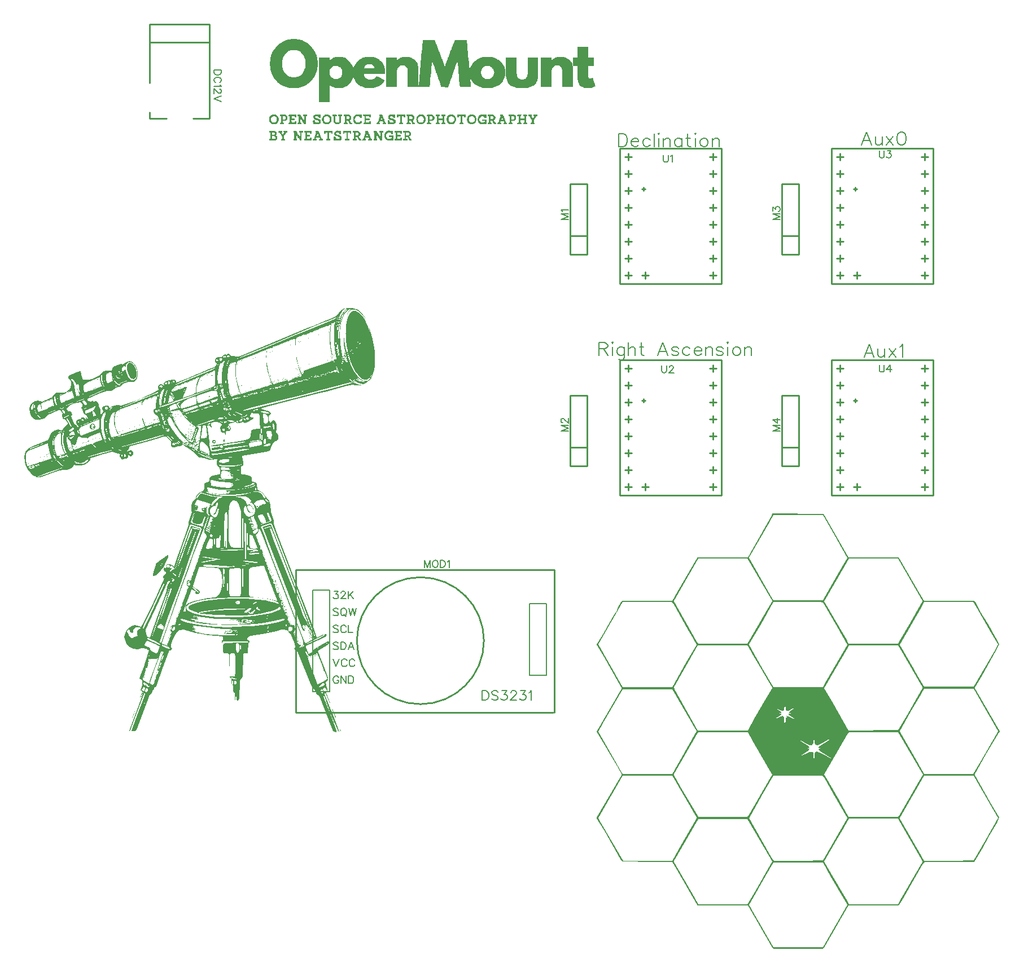
<source format=gto>
G04 Layer: TopSilkscreenLayer*
G04 EasyEDA v6.5.34, 2023-10-02 14:14:04*
G04 f8cec7c47a1a460abc9a27ceab174a81,9d3d63f08f7d425b882531a970cedf0e,10*
G04 Gerber Generator version 0.2*
G04 Scale: 100 percent, Rotated: No, Reflected: No *
G04 Dimensions in inches *
G04 leading zeros omitted , absolute positions ,3 integer and 6 decimal *
%FSLAX36Y36*%
%MOIN*%

%ADD10C,0.0060*%
%ADD11C,0.0080*%
%ADD12C,0.0079*%
%ADD13C,0.0100*%

%LPD*%
G36*
X2241020Y3531580D02*
G01*
X2208980Y3531280D01*
X2201020Y3528720D01*
X2212140Y3528220D01*
X2205800Y3524440D01*
X2189860Y3508560D01*
X2176720Y3483140D01*
X2167100Y3454220D01*
X2159160Y3416420D01*
X2155380Y3383600D01*
X2155678Y3371940D01*
X2160200Y3371940D01*
X2163780Y3416420D01*
X2168560Y3444180D01*
X2176620Y3472020D01*
X2185580Y3493360D01*
X2200540Y3514320D01*
X2213460Y3523660D01*
X2214920Y3522200D01*
X2197100Y3502500D01*
X2183000Y3473600D01*
X2173600Y3441840D01*
X2168480Y3411660D01*
X2164900Y3370360D01*
X2166920Y3324280D01*
X2170240Y3295700D01*
X2176380Y3262340D01*
X2184060Y3235340D01*
X2192300Y3208560D01*
X2192040Y3200380D01*
X2188140Y3211200D01*
X2180380Y3214360D01*
X2185940Y3215700D01*
X2185940Y3218220D01*
X2173000Y3263920D01*
X2166880Y3293680D01*
X2162320Y3329060D01*
X2160200Y3371940D01*
X2155678Y3371940D01*
X2156980Y3321120D01*
X2170360Y3257580D01*
X2172000Y3248840D01*
X2168460Y3248840D01*
X2168460Y3254460D01*
X2157540Y3300460D01*
X2157340Y3295880D01*
X2164020Y3254500D01*
X2160520Y3248880D01*
X2160480Y3241680D01*
X2159457Y3240100D01*
X2163700Y3240100D01*
X2164040Y3244860D01*
X2164530Y3243279D01*
X2171620Y3243279D01*
X2176300Y3235340D01*
X2176400Y3229500D01*
X2172440Y3230820D01*
X2171620Y3243279D01*
X2164530Y3243279D01*
X2170201Y3225000D01*
X2177900Y3225000D01*
X2176060Y3220240D01*
X2179800Y3220240D01*
X2178780Y3213759D01*
X2175620Y3213100D01*
X2174620Y3225000D01*
X2170201Y3225000D01*
X2173400Y3214680D01*
X2178780Y3200380D01*
X2179780Y3210700D01*
X2182680Y3210700D01*
X2188060Y3202500D01*
X2183560Y3199640D01*
X2176480Y3199580D01*
X2171780Y3206760D01*
X2163700Y3240100D01*
X2159457Y3240100D01*
X2157400Y3236920D01*
X2157340Y3245200D01*
X2146380Y3298880D01*
X2142620Y3339680D01*
X2144400Y3410059D01*
X2149500Y3443420D01*
X2157140Y3473740D01*
X2164000Y3492100D01*
X2165520Y3490600D01*
X2155720Y3456139D01*
X2149480Y3413600D01*
X2145860Y3351300D01*
X2149240Y3305020D01*
X2157360Y3260179D01*
X2160320Y3252799D01*
X2160520Y3255980D01*
X2153800Y3295700D01*
X2151880Y3338580D01*
X2151980Y3406900D01*
X2157620Y3441840D01*
X2162220Y3461900D01*
X2170420Y3487900D01*
X2181600Y3510120D01*
X2189720Y3520760D01*
X2201020Y3528700D01*
X2193080Y3526460D01*
X2174860Y3516880D01*
X2160780Y3501820D01*
X2152660Y3485800D01*
X2143520Y3479280D01*
X2123200Y3471720D01*
X2078720Y3453440D01*
X2018360Y3427940D01*
X1973880Y3409680D01*
X1741940Y3312640D01*
X1703820Y3296180D01*
X1597400Y3252520D01*
X1571980Y3243639D01*
X1529920Y3248440D01*
X1517160Y3259960D01*
X1505260Y3259860D01*
X1499700Y3255620D01*
X1492000Y3257100D01*
X1480720Y3253380D01*
X1468619Y3239640D01*
X1480640Y3239640D01*
X1480640Y3245020D01*
X1484440Y3248840D01*
X1492700Y3248840D01*
X1495640Y3245899D01*
X1502600Y3245899D01*
X1508140Y3252020D01*
X1513760Y3252020D01*
X1518940Y3246840D01*
X1511720Y3239160D01*
X1503700Y3240100D01*
X1502600Y3245899D01*
X1495640Y3245899D01*
X1496519Y3245020D01*
X1496519Y3237720D01*
X1485660Y3237720D01*
X1480640Y3239640D01*
X1468619Y3239640D01*
X1468320Y3239300D01*
X1449660Y3239240D01*
X1436040Y3233039D01*
X1431352Y3221820D01*
X1439440Y3221820D01*
X1442420Y3231360D01*
X1445700Y3231360D01*
X1445700Y3222720D01*
X1450680Y3229820D01*
X1453640Y3228000D01*
X1453640Y3220140D01*
X1459980Y3220140D01*
X1459980Y3232420D01*
X1462100Y3234540D01*
X1469300Y3234540D01*
X1474280Y3229560D01*
X1471399Y3224180D01*
X1464880Y3218260D01*
X1459980Y3220140D01*
X1453640Y3220140D01*
X1453640Y3220059D01*
X1450460Y3222020D01*
X1450460Y3217060D01*
X1441260Y3217060D01*
X1439440Y3221820D01*
X1431352Y3221820D01*
X1431220Y3221500D01*
X1433180Y3212520D01*
X1438260Y3208320D01*
X1443839Y3199180D01*
X1440640Y3192140D01*
X1424240Y3182280D01*
X1395660Y3169160D01*
X1346399Y3148399D01*
X1325760Y3139540D01*
X1275640Y3118519D01*
X1220920Y3096640D01*
X1203840Y3091620D01*
X1201060Y3093340D01*
X1201060Y3101100D01*
X1194700Y3107460D01*
X1178420Y3107460D01*
X1149440Y3100659D01*
X1139458Y3096340D01*
X1161160Y3096340D01*
X1165063Y3090779D01*
X1176860Y3090779D01*
X1177380Y3095539D01*
X1178800Y3099720D01*
X1180791Y3098480D01*
X1183460Y3098480D01*
X1185080Y3102679D01*
X1189820Y3102679D01*
X1193300Y3096220D01*
X1191320Y3089980D01*
X1186680Y3089980D01*
X1183460Y3098480D01*
X1180791Y3098480D01*
X1182000Y3097740D01*
X1182000Y3086800D01*
X1177240Y3086800D01*
X1176860Y3090779D01*
X1165063Y3090779D01*
X1166120Y3089280D01*
X1166120Y3083740D01*
X1159420Y3080160D01*
X1156740Y3082840D01*
X1154580Y3096340D01*
X1139458Y3096340D01*
X1136720Y3095160D01*
X1130380Y3088060D01*
X1130539Y3082420D01*
X1135920Y3082420D01*
X1135920Y3086580D01*
X1144300Y3093159D01*
X1146660Y3093159D01*
X1150580Y3088440D01*
X1148500Y3080120D01*
X1142440Y3081700D01*
X1141220Y3078060D01*
X1135920Y3082420D01*
X1130539Y3082420D01*
X1130807Y3074080D01*
X1189440Y3074080D01*
X1228860Y3092900D01*
X1308280Y3126800D01*
X1405180Y3166640D01*
X1430600Y3177220D01*
X1436160Y3177360D01*
X1436160Y3175680D01*
X1411540Y3164340D01*
X1300340Y3118960D01*
X1235220Y3091840D01*
X1190960Y3072540D01*
X1189440Y3074080D01*
X1130807Y3074080D01*
X1130860Y3072500D01*
X1128380Y3072500D01*
X1124020Y3077760D01*
X1113360Y3082220D01*
X1104140Y3080200D01*
X1094620Y3070680D01*
X1094620Y3062799D01*
X1102580Y3062799D01*
X1102580Y3067180D01*
X1109720Y3073700D01*
X1114480Y3075440D01*
X1116680Y3075680D01*
X1121400Y3068960D01*
X1119770Y3064560D01*
X1126920Y3064560D01*
X1124800Y3062440D01*
X1122700Y3064560D01*
X1119770Y3064560D01*
X1119480Y3063780D01*
X1116340Y3061660D01*
X1109140Y3064400D01*
X1107340Y3060600D01*
X1105480Y3064580D01*
X1102580Y3062799D01*
X1094620Y3062799D01*
X1094620Y3058000D01*
X1098060Y3051600D01*
X1092580Y3045539D01*
X1068260Y3031280D01*
X1012820Y3004560D01*
X968340Y2985419D01*
X935520Y2972360D01*
X898439Y2959540D01*
X876600Y2954920D01*
X865080Y2958120D01*
X851740Y2958140D01*
X834900Y2954560D01*
X826237Y2950200D01*
X832520Y2950200D01*
X832520Y2948600D01*
X830939Y2948600D01*
X830939Y2950200D01*
X826237Y2950200D01*
X816860Y2945500D01*
X814860Y2942240D01*
X810200Y2942240D01*
X807240Y2950020D01*
X799080Y2955380D01*
X784780Y2953420D01*
X768860Y2946580D01*
X765800Y2940880D01*
X765800Y2934720D01*
X765950Y2934380D01*
X781700Y2934380D01*
X781700Y2941200D01*
X786940Y2947020D01*
X794280Y2947020D01*
X797580Y2940880D01*
X797580Y2934380D01*
X789640Y2929180D01*
X781700Y2934380D01*
X765950Y2934380D01*
X772300Y2920040D01*
X769240Y2914460D01*
X757960Y2903600D01*
X756520Y2908100D01*
X755060Y2929380D01*
X745160Y2950539D01*
X745160Y2959460D01*
X738900Y2974080D01*
X731000Y2981960D01*
X724980Y2981960D01*
X710120Y2974060D01*
X713640Y2980640D01*
X711680Y2982600D01*
X698300Y2977799D01*
X686320Y2979880D01*
X678439Y2987280D01*
X678439Y2994600D01*
X707820Y3008820D01*
X750720Y3026080D01*
X791620Y3039140D01*
X815160Y3039140D01*
X825840Y3043620D01*
X849740Y3059900D01*
X863500Y3064300D01*
X872080Y3066180D01*
X890500Y3082460D01*
X917500Y3095539D01*
X951000Y3095539D01*
X959440Y3101080D01*
X967600Y3109840D01*
X974240Y3127320D01*
X975900Y3152820D01*
X969340Y3178700D01*
X960400Y3197040D01*
X945460Y3212000D01*
X929539Y3217280D01*
X914340Y3215059D01*
X901620Y3208800D01*
X884880Y3197420D01*
X881140Y3201180D01*
X874220Y3201180D01*
X850580Y3190400D01*
X832480Y3184700D01*
X828300Y3179740D01*
X822820Y3164900D01*
X818160Y3161019D01*
X788840Y3159700D01*
X775969Y3157220D01*
X827760Y3157220D01*
X829680Y3155299D01*
X828000Y3151139D01*
X827760Y3157220D01*
X775969Y3157220D01*
X772940Y3156640D01*
X764599Y3151139D01*
X751300Y3134280D01*
X733360Y3122799D01*
X706240Y3111120D01*
X685580Y3105740D01*
X652220Y3108240D01*
X644599Y3123620D01*
X639780Y3158279D01*
X630900Y3158279D01*
X612520Y3151460D01*
X569780Y3131200D01*
X566942Y3128639D01*
X595840Y3128639D01*
X597960Y3126520D01*
X595840Y3124400D01*
X595840Y3128639D01*
X566920Y3128620D01*
X564060Y3126019D01*
X564060Y3124920D01*
X591060Y3124920D01*
X591060Y3121760D01*
X589660Y3121760D01*
X587700Y3124920D01*
X564060Y3124920D01*
X564060Y3121500D01*
X579160Y3121500D01*
X585240Y3121760D01*
X583320Y3119840D01*
X579160Y3121500D01*
X564060Y3121500D01*
X564060Y3118159D01*
X573104Y3108159D01*
X583120Y3108159D01*
X583120Y3110400D01*
X588680Y3111860D01*
X590360Y3112220D01*
X597320Y3107360D01*
X603325Y3096340D01*
X646660Y3096340D01*
X646660Y3094740D01*
X645080Y3094740D01*
X645080Y3096340D01*
X603325Y3096340D01*
X607368Y3088920D01*
X643500Y3088920D01*
X645600Y3086800D01*
X643500Y3084680D01*
X643500Y3088920D01*
X607368Y3088920D01*
X612120Y3080200D01*
X616220Y3078620D01*
X624600Y3084100D01*
X627220Y3081240D01*
X628205Y3072060D01*
X655660Y3072060D01*
X662540Y3081720D01*
X685580Y3093220D01*
X749120Y3121660D01*
X750960Y3121760D01*
X752538Y3111300D01*
X757860Y3111300D01*
X757860Y3126019D01*
X762440Y3141240D01*
X771160Y3150340D01*
X772000Y3150340D01*
X765879Y3136840D01*
X765872Y3132080D01*
X788840Y3132080D01*
X793199Y3142400D01*
X800759Y3142400D01*
X800759Y3147020D01*
X806320Y3150240D01*
X819599Y3150340D01*
X821320Y3144780D01*
X826180Y3144780D01*
X826313Y3144320D01*
X842060Y3144320D01*
X842060Y3167919D01*
X846660Y3178940D01*
X849500Y3178940D01*
X843300Y3160680D01*
X843962Y3154260D01*
X861120Y3154260D01*
X861120Y3160760D01*
X866060Y3167820D01*
X867660Y3167820D01*
X865720Y3164680D01*
X866327Y3162260D01*
X875520Y3162260D01*
X875840Y3176560D01*
X878857Y3158480D01*
X883360Y3158480D01*
X883360Y3172740D01*
X888500Y3182919D01*
X893379Y3188480D01*
X897540Y3188480D01*
X900819Y3182320D01*
X900819Y3170200D01*
X903700Y3170200D01*
X905100Y3192880D01*
X911320Y3203560D01*
X921940Y3210700D01*
X937000Y3210700D01*
X952460Y3200380D01*
X963980Y3183140D01*
X971520Y3162260D01*
X971520Y3127320D01*
X963120Y3111420D01*
X957220Y3106080D01*
X948480Y3102760D01*
X938820Y3104700D01*
X922940Y3118980D01*
X908880Y3147960D01*
X903700Y3170200D01*
X900819Y3170200D01*
X900819Y3169260D01*
X896220Y3160320D01*
X886720Y3156400D01*
X883360Y3158480D01*
X878857Y3158480D01*
X884880Y3132280D01*
X883620Y3131019D01*
X879840Y3138060D01*
X875520Y3162260D01*
X866327Y3162260D01*
X870960Y3143780D01*
X869340Y3142160D01*
X861120Y3154260D01*
X843962Y3154260D01*
X845220Y3142100D01*
X846975Y3138159D01*
X873820Y3138159D01*
X875939Y3136040D01*
X873820Y3133940D01*
X873820Y3138159D01*
X846975Y3138159D01*
X851120Y3128900D01*
X860020Y3120100D01*
X868040Y3118100D01*
X877800Y3121660D01*
X868880Y3113800D01*
X858180Y3113800D01*
X848480Y3123519D01*
X842060Y3144320D01*
X826313Y3144320D01*
X833740Y3118740D01*
X840420Y3104980D01*
X856820Y3086580D01*
X859212Y3085220D01*
X867480Y3085220D01*
X867480Y3088399D01*
X873040Y3088420D01*
X914340Y3105580D01*
X918500Y3105860D01*
X916280Y3102280D01*
X890300Y3090280D01*
X873240Y3085220D01*
X859212Y3085220D01*
X874620Y3076480D01*
X866140Y3075500D01*
X850100Y3083620D01*
X845240Y3083620D01*
X845240Y3090320D01*
X840260Y3088420D01*
X842260Y3094720D01*
X840280Y3097940D01*
X834900Y3095059D01*
X836040Y3109260D01*
X829539Y3110960D01*
X827620Y3128900D01*
X826180Y3144780D01*
X821320Y3144780D01*
X826200Y3111420D01*
X829980Y3102100D01*
X826040Y3100800D01*
X830120Y3095880D01*
X823180Y3098080D01*
X810340Y3089980D01*
X806660Y3089980D01*
X802360Y3084420D01*
X792960Y3094620D01*
X789200Y3108240D01*
X788840Y3132080D01*
X765872Y3132080D01*
X765863Y3125720D01*
X775360Y3125720D01*
X776344Y3120700D01*
X783280Y3120700D01*
X785400Y3118580D01*
X783280Y3116460D01*
X783280Y3120700D01*
X776344Y3120700D01*
X778216Y3111160D01*
X783280Y3111160D01*
X785260Y3109200D01*
X789500Y3090899D01*
X788259Y3089660D01*
X783280Y3106440D01*
X783280Y3111160D01*
X778216Y3111160D01*
X781460Y3094500D01*
X785860Y3085220D01*
X792740Y3085220D01*
X799380Y3072200D01*
X797740Y3070560D01*
X791240Y3081240D01*
X791220Y3085220D01*
X785860Y3085220D01*
X792480Y3071300D01*
X798575Y3064560D01*
X810280Y3064560D01*
X810280Y3062980D01*
X808700Y3062980D01*
X808700Y3064560D01*
X798575Y3064560D01*
X801251Y3061600D01*
X828560Y3061600D01*
X844440Y3069300D01*
X857140Y3069040D01*
X839620Y3063519D01*
X828560Y3061600D01*
X801251Y3061600D01*
X801667Y3061139D01*
X815840Y3061139D01*
X821940Y3061380D01*
X820020Y3059460D01*
X815840Y3061139D01*
X801667Y3061139D01*
X804200Y3058340D01*
X820600Y3050380D01*
X814920Y3050260D01*
X802920Y3056400D01*
X791580Y3068940D01*
X783300Y3083080D01*
X776820Y3101900D01*
X775360Y3125720D01*
X765863Y3125720D01*
X765862Y3124920D01*
X771100Y3124920D01*
X768980Y3122820D01*
X766860Y3124920D01*
X765862Y3124920D01*
X765829Y3113020D01*
X770480Y3113020D01*
X773280Y3106660D01*
X775220Y3094220D01*
X772200Y3097260D01*
X770480Y3113020D01*
X765829Y3113020D01*
X765819Y3109840D01*
X770080Y3092100D01*
X775340Y3092100D01*
X777460Y3089980D01*
X775340Y3087860D01*
X775340Y3092100D01*
X770080Y3092100D01*
X771976Y3084160D01*
X778520Y3084160D01*
X780639Y3082040D01*
X778520Y3079920D01*
X778520Y3084160D01*
X771976Y3084160D01*
X777114Y3072500D01*
X783800Y3072500D01*
X781700Y3070400D01*
X779580Y3072500D01*
X777114Y3072500D01*
X779880Y3066240D01*
X789100Y3052660D01*
X791840Y3047880D01*
X786180Y3052480D01*
X772200Y3072060D01*
X762760Y3092360D01*
X757860Y3111300D01*
X752538Y3111300D01*
X754920Y3095539D01*
X762380Y3073300D01*
X764560Y3067740D01*
X755740Y3067740D01*
X750720Y3063320D01*
X741549Y3059800D01*
X776919Y3059800D01*
X776919Y3058220D01*
X775340Y3058220D01*
X775340Y3059800D01*
X741549Y3059800D01*
X704260Y3045500D01*
X696300Y3045500D01*
X692340Y3040740D01*
X685500Y3040740D01*
X679240Y3036560D01*
X663640Y3030760D01*
X659520Y3036400D01*
X655740Y3054240D01*
X655660Y3072060D01*
X628205Y3072060D01*
X628241Y3071720D01*
X640500Y3071720D01*
X641780Y3068540D01*
X648439Y3035320D01*
X655040Y3020000D01*
X653259Y3018200D01*
X648379Y3027620D01*
X642180Y3052660D01*
X640500Y3071720D01*
X628241Y3071720D01*
X630372Y3051860D01*
X633780Y3051860D01*
X635600Y3048900D01*
X632380Y3046900D01*
X632380Y3051860D01*
X630372Y3051860D01*
X631140Y3044700D01*
X634818Y3032799D01*
X640320Y3032799D01*
X640320Y3031200D01*
X638720Y3031200D01*
X638720Y3032799D01*
X634818Y3032799D01*
X637040Y3025640D01*
X638542Y3023260D01*
X646660Y3023260D01*
X646660Y3021680D01*
X645080Y3021680D01*
X645080Y3023260D01*
X638542Y3023260D01*
X643163Y3015940D01*
X656200Y3015940D01*
X666120Y3002460D01*
X665792Y3002140D01*
X672039Y3002140D01*
X699880Y3015040D01*
X765020Y3042480D01*
X779300Y3048580D01*
X784080Y3048460D01*
X782250Y3047620D01*
X795980Y3047620D01*
X798100Y3045500D01*
X795980Y3043380D01*
X795980Y3047620D01*
X782250Y3047620D01*
X771360Y3042640D01*
X715759Y3018240D01*
X673340Y3000820D01*
X672039Y3002140D01*
X665792Y3002140D01*
X664419Y3000779D01*
X656200Y3012880D01*
X656200Y3015940D01*
X643163Y3015940D01*
X653020Y3000360D01*
X653020Y2997840D01*
X649840Y2997840D01*
X649840Y3001520D01*
X635540Y3022460D01*
X618860Y3054040D01*
X614640Y3055380D01*
X622320Y3043120D01*
X632920Y3017100D01*
X628800Y3012140D01*
X622500Y3012140D01*
X624320Y3016900D01*
X622240Y3016900D01*
X614720Y3009840D01*
X611820Y3014520D01*
X605580Y3041540D01*
X602100Y3071120D01*
X595220Y3092060D01*
X583120Y3108159D01*
X573104Y3108159D01*
X575040Y3106019D01*
X581480Y3093399D01*
X583460Y3076480D01*
X579720Y3062180D01*
X572445Y3051060D01*
X595720Y3051060D01*
X603560Y3022460D01*
X609880Y3005020D01*
X608360Y3003500D01*
X605360Y3008180D01*
X597440Y3032919D01*
X595720Y3051060D01*
X572445Y3051060D01*
X569140Y3046019D01*
X552160Y3034860D01*
X536500Y3029620D01*
X496220Y3029620D01*
X485500Y3022400D01*
X473940Y3007080D01*
X464780Y3001040D01*
X462895Y3000240D01*
X482640Y3000240D01*
X483040Y3010740D01*
X486719Y3008480D01*
X484460Y3012140D01*
X486420Y3015320D01*
X488940Y3015320D01*
X489959Y3000240D01*
X500580Y3000240D01*
X500860Y3006580D01*
X504739Y2989120D01*
X515980Y2989100D01*
X516000Y3012940D01*
X519500Y3021680D01*
X524460Y3021680D01*
X526280Y3016900D01*
X530700Y3016900D01*
X530700Y3023159D01*
X535140Y3021460D01*
X537240Y3024860D01*
X545000Y3024860D01*
X545100Y3028820D01*
X549760Y3022660D01*
X549760Y3027820D01*
X559080Y3034440D01*
X579500Y3042140D01*
X583020Y3038620D01*
X585060Y3043920D01*
X587100Y3043900D01*
X599100Y3006580D01*
X599020Y3001640D01*
X597387Y2999440D01*
X614900Y2999440D01*
X614900Y2997840D01*
X613300Y2997840D01*
X613300Y2999440D01*
X597387Y2999440D01*
X594440Y2995460D01*
X588220Y2999260D01*
X584078Y2994680D01*
X616480Y2994680D01*
X616480Y2993080D01*
X614900Y2993080D01*
X614900Y2994680D01*
X584078Y2994680D01*
X582800Y2993260D01*
X572800Y2991100D01*
X570560Y2987540D01*
X567000Y2991100D01*
X559440Y2983560D01*
X549760Y2983560D01*
X549760Y2980380D01*
X546300Y2980380D01*
X538220Y2974020D01*
X531840Y2974020D01*
X527880Y2968580D01*
X523120Y2972540D01*
X515980Y2989100D01*
X504746Y2989100D01*
X508900Y2976400D01*
X511694Y2970840D01*
X516400Y2970840D01*
X516400Y2969260D01*
X514820Y2969260D01*
X514820Y2970840D01*
X511694Y2970840D01*
X515420Y2963399D01*
X521180Y2963399D01*
X527540Y2957620D01*
X526020Y2956100D01*
X521180Y2960120D01*
X521180Y2963399D01*
X515420Y2963399D01*
X516400Y2961440D01*
X526264Y2950179D01*
X544340Y2950179D01*
X547380Y2953080D01*
X588680Y2969740D01*
X620460Y2981840D01*
X621880Y2981960D01*
X625480Y2981960D01*
X627300Y2983780D01*
X655400Y2994440D01*
X659380Y2994680D01*
X659380Y2991920D01*
X645879Y2986800D01*
X629980Y2982000D01*
X621880Y2981960D01*
X618840Y2978900D01*
X611567Y2975920D01*
X648259Y2975920D01*
X648259Y2979740D01*
X652060Y2983560D01*
X663720Y2983560D01*
X671400Y2971640D01*
X675260Y2962760D01*
X675260Y2960220D01*
X664260Y2954300D01*
X648259Y2975920D01*
X611567Y2975920D01*
X571220Y2959360D01*
X544340Y2950179D01*
X526264Y2950179D01*
X526440Y2949980D01*
X541820Y2942200D01*
X541820Y2937420D01*
X529840Y2943540D01*
X515060Y2959320D01*
X505040Y2979200D01*
X500580Y3000240D01*
X489959Y3000240D01*
X490820Y2987520D01*
X493142Y2978780D01*
X498940Y2978780D01*
X498940Y2977200D01*
X497340Y2977200D01*
X497340Y2978780D01*
X493142Y2978780D01*
X495252Y2970840D01*
X502120Y2970840D01*
X502120Y2969260D01*
X500520Y2969260D01*
X500520Y2970840D01*
X495252Y2970840D01*
X496517Y2966080D01*
X506880Y2966080D01*
X506880Y2964480D01*
X505300Y2964480D01*
X505300Y2966080D01*
X496517Y2966080D01*
X497644Y2961840D01*
X502120Y2961840D01*
X504240Y2959720D01*
X502120Y2957600D01*
X502120Y2961840D01*
X497644Y2961840D01*
X498420Y2958920D01*
X503740Y2947020D01*
X501060Y2947020D01*
X491120Y2960860D01*
X483320Y2984340D01*
X482640Y3000240D01*
X462895Y3000240D01*
X411520Y2978440D01*
X401240Y2979900D01*
X386940Y2983960D01*
X368900Y2980200D01*
X349760Y2967820D01*
X338680Y2950980D01*
X335532Y2938279D01*
X338280Y2938279D01*
X340280Y2951780D01*
X342700Y2951780D01*
X342654Y2934920D01*
X344860Y2934920D01*
X344920Y2944640D01*
X351400Y2958920D01*
X359739Y2967660D01*
X361780Y2967660D01*
X358851Y2949900D01*
X363579Y2949900D01*
X365760Y2962799D01*
X372220Y2971019D01*
X373480Y2969740D01*
X368680Y2958240D01*
X368720Y2936680D01*
X382040Y2936680D01*
X384280Y2951700D01*
X391120Y2961300D01*
X399099Y2963300D01*
X401840Y2960520D01*
X406719Y2937040D01*
X408640Y2935120D01*
X406360Y2966080D01*
X413160Y2966080D01*
X412360Y2969780D01*
X425080Y2977280D01*
X433800Y2976160D01*
X438640Y2983560D01*
X447460Y2983560D01*
X450800Y2986900D01*
X469540Y2994600D01*
X473260Y2994680D01*
X479920Y2963700D01*
X483000Y2954380D01*
X482260Y2953820D01*
X471940Y2951860D01*
X471940Y2955560D01*
X466937Y2950200D01*
X480400Y2950200D01*
X478280Y2948080D01*
X476160Y2950200D01*
X466937Y2950200D01*
X465400Y2948540D01*
X453936Y2942799D01*
X509540Y2942799D01*
X515620Y2940240D01*
X529920Y2937200D01*
X537060Y2935840D01*
X537060Y2934460D01*
X555960Y2934460D01*
X557880Y2940539D01*
X572640Y2953519D01*
X598700Y2966440D01*
X618860Y2972200D01*
X639040Y2972440D01*
X649840Y2961640D01*
X649840Y2952340D01*
X641900Y2944880D01*
X641900Y2942240D01*
X701200Y2942240D01*
X699080Y2940140D01*
X696979Y2942240D01*
X676840Y2942240D01*
X676840Y2940659D01*
X675260Y2940659D01*
X675260Y2942240D01*
X641900Y2942240D01*
X641900Y2941400D01*
X643473Y2939080D01*
X671020Y2939080D01*
X668900Y2936960D01*
X666780Y2939080D01*
X643473Y2939080D01*
X644559Y2937480D01*
X664680Y2937480D01*
X662560Y2935360D01*
X660440Y2937480D01*
X644559Y2937480D01*
X648339Y2931920D01*
X654360Y2931920D01*
X656800Y2929480D01*
X661940Y2909000D01*
X657880Y2912380D01*
X656020Y2923980D01*
X654360Y2931920D01*
X648339Y2931920D01*
X649659Y2929980D01*
X656400Y2909100D01*
X656634Y2908900D01*
X665560Y2908900D01*
X666520Y2923840D01*
X712600Y2943360D01*
X723720Y2950179D01*
X726100Y2950200D01*
X726100Y2948480D01*
X719280Y2935100D01*
X711480Y2924860D01*
X695120Y2916880D01*
X690972Y2915640D01*
X708439Y2915640D01*
X710100Y2920020D01*
X714760Y2920020D01*
X721280Y2910840D01*
X727700Y2895899D01*
X725900Y2893000D01*
X722620Y2893000D01*
X713379Y2886440D01*
X713379Y2896520D01*
X708439Y2915640D01*
X690972Y2915640D01*
X668340Y2908900D01*
X656634Y2908900D01*
X674160Y2893920D01*
X679784Y2885059D01*
X710200Y2885059D01*
X710200Y2883480D01*
X708620Y2883480D01*
X708620Y2885059D01*
X679784Y2885059D01*
X682806Y2880299D01*
X694320Y2880299D01*
X694320Y2878720D01*
X692740Y2878720D01*
X692740Y2880299D01*
X682806Y2880299D01*
X683199Y2879680D01*
X683199Y2877120D01*
X689560Y2877120D01*
X689560Y2875539D01*
X687960Y2875539D01*
X687960Y2877120D01*
X683199Y2877120D01*
X683199Y2875539D01*
X678660Y2875539D01*
X668760Y2887440D01*
X670879Y2869980D01*
X659220Y2883360D01*
X648540Y2885360D01*
X641900Y2883260D01*
X641900Y2878820D01*
X635760Y2875539D01*
X625640Y2875539D01*
X621160Y2871060D01*
X643480Y2871060D01*
X645380Y2874120D01*
X653780Y2873159D01*
X654900Y2867260D01*
X651760Y2864100D01*
X645380Y2866120D01*
X643480Y2871060D01*
X621160Y2871060D01*
X619281Y2869180D01*
X638540Y2869180D01*
X640500Y2866000D01*
X637140Y2866000D01*
X637140Y2869180D01*
X619281Y2869180D01*
X613580Y2863460D01*
X613526Y2863180D01*
X632060Y2863180D01*
X636340Y2861760D01*
X636340Y2858060D01*
X633160Y2857900D01*
X632060Y2863180D01*
X613526Y2863180D01*
X612586Y2858220D01*
X622560Y2858220D01*
X624320Y2862820D01*
X627600Y2862820D01*
X627600Y2854880D01*
X624620Y2854880D01*
X622560Y2858220D01*
X612586Y2858220D01*
X611280Y2851220D01*
X614140Y2843100D01*
X626820Y2834500D01*
X626820Y2830520D01*
X633440Y2830520D01*
X635440Y2833740D01*
X675840Y2852220D01*
X749120Y2881820D01*
X752300Y2881740D01*
X739599Y2875059D01*
X633440Y2830520D01*
X626820Y2830520D01*
X626820Y2828680D01*
X620500Y2828680D01*
X616320Y2837380D01*
X608580Y2839340D01*
X598460Y2850860D01*
X584880Y2879540D01*
X582700Y2893080D01*
X588280Y2899240D01*
X586180Y2910380D01*
X578080Y2920020D01*
X565880Y2920020D01*
X560820Y2925080D01*
X555960Y2934460D01*
X537060Y2934460D01*
X537060Y2932720D01*
X524219Y2932720D01*
X511860Y2939020D01*
X509540Y2942799D01*
X453936Y2942799D01*
X437780Y2934680D01*
X410020Y2924880D01*
X401240Y2920460D01*
X389600Y2918660D01*
X384580Y2922400D01*
X382040Y2936680D01*
X368720Y2936680D01*
X373080Y2920299D01*
X379702Y2905840D01*
X439360Y2905840D01*
X447299Y2910160D01*
X496560Y2929740D01*
X502900Y2932500D01*
X506079Y2932480D01*
X485439Y2922960D01*
X441940Y2905720D01*
X439360Y2905840D01*
X379702Y2905840D01*
X381100Y2902780D01*
X394739Y2887960D01*
X406414Y2881880D01*
X416860Y2881880D01*
X414739Y2879760D01*
X412620Y2881880D01*
X406414Y2881880D01*
X409180Y2880440D01*
X401940Y2880299D01*
X391659Y2884580D01*
X381599Y2896060D01*
X373100Y2910539D01*
X365800Y2932140D01*
X363579Y2949900D01*
X358851Y2949900D01*
X357460Y2941460D01*
X355180Y2930360D01*
X349040Y2929200D01*
X344860Y2934920D01*
X342654Y2934920D01*
X342620Y2922400D01*
X349520Y2900160D01*
X357840Y2888000D01*
X356200Y2886360D01*
X348120Y2898580D01*
X341640Y2917440D01*
X338280Y2938279D01*
X335532Y2938279D01*
X334940Y2935880D01*
X338440Y2912360D01*
X344820Y2895380D01*
X356820Y2879600D01*
X372400Y2869980D01*
X394880Y2870020D01*
X421560Y2877600D01*
X441840Y2895980D01*
X479880Y2915360D01*
X508340Y2926360D01*
X540000Y2926360D01*
X546600Y2918000D01*
X546600Y2908900D01*
X540840Y2908900D01*
X532520Y2917620D01*
X530360Y2926360D01*
X519300Y2926360D01*
X526960Y2917260D01*
X531220Y2906980D01*
X527891Y2897780D01*
X558240Y2897780D01*
X556120Y2895659D01*
X554000Y2897780D01*
X527891Y2897780D01*
X527520Y2896760D01*
X527520Y2893279D01*
X533880Y2893279D01*
X537860Y2891940D01*
X538272Y2889820D01*
X545000Y2889820D01*
X545000Y2888240D01*
X543420Y2888240D01*
X543420Y2889820D01*
X538272Y2889820D01*
X539020Y2885960D01*
X533880Y2890220D01*
X533880Y2893279D01*
X527520Y2893279D01*
X527520Y2889620D01*
X531100Y2882679D01*
X533267Y2880299D01*
X540240Y2880299D01*
X540240Y2883380D01*
X566440Y2896060D01*
X572800Y2896180D01*
X561680Y2889360D01*
X542097Y2880560D01*
X556120Y2880560D01*
X560100Y2879280D01*
X570460Y2863620D01*
X586940Y2831060D01*
X583360Y2827460D01*
X575420Y2836019D01*
X556120Y2875100D01*
X556120Y2880560D01*
X542097Y2880560D01*
X541520Y2880299D01*
X533267Y2880299D01*
X537620Y2875539D01*
X543180Y2875539D01*
X552280Y2867860D01*
X560880Y2850860D01*
X560880Y2845080D01*
X539960Y2825600D01*
X531960Y2811920D01*
X526420Y2808960D01*
X505180Y2812480D01*
X485600Y2807040D01*
X470280Y2795779D01*
X460340Y2781340D01*
X455249Y2769100D01*
X459140Y2769100D01*
X464080Y2778639D01*
X465660Y2778639D01*
X460720Y2769100D01*
X455249Y2769100D01*
X453602Y2765140D01*
X457879Y2765140D01*
X459480Y2761160D01*
X457879Y2757180D01*
X457879Y2765140D01*
X453602Y2765140D01*
X449860Y2756139D01*
X445980Y2751440D01*
X363120Y2716400D01*
X328180Y2699740D01*
X322090Y2694580D01*
X329760Y2694580D01*
X345600Y2702820D01*
X382180Y2718660D01*
X444140Y2743600D01*
X447299Y2743440D01*
X426659Y2733840D01*
X382180Y2714820D01*
X331900Y2694440D01*
X329760Y2694580D01*
X322090Y2694580D01*
X321925Y2694440D01*
X328960Y2694440D01*
X328960Y2692860D01*
X327380Y2692860D01*
X327380Y2694440D01*
X321925Y2694440D01*
X317700Y2690860D01*
X311700Y2679080D01*
X309502Y2668240D01*
X315500Y2668240D01*
X320860Y2680140D01*
X325439Y2680140D01*
X327220Y2684780D01*
X344060Y2693320D01*
X366300Y2700539D01*
X398060Y2713220D01*
X442540Y2730760D01*
X446079Y2730980D01*
X446846Y2722240D01*
X452879Y2722240D01*
X452900Y2738120D01*
X455220Y2750840D01*
X455754Y2739820D01*
X473160Y2739820D01*
X478420Y2760360D01*
X486000Y2776940D01*
X500840Y2792799D01*
X517040Y2800880D01*
X527720Y2800880D01*
X526020Y2798140D01*
X506520Y2792660D01*
X492660Y2779900D01*
X483240Y2761019D01*
X479564Y2744480D01*
X483900Y2744480D01*
X489700Y2763440D01*
X495780Y2775380D01*
X507320Y2786920D01*
X517200Y2791259D01*
X521960Y2790520D01*
X523980Y2731780D01*
X529040Y2708900D01*
X536840Y2687300D01*
X545020Y2667720D01*
X543080Y2662679D01*
X540040Y2662679D01*
X542020Y2665840D01*
X535480Y2665840D01*
X535480Y2661280D01*
X532100Y2659200D01*
X509260Y2658399D01*
X498940Y2655920D01*
X491000Y2673279D01*
X484080Y2698420D01*
X483900Y2744480D01*
X479564Y2744480D01*
X477879Y2736900D01*
X479520Y2698420D01*
X490760Y2661900D01*
X489860Y2661019D01*
X479760Y2683600D01*
X474739Y2701600D01*
X473160Y2739820D01*
X455754Y2739820D01*
X457299Y2707940D01*
X460920Y2688300D01*
X461505Y2686500D01*
X468760Y2686500D01*
X468760Y2684920D01*
X467160Y2684920D01*
X467160Y2686500D01*
X461505Y2686500D01*
X463054Y2681740D01*
X471940Y2681740D01*
X471940Y2680140D01*
X470340Y2680140D01*
X470340Y2681740D01*
X463054Y2681740D01*
X464611Y2676960D01*
X475640Y2676960D01*
X473519Y2674860D01*
X471400Y2676960D01*
X464611Y2676960D01*
X466682Y2670620D01*
X478100Y2670620D01*
X480060Y2667440D01*
X476880Y2667440D01*
X474920Y2670620D01*
X466682Y2670620D01*
X467460Y2668240D01*
X469663Y2663060D01*
X475100Y2663060D01*
X479380Y2659520D01*
X481160Y2661300D01*
X490042Y2648240D01*
X509300Y2648240D01*
X516280Y2654720D01*
X519780Y2654720D01*
X517800Y2657900D01*
X523560Y2657799D01*
X529660Y2653200D01*
X534060Y2659500D01*
X540240Y2659500D01*
X540240Y2656960D01*
X536420Y2653140D01*
X539200Y2653140D01*
X545000Y2658399D01*
X545000Y2662679D01*
X548000Y2662679D01*
X549960Y2659500D01*
X552940Y2659500D01*
X552940Y2663780D01*
X542180Y2684120D01*
X532460Y2711720D01*
X527520Y2737679D01*
X527520Y2774260D01*
X534080Y2802180D01*
X544960Y2820240D01*
X553740Y2830560D01*
X554600Y2829920D01*
X546580Y2815960D01*
X542430Y2803000D01*
X545000Y2803000D01*
X545160Y2802840D01*
X570420Y2802840D01*
X570420Y2807240D01*
X578420Y2814200D01*
X593460Y2823100D01*
X598180Y2822280D01*
X599120Y2817400D01*
X591740Y2806440D01*
X585946Y2804120D01*
X618000Y2804120D01*
X621540Y2810740D01*
X622440Y2809840D01*
X628700Y2809840D01*
X630920Y2818620D01*
X639520Y2826620D01*
X657000Y2835419D01*
X733240Y2867720D01*
X742780Y2872160D01*
X751860Y2872360D01*
X749620Y2863620D01*
X747606Y2826480D01*
X757460Y2826480D01*
X759180Y2871560D01*
X764520Y2890620D01*
X772060Y2906580D01*
X778800Y2913840D01*
X784080Y2912840D01*
X784154Y2912060D01*
X787660Y2912060D01*
X791620Y2916840D01*
X792720Y2916840D01*
X790879Y2912060D01*
X784154Y2912060D01*
X784458Y2908900D01*
X789640Y2908900D01*
X789640Y2907300D01*
X788040Y2907300D01*
X788040Y2908900D01*
X784458Y2908900D01*
X785040Y2902840D01*
X776140Y2871560D01*
X776140Y2855680D01*
X785960Y2855680D01*
X791160Y2884700D01*
X799479Y2911280D01*
X810699Y2932760D01*
X823259Y2945700D01*
X824840Y2944100D01*
X814491Y2930880D01*
X844960Y2930880D01*
X850800Y2933960D01*
X919100Y2961660D01*
X993760Y2992720D01*
X1057140Y3018880D01*
X1090660Y3032580D01*
X1094620Y3032799D01*
X1094620Y3030000D01*
X1090660Y3026860D01*
X1072260Y3020080D01*
X920160Y2958260D01*
X846300Y2929520D01*
X844960Y2930880D01*
X814491Y2930880D01*
X809225Y2924140D01*
X838880Y2924140D01*
X838880Y2927420D01*
X841000Y2929540D01*
X842640Y2927900D01*
X838880Y2924140D01*
X809225Y2924140D01*
X799200Y2904280D01*
X790780Y2876320D01*
X789507Y2833120D01*
X805180Y2833120D01*
X808840Y2868000D01*
X818340Y2897660D01*
X826180Y2906960D01*
X826180Y2910480D01*
X830939Y2910480D01*
X830939Y2913660D01*
X833319Y2913140D01*
X841780Y2916660D01*
X843280Y2922400D01*
X843640Y2914000D01*
X836940Y2882679D01*
X836919Y2847740D01*
X845140Y2817559D01*
X852380Y2793980D01*
X861120Y2785240D01*
X861120Y2786640D01*
X847220Y2822320D01*
X842320Y2844560D01*
X840200Y2869980D01*
X843840Y2896460D01*
X849920Y2916160D01*
X858740Y2924440D01*
X874620Y2932360D01*
X896860Y2939140D01*
X960639Y2964480D01*
X967680Y2964480D01*
X973700Y2970040D01*
X993760Y2977580D01*
X1001380Y2982360D01*
X999260Y2970040D01*
X997780Y2949400D01*
X1002560Y2965280D01*
X1006040Y2977980D01*
X1019539Y2991500D01*
X1035860Y2991500D01*
X1035860Y2994600D01*
X1048439Y3001019D01*
X1056500Y3001019D01*
X1056500Y3004840D01*
X1060120Y3001220D01*
X1065660Y3008060D01*
X1084300Y3015020D01*
X1086620Y3015320D01*
X1088620Y3007380D01*
X1084278Y2975580D01*
X1091700Y2975580D01*
X1093260Y3006580D01*
X1096320Y3022460D01*
X1103280Y3040560D01*
X1104380Y3039460D01*
X1099260Y3022460D01*
X1094640Y2992280D01*
X1094620Y2977380D01*
X1091700Y2975580D01*
X1084278Y2975580D01*
X1084174Y2974820D01*
X1091920Y2974820D01*
X1092646Y2970040D01*
X1102400Y2970040D01*
X1105860Y3012940D01*
X1109040Y3024860D01*
X1111680Y3024860D01*
X1113500Y3038340D01*
X1121640Y3044820D01*
X1121700Y3047880D01*
X1131960Y3052760D01*
X1132820Y3052320D01*
X1121580Y3013320D01*
X1117000Y2982760D01*
X1114315Y2960680D01*
X1129580Y2960680D01*
X1129580Y2970440D01*
X1136140Y3009140D01*
X1143520Y3033780D01*
X1150880Y3051060D01*
X1161640Y3069560D01*
X1163140Y3068060D01*
X1161376Y3064560D01*
X1183580Y3064560D01*
X1183580Y3062980D01*
X1182000Y3062980D01*
X1182000Y3064560D01*
X1161376Y3064560D01*
X1155360Y3052660D01*
X1145840Y3025640D01*
X1143180Y3014260D01*
X1159760Y3014260D01*
X1161680Y3012340D01*
X1160000Y3008180D01*
X1159760Y3014260D01*
X1143180Y3014260D01*
X1140577Y3003140D01*
X1156580Y3003140D01*
X1158500Y3001220D01*
X1156840Y2997060D01*
X1156580Y3003140D01*
X1140577Y3003140D01*
X1137660Y2990700D01*
X1134052Y2971720D01*
X1156840Y2971720D01*
X1165960Y3020240D01*
X1172540Y3044220D01*
X1177320Y3053440D01*
X1178800Y3053440D01*
X1172814Y3037559D01*
X1177240Y3037559D01*
X1177240Y3044800D01*
X1182480Y3052660D01*
X1192320Y3063260D01*
X1204100Y3069340D01*
X1210600Y3069340D01*
X1210600Y3074100D01*
X1214720Y3074100D01*
X1218540Y3070280D01*
X1218540Y3074100D01*
X1224500Y3074100D01*
X1228300Y3078680D01*
X1243460Y3083720D01*
X1248720Y3081700D01*
X1248720Y3086800D01*
X1253480Y3086800D01*
X1253480Y3089980D01*
X1259160Y3089980D01*
X1274920Y3095580D01*
X1279700Y3098680D01*
X1301339Y3107460D01*
X1305520Y3107460D01*
X1309700Y3112500D01*
X1318400Y3111220D01*
X1319900Y3116980D01*
X1325760Y3117020D01*
X1341639Y3124480D01*
X1342940Y3123360D01*
X1337800Y3117679D01*
X1330120Y3100299D01*
X1323480Y3076480D01*
X1318620Y3046300D01*
X1318604Y3033240D01*
X1321360Y3033240D01*
X1323060Y3057420D01*
X1331560Y3090700D01*
X1341060Y3115380D01*
X1346819Y3119400D01*
X1348000Y3125480D01*
X1392120Y3145720D01*
X1397120Y3144760D01*
X1404900Y3151980D01*
X1417060Y3153920D01*
X1425200Y3161460D01*
X1430980Y3161460D01*
X1433028Y3127320D01*
X1437520Y3127320D01*
X1440860Y3173380D01*
X1445460Y3189260D01*
X1449079Y3203080D01*
X1450740Y3201420D01*
X1442680Y3165440D01*
X1439340Y3132540D01*
X1439094Y3123980D01*
X1446920Y3123980D01*
X1450800Y3163840D01*
X1458320Y3193680D01*
X1465040Y3207540D01*
X1469259Y3207540D01*
X1470480Y3203820D01*
X1487740Y3220020D01*
X1488740Y3219020D01*
X1488635Y3218660D01*
X1501279Y3218660D01*
X1501279Y3217060D01*
X1499700Y3217060D01*
X1499700Y3218660D01*
X1488635Y3218660D01*
X1487399Y3214420D01*
X1498120Y3214420D01*
X1500220Y3212300D01*
X1498120Y3210179D01*
X1498120Y3214420D01*
X1487399Y3214420D01*
X1484928Y3205940D01*
X1496519Y3205940D01*
X1496519Y3204540D01*
X1493340Y3202580D01*
X1493340Y3205940D01*
X1484928Y3205940D01*
X1482616Y3198000D01*
X1495460Y3198000D01*
X1493340Y3195880D01*
X1491220Y3198000D01*
X1482616Y3198000D01*
X1480926Y3192180D01*
X1490160Y3192180D01*
X1492280Y3190059D01*
X1490160Y3187940D01*
X1490160Y3192180D01*
X1480926Y3192180D01*
X1479080Y3185820D01*
X1487000Y3185820D01*
X1489120Y3183700D01*
X1487000Y3181580D01*
X1487000Y3185820D01*
X1479080Y3185820D01*
X1477640Y3180860D01*
X1476645Y3174180D01*
X1491759Y3174180D01*
X1491759Y3172580D01*
X1490160Y3172580D01*
X1490160Y3174180D01*
X1476645Y3174180D01*
X1474128Y3157220D01*
X1482220Y3157220D01*
X1483820Y3155640D01*
X1487000Y3155640D01*
X1489120Y3153519D01*
X1487540Y3151940D01*
X1493240Y3151940D01*
X1495240Y3168620D01*
X1502860Y3203560D01*
X1512380Y3222940D01*
X1526140Y3237720D01*
X1528480Y3237720D01*
X1519105Y3226600D01*
X1548940Y3226600D01*
X1548940Y3226520D01*
X1554580Y3226520D01*
X1557680Y3229500D01*
X1621220Y3256460D01*
X1786420Y3325419D01*
X2059660Y3439840D01*
X2105720Y3458900D01*
X2142260Y3472700D01*
X2148000Y3472820D01*
X2146000Y3469580D01*
X2134320Y3464540D01*
X2094600Y3447780D01*
X1999280Y3407980D01*
X1897620Y3365940D01*
X1845200Y3344580D01*
X1645040Y3261980D01*
X1571980Y3232540D01*
X1554580Y3226520D01*
X1548940Y3226520D01*
X1548940Y3225340D01*
X1544180Y3223519D01*
X1544180Y3226600D01*
X1519105Y3226600D01*
X1515740Y3222600D01*
X1514648Y3220240D01*
X1532880Y3220240D01*
X1534840Y3223420D01*
X1538020Y3223420D01*
X1536040Y3220240D01*
X1514648Y3220240D01*
X1504640Y3198580D01*
X1498200Y3175380D01*
X1496080Y3151940D01*
X1487540Y3151940D01*
X1487000Y3151400D01*
X1487000Y3155640D01*
X1483820Y3155640D01*
X1484340Y3155120D01*
X1482220Y3153000D01*
X1482220Y3157220D01*
X1474128Y3157220D01*
X1472954Y3149280D01*
X1487000Y3149280D01*
X1489120Y3147160D01*
X1487000Y3145059D01*
X1487000Y3149280D01*
X1472954Y3149280D01*
X1472700Y3147559D01*
X1472612Y3136840D01*
X1492000Y3136840D01*
X1494154Y3120880D01*
X1507200Y3120880D01*
X1509019Y3167020D01*
X1514120Y3185880D01*
X1520280Y3199820D01*
X1523500Y3197840D01*
X1521680Y3202559D01*
X1531819Y3207799D01*
X1539079Y3205960D01*
X1541040Y3211080D01*
X1548860Y3209580D01*
X1554199Y3215480D01*
X1557240Y3215480D01*
X1555320Y3205140D01*
X1553516Y3187679D01*
X1556100Y3187679D01*
X1561819Y3212080D01*
X1568240Y3220240D01*
X1577540Y3220240D01*
X1577540Y3222980D01*
X1597700Y3229800D01*
X1653000Y3252320D01*
X1676240Y3259980D01*
X1685360Y3264700D01*
X1707000Y3272840D01*
X1727660Y3280200D01*
X1740360Y3285779D01*
X1748800Y3290140D01*
X1753480Y3290140D01*
X1757680Y3295220D01*
X1768160Y3293519D01*
X1768160Y3296540D01*
X1778420Y3302780D01*
X1795160Y3306520D01*
X1795160Y3308820D01*
X1803899Y3311700D01*
X1810680Y3315460D01*
X1842020Y3326660D01*
X1847580Y3326680D01*
X1847580Y3329480D01*
X1854740Y3331780D01*
X1857120Y3331440D01*
X1857120Y3334820D01*
X1863460Y3332820D01*
X1863460Y3338180D01*
X1867920Y3334480D01*
X1869019Y3337000D01*
X1883600Y3344320D01*
X1886500Y3343460D01*
X1894440Y3347799D01*
X1896819Y3351300D01*
X1899720Y3346800D01*
X1905000Y3352080D01*
X1906160Y3352080D01*
X1904259Y3311880D01*
X1907480Y3313860D01*
X1909199Y3345020D01*
X1914139Y3356860D01*
X1918280Y3356920D01*
X1937260Y3366200D01*
X1939139Y3363180D01*
X1946540Y3371060D01*
X1949160Y3369420D01*
X1956420Y3374200D01*
X1961160Y3371200D01*
X1963440Y3371139D01*
X1961620Y3375920D01*
X1964500Y3375920D01*
X1968320Y3372100D01*
X1968420Y3378300D01*
X1973080Y3372140D01*
X1973080Y3382660D01*
X1977840Y3378700D01*
X1977840Y3382260D01*
X1982600Y3382260D01*
X1982600Y3385840D01*
X1987180Y3382040D01*
X1993360Y3385360D01*
X1995360Y3390560D01*
X2000380Y3386400D01*
X2003520Y3391980D01*
X2008020Y3388240D01*
X2008020Y3395360D01*
X2012400Y3391740D01*
X2014240Y3398759D01*
X2020760Y3392880D01*
X2022900Y3395040D01*
X2019139Y3398780D01*
X2019139Y3401560D01*
X2027520Y3394980D01*
X2030380Y3394980D01*
X2027080Y3401120D01*
X2027080Y3403560D01*
X2030900Y3399740D01*
X2033440Y3399740D01*
X2033540Y3406900D01*
X2038200Y3400720D01*
X2038200Y3406480D01*
X2042980Y3402540D01*
X2042980Y3407679D01*
X2046140Y3407679D01*
X2046360Y3403720D01*
X2049220Y3410860D01*
X2054100Y3410860D01*
X2054139Y3414840D01*
X2056579Y3410980D01*
X2063620Y3412820D01*
X2063620Y3415620D01*
X2068380Y3415620D01*
X2068380Y3419440D01*
X2072120Y3415700D01*
X2076339Y3419200D01*
X2076339Y3417100D01*
X2081320Y3421180D01*
X2087440Y3426740D01*
X2087440Y3423080D01*
X2093580Y3428620D01*
X2099000Y3425580D01*
X2104920Y3431520D01*
X2110240Y3431520D01*
X2115600Y3436380D01*
X2111400Y3412220D01*
X2107700Y3371940D01*
X2109760Y3322380D01*
X2115820Y3281200D01*
X2122660Y3252040D01*
X2125140Y3250500D01*
X2117440Y3287760D01*
X2114420Y3305220D01*
X2111340Y3360280D01*
X2114540Y3416220D01*
X2119120Y3438220D01*
X2122900Y3442760D01*
X2126220Y3439460D01*
X2128760Y3439460D01*
X2128760Y3444600D01*
X2133520Y3440659D01*
X2133520Y3445659D01*
X2137720Y3448200D01*
X2140240Y3454540D01*
X2141700Y3450659D01*
X2135900Y3425960D01*
X2136120Y3322700D01*
X2143140Y3264520D01*
X2149380Y3233740D01*
X2149394Y3228980D01*
X2158940Y3228980D01*
X2174740Y3181320D01*
X2174760Y3178140D01*
X2171640Y3182919D01*
X2160780Y3216259D01*
X2158940Y3228980D01*
X2149394Y3228980D01*
X2149400Y3228180D01*
X2135000Y3228180D01*
X2133320Y3223800D01*
X2141156Y3202760D01*
X2155760Y3202760D01*
X2155760Y3201180D01*
X2154160Y3201180D01*
X2154160Y3202760D01*
X2141156Y3202760D01*
X2145000Y3192440D01*
X2154519Y3172580D01*
X2177940Y3172580D01*
X2184580Y3159560D01*
X2183020Y3158020D01*
X2179580Y3164420D01*
X2176480Y3172580D01*
X2154519Y3172580D01*
X2163640Y3153519D01*
X2189640Y3153519D01*
X2187520Y3151400D01*
X2185400Y3153519D01*
X2163640Y3153519D01*
X2166300Y3147960D01*
X2167794Y3145580D01*
X2194400Y3145580D01*
X2192300Y3143460D01*
X2190180Y3145580D01*
X2167794Y3145580D01*
X2172782Y3137640D01*
X2212940Y3137640D01*
X2212940Y3136320D01*
X2255840Y3136320D01*
X2275680Y3118320D01*
X2296800Y3104260D01*
X2314600Y3096100D01*
X2314600Y3093159D01*
X2312220Y3093200D01*
X2293160Y3097820D01*
X2284300Y3097919D01*
X2272500Y3103940D01*
X2258220Y3117280D01*
X2274100Y3106259D01*
X2287600Y3099440D01*
X2287440Y3101900D01*
X2274100Y3112480D01*
X2255840Y3133440D01*
X2255840Y3136320D01*
X2212940Y3136320D01*
X2212940Y3136040D01*
X2211360Y3136040D01*
X2211360Y3137640D01*
X2198640Y3137640D01*
X2198640Y3136040D01*
X2197060Y3136040D01*
X2197060Y3137640D01*
X2172782Y3137640D01*
X2175770Y3132880D01*
X2228820Y3132880D01*
X2228820Y3131280D01*
X2227240Y3131280D01*
X2227240Y3132880D01*
X2200240Y3132880D01*
X2200240Y3131280D01*
X2198640Y3131280D01*
X2198640Y3132880D01*
X2175770Y3132880D01*
X2183240Y3120960D01*
X2188320Y3113140D01*
X2184720Y3115360D01*
X2164840Y3144400D01*
X2155420Y3155120D01*
X2151260Y3155120D01*
X2150200Y3152380D01*
X2137960Y3150140D01*
X2139920Y3153300D01*
X2151000Y3156940D01*
X2151000Y3159880D01*
X2148600Y3159760D01*
X2140660Y3155220D01*
X2130520Y3155120D01*
X2129870Y3154060D01*
X2133520Y3154060D01*
X2135440Y3152140D01*
X2133760Y3147960D01*
X2133520Y3154060D01*
X2129870Y3154060D01*
X2128560Y3151940D01*
X2122180Y3151940D01*
X2123031Y3149280D01*
X2128760Y3149280D01*
X2130880Y3147160D01*
X2128760Y3145059D01*
X2128760Y3149280D01*
X2123031Y3149280D01*
X2124080Y3145960D01*
X2119220Y3144100D01*
X2119220Y3148759D01*
X2114120Y3148759D01*
X2115940Y3144000D01*
X2113060Y3144000D01*
X2111100Y3147160D01*
X2101860Y3147160D01*
X2098280Y3153860D01*
X2101380Y3156980D01*
X2111120Y3151940D01*
X2119220Y3151940D01*
X2119220Y3158000D01*
X2125580Y3156320D01*
X2125580Y3161280D01*
X2128720Y3163220D01*
X2126720Y3158000D01*
X2134320Y3159100D01*
X2133600Y3166019D01*
X2139880Y3165560D01*
X2139880Y3163060D01*
X2147820Y3163060D01*
X2147820Y3167820D01*
X2151060Y3167820D01*
X2148900Y3176380D01*
X2137980Y3203460D01*
X2129960Y3219440D01*
X2129260Y3220260D01*
X2111886Y3214420D01*
X2119220Y3214420D01*
X2121340Y3212300D01*
X2119220Y3210179D01*
X2119220Y3214420D01*
X2111886Y3214420D01*
X1986579Y3172280D01*
X1968079Y3165179D01*
X1971480Y3165179D01*
X1973600Y3163060D01*
X1971480Y3160940D01*
X1971480Y3165179D01*
X1968079Y3165179D01*
X1961740Y3162740D01*
X1962233Y3161460D01*
X1968320Y3161460D01*
X1968320Y3159880D01*
X1966720Y3159880D01*
X1966720Y3161460D01*
X1962233Y3161460D01*
X1963400Y3158380D01*
X1962838Y3158039D01*
X2108900Y3158039D01*
X2114980Y3158279D01*
X2113060Y3156360D01*
X2108900Y3158039D01*
X1962838Y3158039D01*
X1960360Y3156520D01*
X1960360Y3161660D01*
X1957200Y3159680D01*
X1957200Y3154060D01*
X2089040Y3154060D01*
X2089580Y3153519D01*
X2095400Y3153519D01*
X2095400Y3151940D01*
X2093800Y3151940D01*
X2093800Y3153519D01*
X2089580Y3153519D01*
X2090960Y3152140D01*
X2089280Y3147960D01*
X2089040Y3154060D01*
X1957200Y3154060D01*
X1957200Y3153519D01*
X1953620Y3153519D01*
X1957340Y3149040D01*
X1953820Y3146860D01*
X1953330Y3145580D01*
X2065220Y3145580D01*
X2065220Y3145360D01*
X2068060Y3145360D01*
X2070560Y3149400D01*
X2071900Y3145380D01*
X2079079Y3145340D01*
X2081000Y3150340D01*
X2085860Y3150340D01*
X2085860Y3147160D01*
X2082500Y3147160D01*
X2084500Y3143940D01*
X2087240Y3145640D01*
X2088215Y3144040D01*
X2089840Y3144040D01*
X2094600Y3147120D01*
X2098760Y3147160D01*
X2096800Y3144000D01*
X2088215Y3144040D01*
X2089240Y3142380D01*
X2088667Y3142160D01*
X2104120Y3142160D01*
X2110220Y3142400D01*
X2108300Y3140480D01*
X2104120Y3142160D01*
X2088667Y3142160D01*
X2085172Y3140820D01*
X2100160Y3140820D01*
X2100160Y3139220D01*
X2098560Y3139220D01*
X2098560Y3140820D01*
X2085172Y3140820D01*
X2084019Y3140380D01*
X2079079Y3145340D01*
X2071860Y3145340D01*
X2069980Y3143460D01*
X2068060Y3145360D01*
X2065220Y3145360D01*
X2065220Y3144000D01*
X2063620Y3144000D01*
X2063620Y3145580D01*
X1953330Y3145580D01*
X1952118Y3142400D01*
X2060440Y3142400D01*
X2060440Y3140820D01*
X2058860Y3140820D01*
X2058860Y3142400D01*
X2055680Y3142400D01*
X2055680Y3140820D01*
X2054100Y3140820D01*
X2054100Y3142400D01*
X1952118Y3142400D01*
X1951523Y3140820D01*
X2050920Y3140820D01*
X2050920Y3139220D01*
X2049319Y3139220D01*
X2049319Y3140820D01*
X2046680Y3140820D01*
X2044560Y3138700D01*
X2042440Y3140820D01*
X1951523Y3140820D01*
X1950920Y3139220D01*
X1947880Y3139220D01*
X1941500Y3148180D01*
X1932180Y3171800D01*
X1923899Y3200380D01*
X1912360Y3248039D01*
X1910700Y3249620D01*
X1912880Y3232160D01*
X1922360Y3194020D01*
X1933600Y3155899D01*
X1940708Y3137640D01*
X2041920Y3137640D01*
X2039800Y3135520D01*
X2037680Y3137640D01*
X1940708Y3137640D01*
X1941020Y3136840D01*
X1941647Y3134680D01*
X2051699Y3134680D01*
X2058060Y3137280D01*
X2073940Y3142100D01*
X2075620Y3142400D01*
X2082880Y3137320D01*
X2094600Y3139120D01*
X2085060Y3134600D01*
X2080560Y3134460D01*
X2074740Y3139720D01*
X2074740Y3134340D01*
X2068600Y3137640D01*
X2060240Y3134460D01*
X2051699Y3134680D01*
X1941647Y3134680D01*
X1941711Y3134460D01*
X2028680Y3134460D01*
X2028680Y3131280D01*
X2023899Y3131280D01*
X2023899Y3134460D01*
X1941711Y3134460D01*
X1942171Y3132880D01*
X2020740Y3132880D01*
X2020740Y3131280D01*
X2019139Y3131280D01*
X2019139Y3132880D01*
X1942171Y3132880D01*
X1942868Y3130480D01*
X2007860Y3130480D01*
X2008482Y3129700D01*
X2016500Y3129700D01*
X2014379Y3127580D01*
X2012260Y3129700D01*
X2008482Y3129700D01*
X2012800Y3124320D01*
X2012800Y3119520D01*
X2009980Y3122540D01*
X2007860Y3130480D01*
X1942868Y3130480D01*
X1943020Y3129960D01*
X1937743Y3126259D01*
X1999280Y3126259D01*
X2005380Y3126520D01*
X2003460Y3124600D01*
X1999280Y3126259D01*
X1937743Y3126259D01*
X1935840Y3124920D01*
X1995320Y3124920D01*
X1995320Y3123340D01*
X1993720Y3123340D01*
X1993720Y3124920D01*
X1933360Y3124920D01*
X1933360Y3129700D01*
X1930960Y3129700D01*
X1927300Y3123840D01*
X1916117Y3120700D01*
X1973080Y3120700D01*
X1975200Y3118580D01*
X1973080Y3116460D01*
X1973080Y3120700D01*
X1916117Y3120700D01*
X1912820Y3119780D01*
X1908160Y3121580D01*
X1907160Y3119160D01*
X1896115Y3113800D01*
X1960360Y3113800D01*
X1960360Y3112220D01*
X1958779Y3112220D01*
X1958779Y3113800D01*
X1896115Y3113800D01*
X1886288Y3109040D01*
X1945880Y3109040D01*
X1947840Y3112220D01*
X1949240Y3112220D01*
X1949240Y3111700D01*
X1962760Y3111700D01*
X1967120Y3116980D01*
X1969900Y3116980D01*
X1969900Y3115500D01*
X1962760Y3111700D01*
X1949240Y3111700D01*
X1949240Y3109040D01*
X1939720Y3109040D01*
X1939720Y3107460D01*
X1938140Y3107460D01*
X1938140Y3109040D01*
X1886288Y3109040D01*
X1884098Y3107980D01*
X1933360Y3107980D01*
X1935480Y3105860D01*
X1933360Y3103740D01*
X1933360Y3107980D01*
X1884098Y3107980D01*
X1878560Y3105299D01*
X1876980Y3103060D01*
X1870620Y3101860D01*
X1870589Y3101640D01*
X1907940Y3101640D01*
X1908480Y3101100D01*
X1918000Y3101100D01*
X1915900Y3098980D01*
X1913779Y3101100D01*
X1908480Y3101100D01*
X1909860Y3099720D01*
X1908523Y3096340D01*
X1917480Y3096340D01*
X1917480Y3094740D01*
X1915900Y3094740D01*
X1915900Y3096340D01*
X1908523Y3096340D01*
X1908200Y3095539D01*
X1907940Y3101640D01*
X1870589Y3101640D01*
X1869600Y3094740D01*
X1865400Y3094740D01*
X1863380Y3102820D01*
X1859460Y3104340D01*
X1823120Y3093680D01*
X1876180Y3093680D01*
X1878300Y3091580D01*
X1876180Y3089460D01*
X1876180Y3093680D01*
X1823120Y3093680D01*
X1796052Y3085740D01*
X1858700Y3085740D01*
X1860820Y3083620D01*
X1860640Y3083440D01*
X1866639Y3083440D01*
X1866639Y3086620D01*
X1880140Y3086019D01*
X1881180Y3093340D01*
X1885700Y3089600D01*
X1890480Y3093540D01*
X1890480Y3089980D01*
X1893660Y3089980D01*
X1893660Y3095460D01*
X1894013Y3094940D01*
X1898420Y3094940D01*
X1901600Y3092980D01*
X1901600Y3089800D01*
X1898420Y3091760D01*
X1898420Y3094940D01*
X1894013Y3094940D01*
X1899019Y3087600D01*
X1902380Y3085260D01*
X1895240Y3085220D01*
X1903820Y3085200D01*
X1905100Y3096160D01*
X1911920Y3092360D01*
X1913899Y3089640D01*
X1921060Y3091920D01*
X1919966Y3090160D01*
X1922240Y3090160D01*
X1922240Y3100920D01*
X1925420Y3102880D01*
X1925420Y3099520D01*
X1928600Y3099520D01*
X1928600Y3106259D01*
X1933380Y3102280D01*
X1949840Y3103860D01*
X1955260Y3110560D01*
X1958860Y3106240D01*
X1970580Y3112220D01*
X1977840Y3112220D01*
X1977840Y3112100D01*
X1980920Y3112100D01*
X1984980Y3118620D01*
X1988959Y3117080D01*
X1988959Y3122380D01*
X1992860Y3118500D01*
X1988959Y3112260D01*
X1988959Y3110419D01*
X1996120Y3112580D01*
X1995937Y3112400D01*
X1996900Y3112400D01*
X1996900Y3117940D01*
X2000720Y3121760D01*
X2008020Y3121760D01*
X2008020Y3120160D01*
X2006440Y3120160D01*
X2006440Y3121760D01*
X2003260Y3121760D01*
X2003260Y3118759D01*
X2000080Y3116800D01*
X2000080Y3115380D01*
X2004340Y3115380D01*
X2014660Y3117440D01*
X2016459Y3122540D01*
X2019540Y3126520D01*
X2030340Y3126520D01*
X2034000Y3134540D01*
X2035660Y3132880D01*
X2069980Y3132880D01*
X2069980Y3131280D01*
X2068380Y3131280D01*
X2068380Y3132880D01*
X2035660Y3132880D01*
X2037260Y3131280D01*
X2042980Y3131280D01*
X2042180Y3127320D01*
X2050980Y3127919D01*
X2049962Y3126259D01*
X2053300Y3126259D01*
X2059460Y3131280D01*
X2063440Y3131280D01*
X2065400Y3128100D01*
X2059120Y3128100D01*
X2053300Y3126259D01*
X2049962Y3126259D01*
X2049280Y3125179D01*
X2039480Y3123020D01*
X2035980Y3126520D01*
X2028680Y3126520D01*
X2028680Y3123820D01*
X2035820Y3120380D01*
X2030220Y3120160D01*
X2024340Y3123840D01*
X2019139Y3121860D01*
X2019139Y3120700D01*
X2023899Y3120700D01*
X2026020Y3118580D01*
X2023899Y3116460D01*
X2023899Y3120700D01*
X2019139Y3120700D01*
X2019139Y3115680D01*
X2006220Y3113500D01*
X2004340Y3115380D01*
X2000080Y3115380D01*
X2000080Y3110440D01*
X1996900Y3112400D01*
X1995937Y3112400D01*
X1992940Y3109400D01*
X1985780Y3107240D01*
X1985740Y3113020D01*
X1983000Y3108700D01*
X1980920Y3112100D01*
X1977840Y3112100D01*
X1977840Y3110760D01*
X1965140Y3107340D01*
X1965140Y3102679D01*
X1968120Y3102679D01*
X1970080Y3105860D01*
X1981540Y3105860D01*
X1979440Y3103740D01*
X1977320Y3105860D01*
X1972780Y3105840D01*
X1975460Y3105820D01*
X1972090Y3103639D01*
X2189120Y3103639D01*
X2189120Y3106920D01*
X2191240Y3109040D01*
X2192880Y3107400D01*
X2189120Y3103639D01*
X1972090Y3103639D01*
X1970700Y3102740D01*
X1960360Y3102679D01*
X1960360Y3100040D01*
X2158940Y3100040D01*
X2161060Y3097919D01*
X2158940Y3095800D01*
X2158940Y3100040D01*
X1960360Y3100040D01*
X1960360Y3099280D01*
X1955200Y3104460D01*
X1950580Y3102679D01*
X1949240Y3102679D01*
X1949240Y3101100D01*
X1955600Y3101100D01*
X1955600Y3099520D01*
X1954019Y3099520D01*
X1954019Y3101100D01*
X1949240Y3101100D01*
X1949240Y3098000D01*
X1939720Y3099920D01*
X1939720Y3096340D01*
X2151000Y3096340D01*
X2151000Y3094740D01*
X2149400Y3094740D01*
X2149400Y3096340D01*
X1939720Y3096340D01*
X1943680Y3096080D01*
X1939920Y3094540D01*
X1931600Y3100000D01*
X1933310Y3093159D01*
X2141980Y3093159D01*
X2139880Y3091040D01*
X2137760Y3093159D01*
X1933310Y3093159D01*
X1933720Y3091520D01*
X1925220Y3094740D01*
X1924139Y3094740D01*
X1925788Y3088399D01*
X1964079Y3088399D01*
X1961960Y3086280D01*
X1959840Y3088399D01*
X1925788Y3088399D01*
X1925920Y3087900D01*
X1922240Y3090160D01*
X1919966Y3090160D01*
X1919040Y3088639D01*
X1908740Y3086560D01*
X1903892Y3085220D01*
X2111800Y3085220D01*
X2109680Y3083100D01*
X2107580Y3085220D01*
X1895240Y3085200D01*
X1895240Y3081700D01*
X1890680Y3083440D01*
X1889500Y3079940D01*
X1869820Y3074540D01*
X1869820Y3085400D01*
X1866639Y3083440D01*
X1860640Y3083440D01*
X1858700Y3081500D01*
X1858700Y3085740D01*
X1796052Y3085740D01*
X1792780Y3084780D01*
X1780523Y3082040D01*
X1855340Y3082040D01*
X1857300Y3078860D01*
X1863280Y3078860D01*
X1865380Y3075480D01*
X1863580Y3073660D01*
X1854160Y3077559D01*
X1852440Y3082040D01*
X1780523Y3082040D01*
X1778180Y3081520D01*
X1773060Y3083480D01*
X1765240Y3098880D01*
X1753660Y3132080D01*
X1741540Y3181320D01*
X1737620Y3205140D01*
X1734820Y3209920D01*
X1736680Y3190860D01*
X1745760Y3144760D01*
X1765140Y3087600D01*
X1761980Y3082360D01*
X1768480Y3080659D01*
X1766380Y3077280D01*
X1834880Y3077280D01*
X1834880Y3075680D01*
X1833280Y3075680D01*
X1833280Y3077280D01*
X1755840Y3077280D01*
X1752320Y3073020D01*
X1749995Y3072500D01*
X1821100Y3072500D01*
X1819672Y3071060D01*
X1823760Y3071060D01*
X1824120Y3076480D01*
X1824189Y3076220D01*
X1828520Y3076220D01*
X1830640Y3074100D01*
X1828520Y3071980D01*
X1828520Y3076220D01*
X1824189Y3076220D01*
X1825520Y3071240D01*
X1831755Y3069540D01*
X1834560Y3069540D01*
X1839720Y3075220D01*
X1837760Y3081240D01*
X1838318Y3080460D01*
X1851300Y3080460D01*
X1849180Y3078340D01*
X1847060Y3080460D01*
X1838318Y3080460D01*
X1840700Y3077160D01*
X1846000Y3079200D01*
X1846000Y3076080D01*
X1850760Y3076080D01*
X1855067Y3072500D01*
X2065220Y3072500D01*
X2065220Y3070920D01*
X2063620Y3070920D01*
X2063620Y3072500D01*
X1860300Y3072500D01*
X1860300Y3070920D01*
X1858700Y3070920D01*
X1858700Y3072500D01*
X1855067Y3072500D01*
X1855600Y3072060D01*
X1854139Y3070600D01*
X1850760Y3072700D01*
X1850760Y3076080D01*
X1846000Y3076080D01*
X1846000Y3074100D01*
X1843160Y3074100D01*
X1841966Y3069340D01*
X1849700Y3069340D01*
X1848100Y3067740D01*
X2046680Y3067740D01*
X2044560Y3065620D01*
X2042440Y3067740D01*
X1848100Y3067740D01*
X1847580Y3067220D01*
X1845460Y3069340D01*
X1841966Y3069340D01*
X1841180Y3066160D01*
X1836660Y3066160D01*
X1834560Y3069540D01*
X1831755Y3069540D01*
X1832500Y3069340D01*
X1828120Y3066500D01*
X1830300Y3062980D01*
X1827440Y3062980D01*
X1823760Y3071060D01*
X1819672Y3071060D01*
X1819000Y3070400D01*
X1816879Y3072500D01*
X1749995Y3072500D01*
X1745256Y3071440D01*
X1803100Y3071440D01*
X1805220Y3069340D01*
X1803100Y3067220D01*
X1803100Y3071440D01*
X1745256Y3071440D01*
X1734100Y3068940D01*
X1730695Y3067740D01*
X1795160Y3067740D01*
X1795160Y3066160D01*
X1793580Y3066160D01*
X1793580Y3067740D01*
X1730695Y3067740D01*
X1708178Y3059800D01*
X1769740Y3059800D01*
X1769740Y3058220D01*
X1768160Y3058220D01*
X1768160Y3059800D01*
X1708178Y3059800D01*
X1695880Y3055460D01*
X1691562Y3054240D01*
X1742420Y3054240D01*
X1743105Y3053440D01*
X1749100Y3053440D01*
X1749100Y3051860D01*
X1747500Y3051860D01*
X1747500Y3053440D01*
X1743105Y3053440D01*
X1750580Y3044700D01*
X1750680Y3049020D01*
X1755660Y3047120D01*
X1753640Y3053440D01*
X1758620Y3053440D01*
X1758620Y3056400D01*
X1764180Y3057660D01*
X1766579Y3056440D01*
X1766579Y3053820D01*
X1763356Y3052980D01*
X1771160Y3052980D01*
X1773260Y3061380D01*
X1775720Y3061380D01*
X1779407Y3056940D01*
X1786759Y3056940D01*
X1791200Y3060040D01*
X1787220Y3061660D01*
X1787220Y3066160D01*
X1790200Y3066160D01*
X1792180Y3062980D01*
X1798340Y3062980D01*
X1798340Y3066400D01*
X1807880Y3064320D01*
X1807880Y3068580D01*
X1815020Y3071720D01*
X1815920Y3068460D01*
X1822760Y3065360D01*
X1824019Y3061380D01*
X1809460Y3061380D01*
X1809460Y3057580D01*
X1805640Y3061380D01*
X1803480Y3061380D01*
X1801950Y3055560D01*
X1998500Y3055560D01*
X2000620Y3053440D01*
X1998500Y3051320D01*
X1998500Y3055560D01*
X1801950Y3055560D01*
X1801699Y3054620D01*
X1791980Y3058560D01*
X1791980Y3051860D01*
X1788720Y3051860D01*
X1786759Y3056940D01*
X1779407Y3056940D01*
X1779640Y3056660D01*
X1774520Y3054700D01*
X1774520Y3051860D01*
X1779280Y3051860D01*
X1779280Y3050260D01*
X1777700Y3050260D01*
X1777700Y3051860D01*
X1774520Y3051860D01*
X1774520Y3049640D01*
X1771160Y3052980D01*
X1763356Y3052980D01*
X1759980Y3052100D01*
X1759091Y3048680D01*
X1982600Y3048680D01*
X1982600Y3047100D01*
X1981020Y3047100D01*
X1981020Y3048680D01*
X1769740Y3048680D01*
X1769740Y3047100D01*
X1768160Y3047100D01*
X1768160Y3048680D01*
X1759091Y3048680D01*
X1758813Y3047620D01*
X1763400Y3047620D01*
X1765520Y3045500D01*
X1763940Y3043920D01*
X1960360Y3043920D01*
X1960360Y3042320D01*
X1958779Y3042320D01*
X1958779Y3043920D01*
X1763940Y3043920D01*
X1763400Y3043380D01*
X1763400Y3047620D01*
X1758813Y3047620D01*
X1758380Y3045960D01*
X1746800Y3042400D01*
X1744560Y3044700D01*
X1742420Y3054240D01*
X1691562Y3054240D01*
X1684980Y3052380D01*
X1733220Y3052380D01*
X1733740Y3051860D01*
X1739560Y3051860D01*
X1739560Y3050260D01*
X1737980Y3050260D01*
X1737980Y3051860D01*
X1733740Y3051860D01*
X1735140Y3050460D01*
X1733460Y3046300D01*
X1733220Y3052380D01*
X1684980Y3052380D01*
X1666283Y3047100D01*
X1721040Y3047100D01*
X1719440Y3045500D01*
X1723500Y3045500D01*
X1725460Y3048680D01*
X1728640Y3048680D01*
X1726680Y3045500D01*
X1719440Y3045500D01*
X1718920Y3044980D01*
X1716800Y3047100D01*
X1666283Y3047100D01*
X1660615Y3045500D01*
X1715740Y3045500D01*
X1715740Y3044460D01*
X1729520Y3044460D01*
X1734560Y3042520D01*
X1738360Y3047100D01*
X1740620Y3047100D01*
X1742720Y3045000D01*
X1739180Y3040740D01*
X1951360Y3040740D01*
X1949240Y3038620D01*
X1947140Y3040740D01*
X1731800Y3040740D01*
X1729520Y3044460D01*
X1715740Y3044460D01*
X1715740Y3040740D01*
X1724660Y3040740D01*
X1726765Y3039140D01*
X1939720Y3039140D01*
X1939720Y3037559D01*
X1938140Y3037559D01*
X1938140Y3039140D01*
X1726765Y3039140D01*
X1730820Y3036080D01*
X1727120Y3035980D01*
X1934960Y3035980D01*
X1934960Y3034380D01*
X1933360Y3034380D01*
X1933360Y3035980D01*
X1930180Y3035980D01*
X1930180Y3034380D01*
X1928600Y3034380D01*
X1928600Y3035980D01*
X1727120Y3035980D01*
X1722100Y3037900D01*
X1722100Y3040740D01*
X1715740Y3040740D01*
X1715740Y3040560D01*
X1712560Y3042520D01*
X1712560Y3045500D01*
X1660615Y3045500D01*
X1655214Y3043920D01*
X1709379Y3043920D01*
X1709379Y3042320D01*
X1707800Y3042320D01*
X1707800Y3043920D01*
X1655214Y3043920D01*
X1628298Y3035980D01*
X1686080Y3035980D01*
X1683959Y3033860D01*
X1681840Y3035980D01*
X1628298Y3035980D01*
X1588240Y3024820D01*
X1583959Y3030419D01*
X1571420Y3062180D01*
X1561740Y3098720D01*
X1556320Y3128900D01*
X1556100Y3187679D01*
X1553516Y3187679D01*
X1551860Y3171800D01*
X1553959Y3135260D01*
X1558480Y3099880D01*
X1564880Y3068540D01*
X1569940Y3052660D01*
X1581120Y3024620D01*
X1578340Y3021940D01*
X1573584Y3020600D01*
X1626920Y3020600D01*
X1628480Y3023120D01*
X1633920Y3021200D01*
X1639720Y3016200D01*
X1637660Y3024480D01*
X1669580Y3031240D01*
X1667840Y3026680D01*
X1674220Y3028340D01*
X1672500Y3032799D01*
X1678820Y3032799D01*
X1683060Y3027679D01*
X1681355Y3026440D01*
X1684920Y3026440D01*
X1688740Y3030260D01*
X1688839Y3038360D01*
X1690155Y3035980D01*
X1692900Y3035980D01*
X1699040Y3040480D01*
X1703020Y3037180D01*
X1703020Y3040740D01*
X1706200Y3040740D01*
X1706200Y3039140D01*
X1712560Y3039140D01*
X1712560Y3037559D01*
X1710980Y3037559D01*
X1710980Y3039140D01*
X1706200Y3039140D01*
X1706200Y3035980D01*
X1721040Y3035980D01*
X1719980Y3034920D01*
X1919060Y3034920D01*
X1921180Y3032799D01*
X1919060Y3030680D01*
X1919060Y3034920D01*
X1719980Y3034920D01*
X1718920Y3033860D01*
X1716800Y3035980D01*
X1703020Y3035980D01*
X1703020Y3032799D01*
X1710180Y3032740D01*
X1707800Y3031200D01*
X1916420Y3031200D01*
X1914300Y3029080D01*
X1912180Y3031200D01*
X1707800Y3031200D01*
X1705420Y3029660D01*
X1699860Y3029620D01*
X1699860Y3035980D01*
X1690155Y3035980D01*
X1693240Y3030419D01*
X1690382Y3026980D01*
X1893660Y3026980D01*
X1895760Y3024860D01*
X1893660Y3022740D01*
X1893660Y3026980D01*
X1690382Y3026980D01*
X1689940Y3026440D01*
X1681355Y3026440D01*
X1677340Y3023500D01*
X1656537Y3020080D01*
X1874580Y3020080D01*
X1874580Y3018500D01*
X1873000Y3018500D01*
X1873000Y3020080D01*
X1656537Y3020080D01*
X1654580Y3019760D01*
X1643460Y3015740D01*
X1631800Y3013639D01*
X1626920Y3020600D01*
X1573584Y3020600D01*
X1544980Y3012540D01*
X1537482Y3010560D01*
X1583500Y3010560D01*
X1586346Y3007140D01*
X1594580Y3007140D01*
X1596500Y3012140D01*
X1606920Y3012720D01*
X1614079Y3012340D01*
X1614079Y3018500D01*
X1617060Y3018500D01*
X1618980Y3015380D01*
X1617238Y3012140D01*
X1623600Y3012140D01*
X1623600Y3020280D01*
X1626780Y3018320D01*
X1626780Y3010740D01*
X1623320Y3008600D01*
X1619800Y3012140D01*
X1617238Y3012140D01*
X1615560Y3008960D01*
X1607980Y3008960D01*
X1606600Y3005000D01*
X1600320Y3010560D01*
X1597840Y3010560D01*
X1599401Y3004200D01*
X1814220Y3004200D01*
X1814220Y3002620D01*
X1812640Y3002620D01*
X1812640Y3004200D01*
X1599401Y3004200D01*
X1599980Y3001820D01*
X1594580Y3007140D01*
X1586346Y3007140D01*
X1587760Y3005419D01*
X1584420Y3002720D01*
X1580720Y3006420D01*
X1580720Y3010560D01*
X1537482Y3010560D01*
X1529400Y3008420D01*
X1523500Y3015700D01*
X1517180Y3036760D01*
X1511020Y3073300D01*
X1507200Y3120880D01*
X1494154Y3120880D01*
X1494780Y3116200D01*
X1501360Y3046300D01*
X1498540Y3052660D01*
X1493440Y3101900D01*
X1492000Y3136840D01*
X1472612Y3136840D01*
X1472610Y3136580D01*
X1487000Y3136580D01*
X1489120Y3134460D01*
X1487000Y3132340D01*
X1487000Y3136580D01*
X1472610Y3136580D01*
X1472545Y3128639D01*
X1487000Y3128639D01*
X1488920Y3126720D01*
X1487240Y3122540D01*
X1487000Y3128639D01*
X1472545Y3128639D01*
X1472363Y3106400D01*
X1482220Y3106400D01*
X1484340Y3104280D01*
X1482220Y3102160D01*
X1482220Y3106400D01*
X1472363Y3106400D01*
X1472340Y3103480D01*
X1470745Y3088399D01*
X1483820Y3088399D01*
X1483820Y3086800D01*
X1482220Y3086800D01*
X1482220Y3088399D01*
X1470745Y3088399D01*
X1470320Y3084420D01*
X1459301Y3082559D01*
X1482220Y3082559D01*
X1484340Y3080460D01*
X1482220Y3078340D01*
X1482220Y3082559D01*
X1459301Y3082559D01*
X1453440Y3081560D01*
X1448100Y3086900D01*
X1446920Y3123980D01*
X1439094Y3123980D01*
X1438779Y3113020D01*
X1437520Y3127320D01*
X1433028Y3127320D01*
X1433260Y3123460D01*
X1430940Y3076820D01*
X1421060Y3067660D01*
X1408360Y3059980D01*
X1365460Y3044320D01*
X1324660Y3031200D01*
X1321360Y3033240D01*
X1318604Y3033240D01*
X1318600Y3031440D01*
X1313180Y3026000D01*
X1301940Y3021300D01*
X1245080Y3000960D01*
X1243560Y3002480D01*
X1252300Y3028820D01*
X1266280Y3061560D01*
X1264240Y3064860D01*
X1253840Y3062900D01*
X1234880Y3055200D01*
X1219800Y3051400D01*
X1216640Y3055820D01*
X1218440Y3050260D01*
X1215220Y3050260D01*
X1206060Y3043500D01*
X1198040Y3045040D01*
X1196560Y3041180D01*
X1182180Y3037559D01*
X1172814Y3037559D01*
X1170880Y3032420D01*
X1170880Y3029720D01*
X1175320Y3031420D01*
X1181536Y3023260D01*
X1209540Y3023260D01*
X1207420Y3021139D01*
X1205300Y3023260D01*
X1181536Y3023260D01*
X1183340Y3020880D01*
X1183726Y3020080D01*
X1196300Y3020080D01*
X1196300Y3018500D01*
X1194700Y3018500D01*
X1194700Y3020080D01*
X1183726Y3020080D01*
X1186790Y3013740D01*
X1215360Y3013740D01*
X1215360Y3023700D01*
X1219040Y3036000D01*
X1220400Y3034640D01*
X1219579Y3026980D01*
X1229660Y3026980D01*
X1231760Y3024860D01*
X1229660Y3022740D01*
X1229660Y3026980D01*
X1219579Y3026980D01*
X1218160Y3013740D01*
X1186790Y3013740D01*
X1189100Y3008960D01*
X1196300Y3008960D01*
X1196300Y3006160D01*
X1211980Y3006160D01*
X1214220Y3011360D01*
X1216446Y3004180D01*
X1235760Y3004180D01*
X1245760Y3036380D01*
X1253640Y3054240D01*
X1258320Y3061380D01*
X1261460Y3061380D01*
X1257000Y3051060D01*
X1249160Y3033580D01*
X1237020Y3000400D01*
X1235760Y3004180D01*
X1216446Y3004180D01*
X1217180Y3001820D01*
X1213060Y2992280D01*
X1211980Y3006160D01*
X1196300Y3006160D01*
X1196300Y3005800D01*
X1194900Y3005800D01*
X1192920Y3008960D01*
X1189100Y3008960D01*
X1198340Y2989840D01*
X1196340Y2987820D01*
X1191080Y3000240D01*
X1189620Y2996100D01*
X1193540Y2986620D01*
X1191980Y2985059D01*
X1183300Y2996400D01*
X1172460Y3019880D01*
X1172460Y3026259D01*
X1168820Y3028500D01*
X1170440Y3014100D01*
X1186760Y2985820D01*
X1186760Y2979080D01*
X1158200Y2969500D01*
X1156840Y2971720D01*
X1134052Y2971720D01*
X1133987Y2971380D01*
X1147040Y2971380D01*
X1149160Y2969260D01*
X1147040Y2967140D01*
X1147040Y2971380D01*
X1133987Y2971380D01*
X1132520Y2963700D01*
X1129580Y2960680D01*
X1114315Y2960680D01*
X1113980Y2957900D01*
X1108440Y2951800D01*
X1104440Y2955120D01*
X1102400Y2970040D01*
X1092646Y2970040D01*
X1093240Y2966139D01*
X1091960Y2955760D01*
X1091920Y2974820D01*
X1084174Y2974820D01*
X1083500Y2969880D01*
X1083460Y2944640D01*
X1082884Y2942480D01*
X1102380Y2942480D01*
X1103600Y2946160D01*
X1143080Y2960659D01*
X1181200Y2974340D01*
X1200720Y2983560D01*
X1205480Y2983560D01*
X1260620Y3002240D01*
X1341639Y3031420D01*
X1376579Y3044340D01*
X1416300Y3058060D01*
X1419480Y3058080D01*
X1419331Y3058000D01*
X1426620Y3058000D01*
X1426620Y3061120D01*
X1428560Y3066160D01*
X1434800Y3066160D01*
X1434558Y3064500D01*
X1438740Y3064500D01*
X1440840Y3066600D01*
X1445700Y3062580D01*
X1445700Y3066700D01*
X1441360Y3071720D01*
X1439440Y3082840D01*
X1445660Y3071120D01*
X1445986Y3070920D01*
X1456540Y3070920D01*
X1457860Y3074900D01*
X1471900Y3080160D01*
X1473959Y3078060D01*
X1474729Y3073300D01*
X1490540Y3073300D01*
X1491980Y3067740D01*
X1490540Y3062180D01*
X1490540Y3073300D01*
X1474729Y3073300D01*
X1474771Y3073039D01*
X1482220Y3073039D01*
X1484139Y3071120D01*
X1482480Y3066940D01*
X1482220Y3073039D01*
X1474771Y3073039D01*
X1476080Y3064960D01*
X1471896Y3063500D01*
X1485400Y3063500D01*
X1487520Y3061380D01*
X1485400Y3059280D01*
X1485400Y3063500D01*
X1471896Y3063500D01*
X1465860Y3061380D01*
X1464580Y3061380D01*
X1461260Y3070920D01*
X1445986Y3070920D01*
X1448860Y3069140D01*
X1448860Y3067740D01*
X1458220Y3067740D01*
X1460040Y3064780D01*
X1456800Y3062799D01*
X1456800Y3067740D01*
X1448860Y3067740D01*
X1448860Y3061280D01*
X1443860Y3059360D01*
X1438740Y3064500D01*
X1434558Y3064500D01*
X1433779Y3059000D01*
X1426620Y3058000D01*
X1419331Y3058000D01*
X1411540Y3053780D01*
X1395500Y3047480D01*
X1429800Y3047480D01*
X1429800Y3051560D01*
X1435680Y3050020D01*
X1446480Y3056620D01*
X1493000Y3056620D01*
X1494800Y3051960D01*
X1491759Y3050080D01*
X1491759Y3056620D01*
X1450460Y3056620D01*
X1450460Y3053360D01*
X1440920Y3051460D01*
X1440920Y3047180D01*
X1466399Y3047180D01*
X1476660Y3053440D01*
X1481940Y3053440D01*
X1482096Y3052380D01*
X1485400Y3052380D01*
X1487520Y3050260D01*
X1485400Y3048159D01*
X1485400Y3052380D01*
X1482096Y3052380D01*
X1483347Y3043920D01*
X1488580Y3043920D01*
X1488580Y3043120D01*
X1494540Y3043120D01*
X1496930Y3040740D01*
X1504199Y3040740D01*
X1511080Y3020080D01*
X1509780Y3016160D01*
X1502880Y3036580D01*
X1502880Y3040740D01*
X1496930Y3040740D01*
X1497720Y3039940D01*
X1499940Y3027240D01*
X1496759Y3030419D01*
X1494540Y3043120D01*
X1488580Y3043120D01*
X1488580Y3042320D01*
X1487000Y3042320D01*
X1487000Y3043920D01*
X1483347Y3043920D01*
X1483700Y3041540D01*
X1483440Y3024820D01*
X1487260Y3020240D01*
X1485440Y3014520D01*
X1491920Y3003840D01*
X1493640Y3005560D01*
X1491500Y3015320D01*
X1488580Y3015320D01*
X1488620Y3020880D01*
X1491300Y3025100D01*
X1491961Y3022460D01*
X1499580Y3022460D01*
X1504120Y3017700D01*
X1505742Y3012340D01*
X1512400Y3012340D01*
X1515580Y3010360D01*
X1515540Y3005000D01*
X1512460Y3009760D01*
X1512400Y3012340D01*
X1505742Y3012340D01*
X1506399Y3010160D01*
X1503200Y3012140D01*
X1499580Y3022460D01*
X1491961Y3022460D01*
X1494549Y3012140D01*
X1499700Y3012140D01*
X1499700Y3010560D01*
X1498120Y3010560D01*
X1498120Y3012140D01*
X1494549Y3012140D01*
X1495616Y3007900D01*
X1507640Y3007900D01*
X1509560Y3005980D01*
X1507900Y3001820D01*
X1507640Y3007900D01*
X1495616Y3007900D01*
X1497349Y3001019D01*
X1520260Y3001019D01*
X1521917Y2997840D01*
X1544180Y2997840D01*
X1544180Y2994680D01*
X1541000Y2994680D01*
X1541000Y2992700D01*
X1544220Y2992700D01*
X1550420Y3000580D01*
X1565260Y3004740D01*
X1574360Y3001300D01*
X1574360Y3007380D01*
X1577140Y3007380D01*
X1581100Y3002620D01*
X1584300Y3002620D01*
X1580480Y2999540D01*
X1579949Y2999440D01*
X1795160Y2999440D01*
X1795160Y2997840D01*
X1793580Y2997840D01*
X1793580Y2999440D01*
X1579949Y2999440D01*
X1569240Y2997420D01*
X1566860Y3001300D01*
X1559520Y3000240D01*
X1558100Y2995920D01*
X1565220Y2998180D01*
X1563280Y2995020D01*
X1554800Y2992900D01*
X1552480Y2996660D01*
X1548940Y2994480D01*
X1548940Y2989900D01*
X1545960Y2989900D01*
X1544220Y2992700D01*
X1541000Y2992700D01*
X1541000Y2988320D01*
X1536240Y2988320D01*
X1536240Y2992820D01*
X1534300Y2997840D01*
X1521917Y2997840D01*
X1525120Y2991660D01*
X1524980Y2987520D01*
X1518899Y2998639D01*
X1518760Y3001019D01*
X1497349Y3001019D01*
X1498014Y2998380D01*
X1504460Y2998380D01*
X1506579Y2996259D01*
X1504460Y2994140D01*
X1504460Y2998380D01*
X1498014Y2998380D01*
X1498120Y2997960D01*
X1498120Y2995880D01*
X1493240Y2999900D01*
X1489120Y2994260D01*
X1482500Y2997820D01*
X1466399Y3047180D01*
X1440920Y3047180D01*
X1440920Y3047000D01*
X1436991Y3045500D01*
X1459580Y3045500D01*
X1461560Y3033159D01*
X1474156Y2991680D01*
X1499700Y2991680D01*
X1502880Y2989720D01*
X1502820Y2984340D01*
X1499740Y2989120D01*
X1499700Y2991680D01*
X1474156Y2991680D01*
X1476623Y2983560D01*
X1529820Y2983560D01*
X1536459Y2970539D01*
X1534860Y2968940D01*
X1528300Y2981840D01*
X1528300Y2983560D01*
X1476623Y2983560D01*
X1476945Y2982500D01*
X1504460Y2982500D01*
X1506579Y2980380D01*
X1504460Y2978260D01*
X1504460Y2982500D01*
X1476945Y2982500D01*
X1478075Y2978780D01*
X1493160Y2978780D01*
X1494980Y2975820D01*
X1492664Y2974400D01*
X1506060Y2974400D01*
X1510820Y2970460D01*
X1510820Y2966080D01*
X1539160Y2966080D01*
X1545760Y2955380D01*
X1545760Y2952760D01*
X1537820Y2963519D01*
X1537820Y2966080D01*
X1507980Y2966080D01*
X1506060Y2971100D01*
X1506060Y2974400D01*
X1492664Y2974400D01*
X1492080Y2974040D01*
X1490260Y2978780D01*
X1478075Y2978780D01*
X1478440Y2977580D01*
X1484118Y2970840D01*
X1501819Y2970840D01*
X1499700Y2968720D01*
X1497580Y2970840D01*
X1484118Y2970840D01*
X1487000Y2967420D01*
X1487000Y2963080D01*
X1528300Y2963080D01*
X1531459Y2961120D01*
X1531459Y2957940D01*
X1528300Y2959920D01*
X1528300Y2963080D01*
X1487000Y2963080D01*
X1487000Y2962900D01*
X1514520Y2962900D01*
X1512400Y2960779D01*
X1510300Y2962900D01*
X1487000Y2962900D01*
X1487000Y2960160D01*
X1493340Y2952080D01*
X1493340Y2950460D01*
X1508440Y2950460D01*
X1514600Y2954960D01*
X1522200Y2954960D01*
X1521843Y2953900D01*
X1534640Y2953900D01*
X1536759Y2951780D01*
X1534640Y2949660D01*
X1534640Y2953900D01*
X1521843Y2953900D01*
X1520900Y2951040D01*
X1510760Y2948120D01*
X1508440Y2950460D01*
X1493340Y2950460D01*
X1493340Y2948600D01*
X1490200Y2948600D01*
X1469580Y2990700D01*
X1458540Y3029380D01*
X1456399Y3045500D01*
X1436991Y3045500D01*
X1433779Y3044280D01*
X1429800Y3047480D01*
X1395500Y3047480D01*
X1375000Y3039420D01*
X1284460Y3005500D01*
X1192320Y2972180D01*
X1125800Y2948580D01*
X1160700Y2948580D01*
X1164020Y2951920D01*
X1198680Y2965880D01*
X1200740Y2963700D01*
X1200831Y2963519D01*
X1205820Y2963519D01*
X1205820Y2967600D01*
X1217740Y2973880D01*
X1224820Y2974020D01*
X1226820Y2966080D01*
X1224240Y2960520D01*
X1223100Y2970840D01*
X1219700Y2970840D01*
X1211960Y2962500D01*
X1219620Y2954160D01*
X1224616Y2945779D01*
X1229320Y2945779D01*
X1231540Y2963700D01*
X1245060Y2976680D01*
X1273340Y2992860D01*
X1289220Y2999900D01*
X1308280Y3007220D01*
X1318460Y3007380D01*
X1320045Y3001820D01*
X1323360Y3001820D01*
X1323380Y3007300D01*
X1331279Y3012500D01*
X1360300Y3025000D01*
X1389300Y3034760D01*
X1411540Y3040600D01*
X1430600Y3039100D01*
X1443940Y3039160D01*
X1447080Y3028020D01*
X1452580Y3028020D01*
X1450460Y3025920D01*
X1448340Y3028020D01*
X1447080Y3028020D01*
X1447300Y3027240D01*
X1449220Y3011240D01*
X1444820Y3007580D01*
X1440138Y3005980D01*
X1453640Y3005980D01*
X1456800Y3004020D01*
X1456800Y2999240D01*
X1453640Y3001220D01*
X1453640Y3005980D01*
X1440138Y3005980D01*
X1398820Y2991840D01*
X1374057Y2982640D01*
X1404019Y2982640D01*
X1408260Y2984040D01*
X1444900Y2994480D01*
X1449259Y2994680D01*
X1458400Y2994680D01*
X1458400Y2993080D01*
X1456800Y2993080D01*
X1456800Y2994680D01*
X1449259Y2994680D01*
X1447260Y2984640D01*
X1443720Y2980380D01*
X1436160Y2980380D01*
X1436160Y2977720D01*
X1439340Y2977720D01*
X1441459Y2975600D01*
X1439340Y2973500D01*
X1439340Y2977720D01*
X1436160Y2977720D01*
X1436160Y2977200D01*
X1430200Y2977200D01*
X1426260Y2972460D01*
X1419040Y2974280D01*
X1416720Y2970539D01*
X1428762Y2958320D01*
X1432720Y2958320D01*
X1434480Y2962900D01*
X1436160Y2962900D01*
X1436106Y2956540D01*
X1439340Y2956540D01*
X1439340Y2961360D01*
X1449660Y2967660D01*
X1452840Y2966600D01*
X1453980Y2960520D01*
X1451540Y2962880D01*
X1447320Y2959360D01*
X1442160Y2961340D01*
X1444000Y2956540D01*
X1436106Y2956540D01*
X1436060Y2952580D01*
X1432720Y2958320D01*
X1428762Y2958320D01*
X1432000Y2955040D01*
X1429820Y2952860D01*
X1422960Y2958920D01*
X1404019Y2982640D01*
X1374057Y2982640D01*
X1354360Y2975299D01*
X1340560Y2970620D01*
X1331020Y2970360D01*
X1328360Y2974660D01*
X1323360Y3001820D01*
X1320045Y3001820D01*
X1321860Y2995460D01*
X1323820Y2964940D01*
X1294236Y2955100D01*
X1334500Y2955100D01*
X1334500Y2956700D01*
X1346399Y2961760D01*
X1390880Y2977100D01*
X1399139Y2977200D01*
X1403899Y2971640D01*
X1406060Y2967820D01*
X1398860Y2963960D01*
X1341740Y2947020D01*
X1338180Y2947020D01*
X1334500Y2955100D01*
X1294236Y2955100D01*
X1249740Y2940299D01*
X1231580Y2938660D01*
X1229320Y2945779D01*
X1224616Y2945779D01*
X1226480Y2942660D01*
X1226480Y2937220D01*
X1222500Y2938420D01*
X1205820Y2963519D01*
X1200831Y2963519D01*
X1212180Y2941080D01*
X1212180Y2937679D01*
X1209000Y2935720D01*
X1171860Y2926400D01*
X1168520Y2923060D01*
X1173260Y2919920D01*
X1181200Y2921240D01*
X1211380Y2928159D01*
X1221700Y2926220D01*
X1235660Y2912060D01*
X1237580Y2904440D01*
X1250720Y2887440D01*
X1289280Y2849320D01*
X1319000Y2826440D01*
X1316879Y2818020D01*
X1310920Y2816460D01*
X1312740Y2805240D01*
X1307480Y2802300D01*
X1309440Y2794480D01*
X1304280Y2796460D01*
X1306279Y2791240D01*
X1302320Y2777100D01*
X1297960Y2773480D01*
X1297960Y2764720D01*
X1293200Y2760779D01*
X1293200Y2750040D01*
X1292080Y2750040D01*
X1282080Y2753519D01*
X1282080Y2757600D01*
X1272780Y2761460D01*
X1252040Y2779420D01*
X1223860Y2811740D01*
X1207100Y2836000D01*
X1185180Y2878700D01*
X1185180Y2884420D01*
X1189140Y2888420D01*
X1184000Y2886460D01*
X1178720Y2891760D01*
X1180620Y2897780D01*
X1175640Y2897780D01*
X1175640Y2904680D01*
X1180900Y2910480D01*
X1172540Y2910480D01*
X1167660Y2917940D01*
X1160700Y2948580D01*
X1125800Y2948580D01*
X1120840Y2946820D01*
X1103651Y2942780D01*
X1131160Y2942780D01*
X1132960Y2940980D01*
X1133114Y2940419D01*
X1153420Y2940419D01*
X1155660Y2946220D01*
X1157900Y2933519D01*
X1166540Y2909680D01*
X1186480Y2866280D01*
X1204620Y2833440D01*
X1226900Y2801660D01*
X1246980Y2777840D01*
X1265400Y2761720D01*
X1282380Y2750080D01*
X1294319Y2746500D01*
X1300340Y2749740D01*
X1311320Y2785779D01*
X1323280Y2817300D01*
X1326560Y2820560D01*
X1326560Y2813780D01*
X1304440Y2749740D01*
X1298760Y2738120D01*
X1293779Y2737220D01*
X1274920Y2748260D01*
X1270160Y2753820D01*
X1259220Y2763540D01*
X1243540Y2777840D01*
X1217960Y2809600D01*
X1193420Y2846740D01*
X1171120Y2887440D01*
X1158000Y2918399D01*
X1153420Y2940419D01*
X1133114Y2940419D01*
X1139176Y2918420D01*
X1157120Y2918420D01*
X1155000Y2916300D01*
X1152880Y2918420D01*
X1139176Y2918420D01*
X1141651Y2909420D01*
X1148640Y2909420D01*
X1150560Y2907500D01*
X1148880Y2903340D01*
X1148640Y2909420D01*
X1141651Y2909420D01*
X1147180Y2889300D01*
X1153800Y2873940D01*
X1156580Y2873940D01*
X1156580Y2881540D01*
X1162920Y2889040D01*
X1171160Y2879500D01*
X1193460Y2839800D01*
X1214140Y2808140D01*
X1233500Y2782600D01*
X1263800Y2752180D01*
X1297120Y2728560D01*
X1298280Y2722620D01*
X1294079Y2720040D01*
X1296360Y2717760D01*
X1302400Y2723240D01*
X1312640Y2751620D01*
X1315440Y2751620D01*
X1315440Y2746660D01*
X1312360Y2740920D01*
X1312845Y2739880D01*
X1315440Y2739880D01*
X1315440Y2743159D01*
X1317560Y2745280D01*
X1318839Y2744000D01*
X1318880Y2743320D01*
X1315440Y2739880D01*
X1312845Y2739880D01*
X1316220Y2732600D01*
X1321180Y2732559D01*
X1327340Y2737300D01*
X1319400Y2736540D01*
X1318880Y2743320D01*
X1319199Y2743639D01*
X1318839Y2744000D01*
X1316879Y2763540D01*
X1334500Y2814220D01*
X1334500Y2824760D01*
X1314640Y2837220D01*
X1292560Y2852500D01*
X1257220Y2887440D01*
X1238040Y2912880D01*
X1227700Y2929700D01*
X1229340Y2931340D01*
X1234569Y2924760D01*
X1242020Y2924760D01*
X1243760Y2929300D01*
X1271740Y2937820D01*
X1317820Y2953020D01*
X1324160Y2954620D01*
X1328560Y2954160D01*
X1333100Y2947320D01*
X1325900Y2940600D01*
X1313680Y2937320D01*
X1307480Y2939280D01*
X1307400Y2935100D01*
X1304846Y2934300D01*
X1348800Y2934300D01*
X1348800Y2931120D01*
X1351960Y2931120D01*
X1351960Y2937480D01*
X1356740Y2937480D01*
X1356740Y2933880D01*
X1364580Y2941720D01*
X1389680Y2948600D01*
X1393560Y2948600D01*
X1401639Y2954960D01*
X1412540Y2954960D01*
X1418680Y2951660D01*
X1418680Y2948960D01*
X1404199Y2946800D01*
X1399620Y2950580D01*
X1399620Y2945320D01*
X1394820Y2943480D01*
X1389940Y2947540D01*
X1388200Y2940880D01*
X1375740Y2935899D01*
X1371140Y2935899D01*
X1373120Y2941460D01*
X1365947Y2935100D01*
X1483440Y2935100D01*
X1483820Y2939080D01*
X1495120Y2939080D01*
X1486200Y2931240D01*
X1489560Y2931120D01*
X1495720Y2935800D01*
X1501500Y2935899D01*
X1499360Y2942620D01*
X1503680Y2941220D01*
X1506093Y2937640D01*
X1515320Y2937640D01*
X1519160Y2942240D01*
X1524880Y2942240D01*
X1529880Y2937260D01*
X1529880Y2932660D01*
X1521699Y2928920D01*
X1516380Y2932260D01*
X1515320Y2937640D01*
X1506093Y2937640D01*
X1510900Y2930560D01*
X1509760Y2927160D01*
X1496620Y2925380D01*
X1499860Y2929260D01*
X1496380Y2931420D01*
X1491759Y2929640D01*
X1491759Y2924780D01*
X1596339Y2924780D01*
X1597620Y2928740D01*
X1638700Y2939120D01*
X1838839Y2990179D01*
X1935740Y3015480D01*
X2139080Y3068000D01*
X2215320Y3086540D01*
X2229620Y3089640D01*
X2242180Y3089980D01*
X2239160Y3087080D01*
X2120020Y3054780D01*
X2053300Y3037400D01*
X1808660Y2974200D01*
X1637100Y2931420D01*
X1605793Y2925000D01*
X1658560Y2925000D01*
X1658560Y2927400D01*
X1678400Y2932360D01*
X1685560Y2932720D01*
X1685800Y2928740D01*
X1687400Y2932720D01*
X1692400Y2932720D01*
X1686720Y2926440D01*
X1678400Y2926940D01*
X1674940Y2929520D01*
X1671307Y2922020D01*
X1701440Y2922020D01*
X1724480Y2919760D01*
X1748300Y2914880D01*
X1753860Y2911960D01*
X1753860Y2907300D01*
X1738560Y2907300D01*
X1722880Y2911800D01*
X1708580Y2914000D01*
X1702580Y2919220D01*
X1703840Y2909420D01*
X1707800Y2909420D01*
X1709720Y2907500D01*
X1708040Y2903340D01*
X1707800Y2909420D01*
X1703840Y2909420D01*
X1704935Y2900440D01*
X1715200Y2900440D01*
X1717340Y2906000D01*
X1730820Y2903880D01*
X1738779Y2898399D01*
X1746720Y2882679D01*
X1746720Y2860299D01*
X1741160Y2851840D01*
X1727720Y2848200D01*
X1722880Y2851220D01*
X1719300Y2862040D01*
X1715200Y2900440D01*
X1704935Y2900440D01*
X1705639Y2893800D01*
X1711220Y2893800D01*
X1712800Y2889900D01*
X1711339Y2884260D01*
X1711220Y2893800D01*
X1705639Y2893800D01*
X1709340Y2858860D01*
X1709897Y2841380D01*
X1772500Y2841380D01*
X1776279Y2855080D01*
X1780080Y2853840D01*
X1783839Y2828680D01*
X1783834Y2827080D01*
X1789180Y2827080D01*
X1790620Y2821560D01*
X1789240Y2814380D01*
X1789180Y2827080D01*
X1783834Y2827080D01*
X1783820Y2815960D01*
X1781380Y2809720D01*
X1775720Y2818360D01*
X1772500Y2841380D01*
X1709897Y2841380D01*
X1710251Y2830260D01*
X1718120Y2830260D01*
X1732420Y2832160D01*
X1754660Y2832600D01*
X1761800Y2830680D01*
X1761800Y2826280D01*
X1754660Y2826120D01*
X1740360Y2824480D01*
X1721399Y2821580D01*
X1719180Y2823900D01*
X1718120Y2830260D01*
X1710251Y2830260D01*
X1710860Y2811200D01*
X1707900Y2827080D01*
X1701440Y2902340D01*
X1701440Y2922020D01*
X1671307Y2922020D01*
X1670720Y2920800D01*
X1669440Y2926360D01*
X1666500Y2926360D01*
X1666500Y2920020D01*
X1663540Y2920020D01*
X1658560Y2925000D01*
X1605793Y2925000D01*
X1604720Y2924780D01*
X1489079Y2924780D01*
X1484100Y2930340D01*
X1483440Y2935100D01*
X1365947Y2935100D01*
X1364160Y2933519D01*
X1366459Y2939860D01*
X1357360Y2931120D01*
X1348800Y2931120D01*
X1348800Y2927960D01*
X1345620Y2927960D01*
X1345620Y2934300D01*
X1304846Y2934300D01*
X1254280Y2918480D01*
X1247300Y2916680D01*
X1242020Y2924760D01*
X1234569Y2924760D01*
X1246540Y2909680D01*
X1250127Y2905020D01*
X1254280Y2905020D01*
X1264420Y2910460D01*
X1308180Y2925020D01*
X1315440Y2923620D01*
X1315440Y2927500D01*
X1328940Y2930740D01*
X1339259Y2931120D01*
X1339259Y2927040D01*
X1330560Y2927160D01*
X1330285Y2924680D01*
X1537820Y2924680D01*
X1542600Y2922840D01*
X1542578Y2918420D01*
X1556480Y2918420D01*
X1571620Y2909960D01*
X1582355Y2906240D01*
X1599780Y2906240D01*
X1601699Y2904320D01*
X1600335Y2900940D01*
X1612480Y2900940D01*
X1612480Y2899360D01*
X1610900Y2899360D01*
X1610900Y2900940D01*
X1600335Y2900940D01*
X1600020Y2900160D01*
X1599780Y2906240D01*
X1582355Y2906240D01*
X1596879Y2901220D01*
X1589740Y2897380D01*
X1557060Y2913900D01*
X1553320Y2918420D01*
X1542578Y2918420D01*
X1542560Y2914460D01*
X1537820Y2923560D01*
X1537820Y2924680D01*
X1330285Y2924680D01*
X1330120Y2923180D01*
X1329720Y2921220D01*
X1325240Y2924940D01*
X1323160Y2921540D01*
X1320200Y2923380D01*
X1320200Y2920260D01*
X1308860Y2916520D01*
X1302720Y2918120D01*
X1300940Y2915240D01*
X1294780Y2915240D01*
X1294780Y2913840D01*
X1528300Y2913840D01*
X1531459Y2911880D01*
X1531459Y2909160D01*
X1535880Y2909160D01*
X1536382Y2908900D01*
X1548940Y2908900D01*
X1548940Y2907300D01*
X1547360Y2907300D01*
X1547360Y2908900D01*
X1536382Y2908900D01*
X1546240Y2903800D01*
X1553920Y2896120D01*
X1556879Y2897960D01*
X1556879Y2894740D01*
X1577682Y2884700D01*
X1587060Y2884700D01*
X1587060Y2887700D01*
X1594900Y2891900D01*
X1599780Y2887860D01*
X1599780Y2894620D01*
X1605740Y2890899D01*
X1619640Y2899040D01*
X1625680Y2905720D01*
X1626900Y2905720D01*
X1623560Y2899480D01*
X1621296Y2897780D01*
X1631540Y2897780D01*
X1631540Y2896180D01*
X1629960Y2896180D01*
X1629960Y2897780D01*
X1621296Y2897780D01*
X1613280Y2891720D01*
X1601480Y2886860D01*
X1587060Y2884700D01*
X1577682Y2884700D01*
X1579920Y2883620D01*
X1574280Y2883480D01*
X1552920Y2894400D01*
X1537240Y2904920D01*
X1535880Y2909160D01*
X1531459Y2909160D01*
X1531459Y2908700D01*
X1528300Y2910659D01*
X1528300Y2913840D01*
X1294780Y2913840D01*
X1294780Y2913660D01*
X1517700Y2913660D01*
X1515580Y2911540D01*
X1513460Y2913660D01*
X1505340Y2913660D01*
X1513200Y2908399D01*
X1516140Y2905720D01*
X1524920Y2905720D01*
X1527020Y2902320D01*
X1525560Y2900880D01*
X1521540Y2905720D01*
X1516140Y2905720D01*
X1522220Y2900160D01*
X1525750Y2893399D01*
X1537820Y2893399D01*
X1542660Y2889380D01*
X1541220Y2887919D01*
X1537820Y2890020D01*
X1537820Y2893399D01*
X1525750Y2893399D01*
X1526900Y2891200D01*
X1521140Y2894360D01*
X1502880Y2910740D01*
X1502880Y2913660D01*
X1294780Y2913660D01*
X1294780Y2911440D01*
X1290960Y2915240D01*
X1288420Y2915240D01*
X1288420Y2910100D01*
X1283660Y2914040D01*
X1283660Y2910100D01*
X1278900Y2914040D01*
X1278900Y2906920D01*
X1274140Y2910860D01*
X1274040Y2903340D01*
X1269360Y2909500D01*
X1269360Y2903500D01*
X1265620Y2907220D01*
X1261600Y2903880D01*
X1254280Y2905020D01*
X1250127Y2905020D01*
X1253114Y2901139D01*
X1480640Y2901139D01*
X1483180Y2899560D01*
X1491985Y2886660D01*
X1546860Y2886660D01*
X1552275Y2880680D01*
X1555300Y2880680D01*
X1560140Y2876660D01*
X1558680Y2875220D01*
X1555300Y2877300D01*
X1555300Y2880680D01*
X1552275Y2880680D01*
X1552620Y2880299D01*
X1551020Y2880299D01*
X1545280Y2886660D01*
X1491985Y2886660D01*
X1494019Y2883680D01*
X1500980Y2880520D01*
X1500500Y2875179D01*
X1509160Y2868620D01*
X1537040Y2867180D01*
X1539360Y2863620D01*
X1539420Y2867480D01*
X1542110Y2866460D01*
X1554940Y2866460D01*
X1562317Y2864080D01*
X1575520Y2864080D01*
X1577920Y2873159D01*
X1580980Y2864400D01*
X1583899Y2866200D01*
X1581960Y2873940D01*
X1588460Y2873940D01*
X1590440Y2877120D01*
X1595360Y2877120D01*
X1595016Y2875680D01*
X1599520Y2875680D01*
X1603340Y2880299D01*
X1606560Y2880299D01*
X1609041Y2877620D01*
X1617260Y2877620D01*
X1617260Y2881180D01*
X1622200Y2888240D01*
X1626399Y2888240D01*
X1629820Y2879500D01*
X1630760Y2873159D01*
X1623340Y2872100D01*
X1617260Y2877620D01*
X1609041Y2877620D01*
X1614079Y2872200D01*
X1614079Y2869400D01*
X1607720Y2867380D01*
X1601519Y2869340D01*
X1599520Y2875680D01*
X1595016Y2875680D01*
X1593280Y2868380D01*
X1584680Y2861259D01*
X1579920Y2861280D01*
X1575520Y2864080D01*
X1562440Y2864040D01*
X1569319Y2863620D01*
X1566060Y2859680D01*
X1567900Y2854880D01*
X1565540Y2854880D01*
X1558500Y2859820D01*
X1554940Y2866460D01*
X1542110Y2866460D01*
X1544180Y2865659D01*
X1544180Y2861300D01*
X1536180Y2856060D01*
X1522220Y2857640D01*
X1507520Y2864760D01*
X1490700Y2880140D01*
X1480640Y2899020D01*
X1480640Y2901139D01*
X1253114Y2901139D01*
X1255701Y2897780D01*
X1452580Y2897780D01*
X1450460Y2895659D01*
X1448340Y2897780D01*
X1255701Y2897780D01*
X1257426Y2895539D01*
X1455220Y2895539D01*
X1455220Y2898840D01*
X1457340Y2900940D01*
X1458980Y2899300D01*
X1455220Y2895539D01*
X1257426Y2895539D01*
X1260707Y2891280D01*
X1419480Y2891280D01*
X1423320Y2891420D01*
X1439224Y2878620D01*
X1448320Y2878620D01*
X1459199Y2883420D01*
X1479840Y2882679D01*
X1480840Y2875720D01*
X1469240Y2873540D01*
X1451300Y2875640D01*
X1448320Y2878620D01*
X1439224Y2878620D01*
X1452840Y2867679D01*
X1472300Y2858060D01*
X1480460Y2858060D01*
X1482320Y2855040D01*
X1485120Y2855040D01*
X1486900Y2859640D01*
X1501960Y2859640D01*
X1497160Y2854840D01*
X1487040Y2851940D01*
X1485120Y2855040D01*
X1482320Y2855040D01*
X1482420Y2854880D01*
X1471900Y2854920D01*
X1455120Y2862740D01*
X1432180Y2880020D01*
X1419480Y2891280D01*
X1260707Y2891280D01*
X1267840Y2882020D01*
X1293980Y2855960D01*
X1313040Y2841840D01*
X1318526Y2839000D01*
X1328140Y2839000D01*
X1328140Y2841920D01*
X1387700Y2861060D01*
X1416300Y2869500D01*
X1424240Y2872100D01*
X1431780Y2872360D01*
X1428020Y2867820D01*
X1373420Y2849820D01*
X1344915Y2842000D01*
X1388500Y2842000D01*
X1388500Y2844780D01*
X1398820Y2849920D01*
X1404620Y2850120D01*
X1403600Y2842960D01*
X1388500Y2842000D01*
X1344915Y2842000D01*
X1333959Y2839000D01*
X1318526Y2839000D01*
X1328940Y2833620D01*
X1349580Y2833440D01*
X1350600Y2817559D01*
X1342497Y2761160D01*
X1348580Y2761160D01*
X1350220Y2766720D01*
X1355200Y2808020D01*
X1358000Y2834540D01*
X1361200Y2837740D01*
X1371819Y2840260D01*
X1373820Y2840580D01*
X1377120Y2836620D01*
X1377601Y2833320D01*
X1387100Y2833320D01*
X1390480Y2837400D01*
X1399280Y2837400D01*
X1406100Y2831840D01*
X1410800Y2819140D01*
X1408839Y2849340D01*
X1414720Y2854480D01*
X1427100Y2858460D01*
X1444900Y2856780D01*
X1463320Y2849840D01*
X1471860Y2842480D01*
X1471257Y2841380D01*
X1507440Y2841380D01*
X1515800Y2831840D01*
X1519120Y2823900D01*
X1518839Y2813020D01*
X1515880Y2810059D01*
X1511200Y2817559D01*
X1509300Y2832640D01*
X1507440Y2841380D01*
X1471257Y2841380D01*
X1466466Y2832640D01*
X1504379Y2832640D01*
X1509240Y2823260D01*
X1509240Y2821520D01*
X1506560Y2821520D01*
X1502880Y2829620D01*
X1502880Y2832640D01*
X1466466Y2832640D01*
X1465160Y2830260D01*
X1463020Y2821160D01*
X1465423Y2809520D01*
X1475880Y2809520D01*
X1475880Y2821520D01*
X1477900Y2821520D01*
X1482120Y2815960D01*
X1482340Y2823900D01*
X1488580Y2816400D01*
X1488580Y2808600D01*
X1485300Y2802460D01*
X1480820Y2802460D01*
X1475880Y2809520D01*
X1465423Y2809520D01*
X1466600Y2803860D01*
X1476200Y2792940D01*
X1488480Y2792940D01*
X1491100Y2782820D01*
X1494940Y2781540D01*
X1494940Y2796320D01*
X1498220Y2802460D01*
X1515160Y2802460D01*
X1523280Y2808860D01*
X1525160Y2817559D01*
X1522020Y2828399D01*
X1513380Y2840840D01*
X1516699Y2846139D01*
X1541800Y2852679D01*
X1548740Y2856460D01*
X1555880Y2856460D01*
X1563220Y2849580D01*
X1578340Y2849920D01*
X1596800Y2858380D01*
X1602160Y2853780D01*
X1607620Y2851840D01*
X1624400Y2856820D01*
X1649900Y2869220D01*
X1658560Y2877240D01*
X1658560Y2883420D01*
X1651399Y2884880D01*
X1639480Y2886800D01*
X1639480Y2894940D01*
X1649460Y2913660D01*
X1652780Y2913660D01*
X1660420Y2906500D01*
X1685980Y2907180D01*
X1691680Y2904140D01*
X1694561Y2889820D01*
X1699860Y2889820D01*
X1699860Y2888240D01*
X1698260Y2888240D01*
X1698260Y2889820D01*
X1694561Y2889820D01*
X1695040Y2887440D01*
X1695224Y2884000D01*
X1698260Y2884000D01*
X1700180Y2882080D01*
X1698520Y2877919D01*
X1698260Y2884000D01*
X1695224Y2884000D01*
X1696317Y2863620D01*
X1699880Y2863620D01*
X1700220Y2868380D01*
X1702660Y2858860D01*
X1703020Y2842840D01*
X1707700Y2806440D01*
X1708500Y2796380D01*
X1735000Y2796380D01*
X1736840Y2801139D01*
X1743540Y2803840D01*
X1759600Y2804040D01*
X1765140Y2800000D01*
X1768400Y2776460D01*
X1766440Y2766019D01*
X1761000Y2762799D01*
X1765780Y2759320D01*
X1761800Y2757720D01*
X1761800Y2753399D01*
X1758200Y2751180D01*
X1755300Y2756400D01*
X1752640Y2756400D01*
X1750520Y2749240D01*
X1747620Y2756400D01*
X1744340Y2756400D01*
X1744120Y2749240D01*
X1740740Y2756220D01*
X1742580Y2760980D01*
X1753940Y2763120D01*
X1743760Y2768300D01*
X1737820Y2776420D01*
X1735000Y2796380D01*
X1708500Y2796380D01*
X1710869Y2766460D01*
X1715740Y2766460D01*
X1717660Y2764540D01*
X1715980Y2760360D01*
X1715740Y2766460D01*
X1710869Y2766460D01*
X1712141Y2731580D01*
X1720500Y2731580D01*
X1720500Y2746800D01*
X1725620Y2759580D01*
X1728060Y2759580D01*
X1731339Y2755600D01*
X1733560Y2743660D01*
X1731420Y2729400D01*
X1724720Y2725820D01*
X1720500Y2731580D01*
X1712141Y2731580D01*
X1712540Y2720659D01*
X1709620Y2729540D01*
X1703000Y2809600D01*
X1699880Y2863620D01*
X1696317Y2863620D01*
X1701600Y2765140D01*
X1703240Y2758540D01*
X1698680Y2754760D01*
X1694300Y2760100D01*
X1695660Y2795320D01*
X1695880Y2817559D01*
X1686720Y2818600D01*
X1657760Y2813540D01*
X1647640Y2811880D01*
X1644540Y2801660D01*
X1642600Y2778200D01*
X1639100Y2764300D01*
X1629740Y2756420D01*
X1613280Y2751720D01*
X1554946Y2742100D01*
X1617260Y2742100D01*
X1617260Y2740940D01*
X1635900Y2740940D01*
X1640280Y2743320D01*
X1662520Y2747020D01*
X1691120Y2751259D01*
X1703820Y2751540D01*
X1698400Y2748360D01*
X1680000Y2744920D01*
X1638700Y2739300D01*
X1635900Y2740940D01*
X1617260Y2740940D01*
X1617260Y2740500D01*
X1615660Y2740500D01*
X1615660Y2742100D01*
X1554946Y2742100D01*
X1468720Y2727900D01*
X1409180Y2716320D01*
X1411200Y2713080D01*
X1438839Y2715160D01*
X1471560Y2721520D01*
X1472688Y2721160D01*
X1478899Y2721160D01*
X1482060Y2723120D01*
X1546560Y2733920D01*
X1583100Y2738840D01*
X1591040Y2740080D01*
X1611680Y2740299D01*
X1605340Y2737480D01*
X1554032Y2728500D01*
X1631800Y2728500D01*
X1634700Y2733900D01*
X1645040Y2736180D01*
X1694300Y2743360D01*
X1701639Y2743680D01*
X1707800Y2740400D01*
X1707800Y2724700D01*
X1700640Y2720160D01*
X1691120Y2718480D01*
X1687850Y2717780D01*
X1717440Y2717780D01*
X1732420Y2724660D01*
X1749900Y2730740D01*
X1760220Y2730980D01*
X1760220Y2725179D01*
X1753060Y2718620D01*
X1736240Y2715100D01*
X1719100Y2715100D01*
X1717440Y2717780D01*
X1687850Y2717780D01*
X1636220Y2706720D01*
X1634139Y2708800D01*
X1631800Y2728500D01*
X1554032Y2728500D01*
X1513200Y2721240D01*
X1489820Y2716680D01*
X1482620Y2716680D01*
X1478899Y2721160D01*
X1472688Y2721160D01*
X1477200Y2719720D01*
X1480640Y2709860D01*
X1480640Y2707000D01*
X1470480Y2702720D01*
X1466200Y2704360D01*
X1459800Y2716940D01*
X1452540Y2709100D01*
X1438540Y2706700D01*
X1413120Y2704760D01*
X1412140Y2692820D01*
X1417080Y2690940D01*
X1461620Y2696040D01*
X1474280Y2696040D01*
X1474280Y2695380D01*
X1484019Y2695380D01*
X1486200Y2698680D01*
X1496900Y2702360D01*
X1551320Y2710140D01*
X1611680Y2717799D01*
X1627580Y2718000D01*
X1618040Y2713900D01*
X1500500Y2694620D01*
X1485780Y2692540D01*
X1484019Y2695380D01*
X1474280Y2695380D01*
X1474280Y2692980D01*
X1462380Y2689780D01*
X1432180Y2685140D01*
X1412160Y2683000D01*
X1413120Y2671400D01*
X1442000Y2672140D01*
X1549740Y2687940D01*
X1603740Y2695960D01*
X1631540Y2698080D01*
X1631540Y2694620D01*
X1628860Y2692960D01*
X1592040Y2686380D01*
X1416560Y2660680D01*
X1412240Y2666580D01*
X1407460Y2682520D01*
X1399300Y2722240D01*
X1398820Y2753220D01*
X1394860Y2751720D01*
X1394860Y2771480D01*
X1387100Y2833320D01*
X1377601Y2833320D01*
X1385900Y2776259D01*
X1383760Y2767860D01*
X1378180Y2765580D01*
X1360700Y2761280D01*
X1342497Y2761160D01*
X1338959Y2736540D01*
X1335260Y2733360D01*
X1336360Y2713500D01*
X1328140Y2713500D01*
X1328140Y2709260D01*
X1330240Y2707180D01*
X1335000Y2711120D01*
X1333260Y2695760D01*
X1330763Y2693420D01*
X1339300Y2693420D01*
X1340780Y2694900D01*
X1346399Y2690480D01*
X1341879Y2696240D01*
X1341819Y2725419D01*
X1344139Y2737220D01*
X1349019Y2742100D01*
X1354139Y2742100D01*
X1367600Y2735580D01*
X1385480Y2717559D01*
X1394760Y2698420D01*
X1398020Y2677760D01*
X1398040Y2662860D01*
X1394660Y2660779D01*
X1389040Y2665840D01*
X1385600Y2665840D01*
X1384440Y2662380D01*
X1350280Y2679000D01*
X1348660Y2681640D01*
X1355140Y2685680D01*
X1355140Y2688080D01*
X1350640Y2688080D01*
X1349199Y2684120D01*
X1339300Y2693420D01*
X1330763Y2693420D01*
X1329300Y2692060D01*
X1331380Y2703080D01*
X1326660Y2696820D01*
X1326560Y2693100D01*
X1332995Y2685440D01*
X1342440Y2685440D01*
X1344560Y2683320D01*
X1342440Y2681200D01*
X1342440Y2685440D01*
X1332995Y2685440D01*
X1334680Y2683440D01*
X1352760Y2672480D01*
X1379760Y2661620D01*
X1403500Y2652580D01*
X1399900Y2651380D01*
X1375780Y2659480D01*
X1341100Y2676860D01*
X1318620Y2691400D01*
X1323740Y2699200D01*
X1320420Y2699200D01*
X1318400Y2692860D01*
X1316020Y2692860D01*
X1309360Y2700080D01*
X1310940Y2703980D01*
X1309319Y2707940D01*
X1309319Y2700120D01*
X1307960Y2701600D01*
X1305860Y2707500D01*
X1301279Y2703700D01*
X1297960Y2705740D01*
X1297960Y2715580D01*
X1292140Y2710320D01*
X1289680Y2710320D01*
X1291819Y2718880D01*
X1285820Y2711500D01*
X1274140Y2717040D01*
X1274140Y2719860D01*
X1281920Y2719860D01*
X1285320Y2714300D01*
X1284460Y2723820D01*
X1279180Y2722960D01*
X1280780Y2729100D01*
X1287360Y2730820D01*
X1283280Y2735740D01*
X1278360Y2735740D01*
X1280360Y2733759D01*
X1275640Y2724620D01*
X1272540Y2724620D01*
X1272540Y2727799D01*
X1265840Y2727799D01*
X1267900Y2736000D01*
X1264960Y2734180D01*
X1262840Y2741300D01*
X1259940Y2734160D01*
X1256660Y2734160D01*
X1256400Y2739720D01*
X1254760Y2735640D01*
X1258700Y2730899D01*
X1264600Y2732780D01*
X1264600Y2728300D01*
X1270960Y2722540D01*
X1270960Y2719860D01*
X1268240Y2719860D01*
X1247920Y2735520D01*
X1225700Y2756400D01*
X1223180Y2756400D01*
X1226240Y2750840D01*
X1243160Y2734620D01*
X1262280Y2719060D01*
X1283660Y2705179D01*
X1283660Y2703680D01*
X1268580Y2712420D01*
X1250200Y2724820D01*
X1238640Y2734940D01*
X1209680Y2767000D01*
X1185840Y2796900D01*
X1171380Y2817559D01*
X1162940Y2832120D01*
X1162980Y2835020D01*
X1181880Y2805680D01*
X1204720Y2775160D01*
X1220000Y2758780D01*
X1220120Y2762400D01*
X1206320Y2777840D01*
X1179480Y2814380D01*
X1162180Y2842180D01*
X1159760Y2842180D01*
X1159760Y2847240D01*
X1144160Y2884260D01*
X1137660Y2905620D01*
X1131160Y2939240D01*
X1131160Y2942780D01*
X1103651Y2942780D01*
X1102380Y2942480D01*
X1082884Y2942480D01*
X1081660Y2937880D01*
X1073700Y2933620D01*
X1069220Y2924940D01*
X1069257Y2918500D01*
X1078740Y2918500D01*
X1078740Y2921460D01*
X1082560Y2929840D01*
X1084460Y2924460D01*
X1088700Y2929580D01*
X1090740Y2927880D01*
X1095980Y2927880D01*
X1098080Y2934480D01*
X1098620Y2934300D01*
X1117140Y2934300D01*
X1116000Y2930899D01*
X1112980Y2930899D01*
X1111840Y2934300D01*
X1098620Y2934300D01*
X1101580Y2933320D01*
X1106772Y2926360D01*
X1118460Y2926360D01*
X1118460Y2921600D01*
X1115280Y2921600D01*
X1115280Y2926360D01*
X1106772Y2926360D01*
X1108040Y2924660D01*
X1104620Y2919220D01*
X1098100Y2918240D01*
X1095980Y2927880D01*
X1090740Y2927880D01*
X1093040Y2925980D01*
X1093040Y2917360D01*
X1129580Y2917360D01*
X1131700Y2915240D01*
X1129580Y2913120D01*
X1129580Y2917360D01*
X1093040Y2917360D01*
X1093040Y2915460D01*
X1086540Y2913399D01*
X1078740Y2918500D01*
X1069257Y2918500D01*
X1069280Y2916040D01*
X1074676Y2904160D01*
X1113600Y2904160D01*
X1117300Y2911080D01*
X1123120Y2903900D01*
X1123675Y2900940D01*
X1135920Y2900940D01*
X1135920Y2899360D01*
X1134340Y2899360D01*
X1134340Y2900940D01*
X1123675Y2900940D01*
X1125160Y2893020D01*
X1123240Y2888039D01*
X1120040Y2890020D01*
X1120040Y2885600D01*
X1122120Y2883519D01*
X1126180Y2889040D01*
X1128400Y2883260D01*
X1124800Y2879660D01*
X1124800Y2876760D01*
X1132780Y2878279D01*
X1129820Y2874700D01*
X1129645Y2872880D01*
X1134340Y2872880D01*
X1136260Y2870960D01*
X1134600Y2866800D01*
X1134340Y2872880D01*
X1129645Y2872880D01*
X1129080Y2866800D01*
X1129580Y2860860D01*
X1135140Y2862460D01*
X1141500Y2864920D01*
X1134340Y2857060D01*
X1134340Y2853300D01*
X1142280Y2853300D01*
X1142280Y2848080D01*
X1147400Y2844340D01*
X1146180Y2838200D01*
X1137520Y2850860D01*
X1137520Y2853300D01*
X1134340Y2853300D01*
X1134340Y2850659D01*
X1141670Y2832640D01*
X1148640Y2832640D01*
X1148640Y2831060D01*
X1147040Y2831060D01*
X1147040Y2832640D01*
X1141670Y2832640D01*
X1142460Y2830700D01*
X1140900Y2829140D01*
X1133120Y2844560D01*
X1118740Y2884260D01*
X1113600Y2904160D01*
X1074676Y2904160D01*
X1075440Y2902480D01*
X1084590Y2898560D01*
X1099160Y2898560D01*
X1102820Y2892840D01*
X1112406Y2866000D01*
X1120040Y2866000D01*
X1120040Y2864420D01*
X1118460Y2864420D01*
X1118460Y2866000D01*
X1112406Y2866000D01*
X1114960Y2858860D01*
X1131160Y2818660D01*
X1131160Y2815380D01*
X1138680Y2815380D01*
X1142820Y2823900D01*
X1144100Y2818340D01*
X1148240Y2818340D01*
X1151860Y2814000D01*
X1147300Y2810220D01*
X1143960Y2815960D01*
X1143880Y2810400D01*
X1140600Y2810400D01*
X1138680Y2815380D01*
X1131160Y2815380D01*
X1131160Y2814460D01*
X1126340Y2821340D01*
X1112160Y2856660D01*
X1100560Y2893800D01*
X1099160Y2898560D01*
X1084590Y2898560D01*
X1089840Y2896300D01*
X1096200Y2885860D01*
X1104600Y2860680D01*
X1098140Y2855440D01*
X1060187Y2843460D01*
X1100600Y2843460D01*
X1102760Y2846940D01*
X1105360Y2846940D01*
X1109420Y2842040D01*
X1105720Y2838340D01*
X1100600Y2843460D01*
X1060187Y2843460D01*
X1023940Y2831060D01*
X1021400Y2830260D01*
X1004640Y2876420D01*
X1000699Y2882679D01*
X1002640Y2873159D01*
X1015620Y2830820D01*
X1014491Y2829740D01*
X1060920Y2829740D01*
X1064180Y2833020D01*
X1089060Y2842000D01*
X1097800Y2842180D01*
X1097800Y2837020D01*
X1093040Y2840980D01*
X1093040Y2837400D01*
X1086680Y2837400D01*
X1087480Y2833440D01*
X1076380Y2832380D01*
X1071880Y2828680D01*
X1070460Y2832880D01*
X1063200Y2826060D01*
X1060920Y2829740D01*
X1014491Y2829740D01*
X1012820Y2828140D01*
X995350Y2822320D01*
X1024780Y2822320D01*
X1026372Y2819980D01*
X1030500Y2819980D01*
X1033820Y2823300D01*
X1052540Y2829180D01*
X1058100Y2829460D01*
X1058100Y2826540D01*
X1048560Y2824440D01*
X1048560Y2821840D01*
X1032500Y2817980D01*
X1030500Y2819980D01*
X1026400Y2819940D01*
X1028040Y2817559D01*
X1032588Y2808820D01*
X1150380Y2808820D01*
X1155040Y2819940D01*
X1158060Y2819940D01*
X1161340Y2813780D01*
X1161340Y2805740D01*
X1154860Y2802280D01*
X1143100Y2803260D01*
X1142060Y2808820D01*
X1032588Y2808820D01*
X1035703Y2802860D01*
X1129580Y2802860D01*
X1129640Y2808020D01*
X1139540Y2792140D01*
X1142165Y2788960D01*
X1159340Y2788960D01*
X1169700Y2779420D01*
X1189940Y2755899D01*
X1189940Y2752660D01*
X1182240Y2759900D01*
X1178320Y2757500D01*
X1180720Y2761360D01*
X1175160Y2767520D01*
X1170660Y2767520D01*
X1172480Y2773260D01*
X1162660Y2782600D01*
X1159340Y2788960D01*
X1142165Y2788960D01*
X1152600Y2776300D01*
X1180420Y2746340D01*
X1178480Y2744480D01*
X1149440Y2774940D01*
X1129580Y2802860D01*
X1035703Y2802860D01*
X1035860Y2802559D01*
X1035780Y2800080D01*
X1024800Y2817559D01*
X1024780Y2822320D01*
X995350Y2822320D01*
X957951Y2809860D01*
X991260Y2809860D01*
X1003280Y2815220D01*
X1017580Y2819620D01*
X1019960Y2819940D01*
X1019960Y2817400D01*
X1016160Y2813580D01*
X1009040Y2813580D01*
X1007000Y2810280D01*
X1000680Y2812280D01*
X995280Y2807380D01*
X991260Y2809860D01*
X957951Y2809860D01*
X956390Y2809340D01*
X986620Y2809340D01*
X988720Y2807220D01*
X986620Y2805100D01*
X986620Y2809340D01*
X956390Y2809340D01*
X936580Y2802740D01*
X885080Y2786180D01*
X877000Y2787720D01*
X877000Y2781820D01*
X872140Y2781820D01*
X870280Y2776960D01*
X872333Y2773860D01*
X875140Y2773860D01*
X876460Y2777840D01*
X903220Y2784620D01*
X979460Y2807020D01*
X983700Y2807220D01*
X982440Y2803420D01*
X949280Y2795120D01*
X940340Y2791340D01*
X929820Y2791340D01*
X926180Y2786980D01*
X913580Y2784960D01*
X903220Y2780580D01*
X880740Y2773860D01*
X872333Y2773860D01*
X878600Y2764380D01*
X901620Y2742480D01*
X912740Y2732160D01*
X906400Y2736460D01*
X895280Y2745680D01*
X868920Y2771040D01*
X853960Y2769080D01*
X865879Y2775539D01*
X865879Y2778639D01*
X863100Y2778639D01*
X851460Y2773780D01*
X827118Y2767260D01*
X844440Y2767260D01*
X850520Y2767520D01*
X848600Y2765600D01*
X844440Y2767260D01*
X827118Y2767260D01*
X822340Y2765980D01*
X819980Y2769820D01*
X810160Y2799440D01*
X805180Y2833120D01*
X789507Y2833120D01*
X789280Y2825500D01*
X794580Y2797300D01*
X802680Y2771480D01*
X807940Y2761200D01*
X826960Y2761200D01*
X831720Y2764280D01*
X838080Y2764120D01*
X831720Y2761380D01*
X826960Y2761200D01*
X807940Y2761200D01*
X818379Y2740779D01*
X833840Y2720340D01*
X844990Y2710320D01*
X883360Y2710320D01*
X883360Y2713080D01*
X903220Y2718540D01*
X1108140Y2776880D01*
X1125600Y2781520D01*
X1136560Y2781820D01*
X1133540Y2779120D01*
X1104960Y2771019D01*
X1016000Y2745560D01*
X912800Y2716380D01*
X885740Y2710400D01*
X883360Y2710320D01*
X844990Y2710320D01*
X853960Y2702260D01*
X880800Y2688880D01*
X873580Y2687840D01*
X855639Y2696620D01*
X827900Y2723360D01*
X807240Y2754100D01*
X794419Y2781420D01*
X785980Y2812780D01*
X785960Y2855680D01*
X776140Y2855680D01*
X776140Y2806440D01*
X781919Y2779600D01*
X789599Y2761340D01*
X787760Y2756520D01*
X781700Y2754600D01*
X781700Y2749920D01*
X788259Y2737020D01*
X786740Y2735500D01*
X775240Y2756060D01*
X767620Y2774840D01*
X761260Y2800080D01*
X757460Y2826480D01*
X747606Y2826480D01*
X747240Y2819800D01*
X744360Y2817000D01*
X653720Y2780560D01*
X641440Y2777180D01*
X635860Y2780160D01*
X628700Y2809840D01*
X622440Y2809840D01*
X624780Y2807520D01*
X629060Y2789100D01*
X627340Y2787380D01*
X622500Y2793720D01*
X618000Y2804120D01*
X585946Y2804120D01*
X574440Y2799520D01*
X570420Y2802840D01*
X545160Y2802840D01*
X547120Y2800880D01*
X545000Y2798759D01*
X545000Y2803000D01*
X542430Y2803000D01*
X540220Y2796100D01*
X545540Y2796100D01*
X543420Y2793980D01*
X541300Y2796100D01*
X540220Y2796100D01*
X538780Y2791600D01*
X537701Y2781019D01*
X540480Y2781019D01*
X542080Y2777040D01*
X540480Y2773080D01*
X540480Y2781019D01*
X537701Y2781019D01*
X536649Y2770700D01*
X560580Y2770700D01*
X562611Y2764340D01*
X565660Y2764340D01*
X565720Y2769900D01*
X571940Y2777840D01*
X572000Y2783600D01*
X575420Y2789960D01*
X590100Y2799280D01*
X598220Y2799280D01*
X605360Y2781740D01*
X605360Y2776560D01*
X599560Y2781820D01*
X585500Y2781800D01*
X574380Y2776259D01*
X568800Y2764340D01*
X562611Y2764340D01*
X563652Y2761080D01*
X572000Y2761080D01*
X572000Y2764120D01*
X594680Y2775460D01*
X597420Y2775460D01*
X597420Y2771100D01*
X583200Y2757980D01*
X580160Y2757980D01*
X572000Y2761080D01*
X563652Y2761080D01*
X564860Y2757300D01*
X577120Y2749000D01*
X579660Y2744480D01*
X580043Y2742240D01*
X585100Y2742240D01*
X588340Y2741160D01*
X593460Y2728600D01*
X597540Y2721440D01*
X604020Y2721440D01*
X612900Y2730320D01*
X622960Y2766060D01*
X629200Y2772280D01*
X631900Y2772280D01*
X645879Y2762799D01*
X672880Y2762380D01*
X682400Y2760299D01*
X685580Y2766720D01*
X700460Y2774100D01*
X749120Y2792580D01*
X752980Y2792940D01*
X756660Y2786080D01*
X767120Y2754980D01*
X763420Y2751920D01*
X723720Y2737300D01*
X718540Y2734160D01*
X789640Y2734160D01*
X789640Y2732559D01*
X788040Y2732559D01*
X788040Y2734160D01*
X718540Y2734160D01*
X713379Y2731019D01*
X713379Y2724660D01*
X716291Y2721440D01*
X799160Y2721440D01*
X799160Y2719860D01*
X797580Y2719860D01*
X797580Y2721440D01*
X716291Y2721440D01*
X718444Y2719060D01*
X798600Y2719060D01*
X811004Y2707080D01*
X828720Y2707160D01*
X832520Y2703340D01*
X832520Y2700800D01*
X828560Y2700860D01*
X820600Y2707080D01*
X811004Y2707080D01*
X818220Y2700100D01*
X818220Y2697120D01*
X811520Y2703180D01*
X798600Y2719060D01*
X718444Y2719060D01*
X729280Y2707120D01*
X729280Y2705059D01*
X722120Y2711080D01*
X703840Y2728039D01*
X695120Y2726080D01*
X631580Y2703840D01*
X622040Y2700920D01*
X602240Y2694020D01*
X597240Y2698159D01*
X593220Y2707940D01*
X587940Y2727080D01*
X585100Y2742240D01*
X580043Y2742240D01*
X584600Y2715720D01*
X591020Y2695240D01*
X591060Y2688200D01*
X578120Y2684720D01*
X572800Y2685740D01*
X571700Y2693639D01*
X565720Y2699260D01*
X560980Y2715880D01*
X556120Y2744100D01*
X556120Y2770700D01*
X536649Y2770700D01*
X535380Y2758240D01*
X536159Y2750040D01*
X549760Y2750040D01*
X549760Y2748460D01*
X548180Y2748460D01*
X548180Y2750040D01*
X536159Y2750040D01*
X536990Y2741300D01*
X540480Y2741300D01*
X542080Y2737340D01*
X540480Y2733360D01*
X540480Y2741300D01*
X536990Y2741300D01*
X538680Y2723320D01*
X540970Y2714300D01*
X543740Y2714300D01*
X543780Y2727000D01*
X544661Y2723560D01*
X548180Y2723560D01*
X550300Y2721440D01*
X548180Y2719320D01*
X548180Y2723560D01*
X544661Y2723560D01*
X546220Y2717480D01*
X546234Y2713500D01*
X551360Y2713500D01*
X551360Y2711920D01*
X549760Y2711920D01*
X549760Y2713500D01*
X546234Y2713500D01*
X546280Y2706360D01*
X543740Y2714300D01*
X540970Y2714300D01*
X543051Y2706100D01*
X552940Y2706100D01*
X554860Y2704180D01*
X553200Y2700000D01*
X552940Y2706100D01*
X543051Y2706100D01*
X544190Y2701600D01*
X548080Y2701600D01*
X551300Y2696820D01*
X551360Y2690740D01*
X550220Y2692060D01*
X548080Y2701600D01*
X544190Y2701600D01*
X546300Y2693260D01*
X549260Y2687020D01*
X552940Y2687020D01*
X555060Y2684920D01*
X552940Y2682799D01*
X552940Y2687020D01*
X549260Y2687020D01*
X554840Y2675220D01*
X558500Y2676480D01*
X558360Y2684120D01*
X556300Y2695240D01*
X562740Y2680940D01*
X563001Y2676960D01*
X568820Y2676960D01*
X568820Y2675380D01*
X610140Y2675380D01*
X610140Y2678440D01*
X616820Y2682020D01*
X620300Y2678560D01*
X622840Y2678560D01*
X622840Y2684920D01*
X626020Y2684920D01*
X626020Y2681740D01*
X630780Y2681740D01*
X631040Y2687300D01*
X632640Y2683320D01*
X635540Y2683320D01*
X635600Y2690480D01*
X638780Y2685700D01*
X642060Y2691259D01*
X649659Y2691259D01*
X651620Y2694440D01*
X660780Y2694440D01*
X662780Y2691200D01*
X651540Y2686500D01*
X642240Y2686500D01*
X640420Y2681740D01*
X626020Y2681740D01*
X626020Y2677360D01*
X616080Y2675380D01*
X567240Y2675380D01*
X567240Y2676960D01*
X563001Y2676960D01*
X563169Y2674580D01*
X588880Y2674580D01*
X593960Y2670460D01*
X596020Y2673800D01*
X602180Y2673800D01*
X602180Y2671259D01*
X598380Y2667440D01*
X591060Y2667440D01*
X591060Y2668759D01*
X588880Y2674580D01*
X563169Y2674580D01*
X563280Y2673020D01*
X552940Y2674040D01*
X552940Y2672740D01*
X584720Y2672740D01*
X586640Y2670820D01*
X584960Y2666640D01*
X584720Y2672740D01*
X552940Y2672740D01*
X552940Y2669560D01*
X553038Y2669420D01*
X565660Y2669420D01*
X570500Y2665400D01*
X569040Y2663940D01*
X565660Y2666040D01*
X565660Y2669420D01*
X553038Y2669420D01*
X555405Y2666040D01*
X560880Y2666040D01*
X564060Y2664080D01*
X564060Y2661080D01*
X571860Y2661080D01*
X579062Y2650100D01*
X677640Y2650100D01*
X686200Y2654740D01*
X761840Y2675680D01*
X806320Y2687780D01*
X814260Y2689240D01*
X821940Y2689680D01*
X820180Y2687919D01*
X815269Y2686500D01*
X846440Y2686500D01*
X850370Y2681740D01*
X909300Y2681740D01*
X907180Y2679620D01*
X905060Y2681740D01*
X854760Y2681740D01*
X854760Y2680140D01*
X853180Y2680140D01*
X853180Y2681740D01*
X850370Y2681740D01*
X850800Y2681220D01*
X842840Y2685340D01*
X841520Y2686500D01*
X815269Y2686500D01*
X787260Y2678380D01*
X684160Y2649960D01*
X677640Y2650100D01*
X579062Y2650100D01*
X581760Y2646000D01*
X570420Y2658440D01*
X570420Y2661080D01*
X564060Y2661080D01*
X564060Y2660899D01*
X560880Y2662860D01*
X560880Y2666040D01*
X555405Y2666040D01*
X565660Y2651420D01*
X565660Y2648519D01*
X568334Y2645720D01*
X622840Y2645720D01*
X624760Y2643800D01*
X623100Y2639640D01*
X622840Y2645720D01*
X618080Y2645720D01*
X620000Y2643800D01*
X618320Y2639640D01*
X618080Y2645720D01*
X568334Y2645720D01*
X577522Y2636060D01*
X590280Y2636060D01*
X606660Y2624760D01*
X618940Y2618500D01*
X638220Y2614700D01*
X658480Y2619900D01*
X673220Y2629340D01*
X678940Y2635659D01*
X681620Y2635659D01*
X681620Y2631200D01*
X667720Y2616900D01*
X657000Y2611160D01*
X619660Y2609920D01*
X619660Y2615020D01*
X616740Y2615020D01*
X610920Y2617200D01*
X615280Y2611840D01*
X613460Y2611840D01*
X605280Y2615560D01*
X609120Y2617940D01*
X590280Y2636060D01*
X577560Y2636019D01*
X595620Y2621660D01*
X601360Y2618440D01*
X599640Y2616700D01*
X582340Y2628279D01*
X554740Y2656480D01*
X541920Y2649940D01*
X521960Y2645240D01*
X514020Y2645240D01*
X509300Y2648240D01*
X490042Y2648240D01*
X495347Y2640440D01*
X559300Y2640440D01*
X559300Y2638840D01*
X557720Y2638840D01*
X557720Y2640440D01*
X495347Y2640440D01*
X499673Y2634080D01*
X551360Y2634080D01*
X551360Y2630899D01*
X548180Y2630899D01*
X548180Y2634080D01*
X499673Y2634080D01*
X502910Y2629320D01*
X540240Y2629320D01*
X540240Y2632480D01*
X543420Y2632480D01*
X543420Y2628120D01*
X539127Y2624540D01*
X544820Y2624540D01*
X546780Y2627720D01*
X548180Y2627720D01*
X548180Y2624540D01*
X539080Y2624500D01*
X535080Y2629320D01*
X502910Y2629320D01*
X504040Y2627660D01*
X523560Y2607559D01*
X537860Y2598560D01*
X560100Y2591180D01*
X542820Y2592700D01*
X525800Y2601019D01*
X502140Y2622960D01*
X497440Y2622960D01*
X499280Y2627720D01*
X497299Y2632840D01*
X493000Y2629280D01*
X489900Y2633279D01*
X487200Y2638039D01*
X492660Y2633620D01*
X494420Y2635400D01*
X490800Y2642180D01*
X483160Y2645080D01*
X475100Y2660980D01*
X475100Y2663060D01*
X469663Y2663060D01*
X480080Y2638519D01*
X478560Y2637000D01*
X465640Y2663460D01*
X457480Y2692060D01*
X452879Y2722240D01*
X446846Y2722240D01*
X448260Y2706360D01*
X454440Y2676560D01*
X465580Y2644300D01*
X465580Y2640980D01*
X440959Y2632500D01*
X435480Y2630899D01*
X467140Y2630899D01*
X470682Y2626139D01*
X490600Y2626139D01*
X494620Y2621300D01*
X493100Y2619760D01*
X487320Y2626139D01*
X470682Y2626139D01*
X476591Y2618200D01*
X503700Y2618200D01*
X503700Y2615020D01*
X498940Y2615020D01*
X498940Y2618200D01*
X476591Y2618200D01*
X481323Y2611840D01*
X510580Y2611840D01*
X508459Y2609720D01*
X506340Y2611840D01*
X503700Y2611840D01*
X503700Y2610260D01*
X502120Y2610260D01*
X502120Y2611840D01*
X481323Y2611840D01*
X486634Y2604700D01*
X509260Y2604700D01*
X529360Y2589600D01*
X526420Y2589600D01*
X514020Y2598600D01*
X509260Y2604700D01*
X486634Y2604700D01*
X489000Y2601520D01*
X500520Y2590560D01*
X500520Y2587340D01*
X484380Y2603100D01*
X465580Y2627919D01*
X465580Y2630899D01*
X435480Y2630899D01*
X413701Y2624540D01*
X451280Y2624540D01*
X451280Y2622960D01*
X449700Y2622960D01*
X449700Y2624540D01*
X413701Y2624540D01*
X402879Y2621380D01*
X398020Y2621380D01*
X396042Y2620320D01*
X457640Y2620320D01*
X459760Y2618200D01*
X457640Y2616080D01*
X457640Y2620320D01*
X396042Y2620320D01*
X386900Y2615419D01*
X380659Y2613420D01*
X408920Y2613420D01*
X406800Y2611300D01*
X404680Y2613420D01*
X380659Y2613420D01*
X375729Y2611840D01*
X398860Y2611840D01*
X398860Y2610260D01*
X397280Y2610260D01*
X397280Y2611840D01*
X375729Y2611840D01*
X359940Y2606780D01*
X333560Y2597540D01*
X326180Y2597540D01*
X322780Y2601620D01*
X315580Y2626940D01*
X315500Y2668240D01*
X309502Y2668240D01*
X306300Y2652460D01*
X308060Y2625160D01*
X313320Y2604700D01*
X323381Y2583500D01*
X332140Y2583500D01*
X332140Y2592860D01*
X340300Y2595960D01*
X347600Y2595960D01*
X356380Y2589060D01*
X352800Y2595740D01*
X352800Y2600720D01*
X359940Y2600480D01*
X362400Y2599040D01*
X367080Y2599040D01*
X367080Y2604080D01*
X370020Y2602260D01*
X378120Y2605960D01*
X382840Y2602040D01*
X386300Y2604180D01*
X382780Y2608440D01*
X391719Y2609780D01*
X392620Y2610260D01*
X391640Y2608420D01*
X402819Y2608420D01*
X408920Y2608660D01*
X407000Y2606740D01*
X402819Y2608420D01*
X391640Y2608420D01*
X389320Y2604100D01*
X400439Y2605899D01*
X400439Y2602400D01*
X395680Y2604240D01*
X395680Y2600720D01*
X385820Y2600720D01*
X384983Y2599660D01*
X389320Y2599660D01*
X391440Y2597540D01*
X389320Y2595419D01*
X389320Y2599660D01*
X384983Y2599660D01*
X379560Y2592780D01*
X375040Y2592780D01*
X375040Y2594160D01*
X378380Y2602960D01*
X371980Y2597160D01*
X367080Y2599040D01*
X362400Y2599040D01*
X369099Y2595120D01*
X368360Y2591980D01*
X365500Y2592780D01*
X366300Y2588840D01*
X345640Y2581780D01*
X340080Y2581660D01*
X340080Y2586680D01*
X336120Y2585280D01*
X336860Y2578480D01*
X334080Y2578480D01*
X332140Y2583500D01*
X323381Y2583500D01*
X326900Y2576100D01*
X341620Y2556680D01*
X359099Y2541740D01*
X368916Y2535760D01*
X387040Y2535760D01*
X391719Y2538700D01*
X431420Y2553480D01*
X490200Y2574820D01*
X520379Y2584640D01*
X526740Y2586060D01*
X527720Y2586420D01*
X525900Y2583480D01*
X485439Y2567540D01*
X410780Y2540800D01*
X389120Y2533680D01*
X387040Y2535760D01*
X368916Y2535760D01*
X377420Y2530580D01*
X402819Y2531920D01*
X455260Y2549620D01*
X513360Y2570440D01*
X536920Y2575299D01*
X557420Y2575299D01*
X576300Y2581180D01*
X591180Y2591420D01*
X599620Y2604180D01*
X610920Y2602340D01*
X639520Y2600320D01*
X660160Y2605560D01*
X676440Y2613460D01*
X690720Y2626019D01*
X694060Y2634880D01*
X695879Y2643260D01*
X707820Y2648000D01*
X772960Y2666139D01*
X821320Y2680140D01*
X830340Y2680140D01*
X835013Y2678560D01*
X863240Y2678560D01*
X861640Y2676960D01*
X873820Y2676960D01*
X873820Y2676660D01*
X925600Y2676660D01*
X929820Y2681740D01*
X932480Y2681740D01*
X935980Y2675220D01*
X934980Y2668240D01*
X930340Y2668240D01*
X925600Y2676660D01*
X873820Y2676660D01*
X873820Y2675560D01*
X870639Y2673600D01*
X870639Y2676960D01*
X861640Y2676960D01*
X861120Y2676440D01*
X859000Y2678560D01*
X835013Y2678560D01*
X858379Y2670659D01*
X873900Y2668600D01*
X875860Y2665440D01*
X870639Y2662520D01*
X870639Y2658700D01*
X880600Y2658700D01*
X883360Y2666120D01*
X887320Y2664780D01*
X887320Y2652340D01*
X882920Y2652340D01*
X880600Y2658700D01*
X870639Y2658700D01*
X870639Y2653039D01*
X871270Y2651560D01*
X896060Y2651560D01*
X896060Y2666900D01*
X898180Y2669020D01*
X900460Y2669020D01*
X905600Y2658220D01*
X905600Y2654840D01*
X899440Y2651560D01*
X871270Y2651560D01*
X875000Y2642820D01*
X883439Y2635040D01*
X898439Y2639240D01*
X911060Y2641720D01*
X918300Y2650140D01*
X918300Y2659500D01*
X921000Y2659500D01*
X931360Y2654320D01*
X943880Y2658080D01*
X950060Y2668240D01*
X950080Y2677180D01*
X946500Y2684120D01*
X939980Y2691259D01*
X931400Y2691259D01*
X913439Y2683320D01*
X911800Y2683320D01*
X921060Y2696820D01*
X929180Y2712940D01*
X941340Y2716420D01*
X1050940Y2747160D01*
X1128780Y2769360D01*
X1145360Y2769900D01*
X1167940Y2747660D01*
X1172460Y2739080D01*
X1172460Y2726060D01*
X1178820Y2726060D01*
X1178820Y2733620D01*
X1180940Y2735740D01*
X1183580Y2735740D01*
X1183580Y2729040D01*
X1189720Y2736540D01*
X1191735Y2731780D01*
X1196720Y2731780D01*
X1198140Y2735740D01*
X1202280Y2735740D01*
X1202371Y2735400D01*
X1205900Y2735400D01*
X1212400Y2743680D01*
X1218100Y2743680D01*
X1226480Y2737100D01*
X1226480Y2730640D01*
X1221460Y2732559D01*
X1218640Y2732559D01*
X1220360Y2737080D01*
X1213760Y2740620D01*
X1213760Y2738360D01*
X1217560Y2727880D01*
X1215620Y2725960D01*
X1209080Y2729460D01*
X1205900Y2735400D01*
X1202371Y2735400D01*
X1204200Y2728600D01*
X1204240Y2726220D01*
X1199580Y2726220D01*
X1196720Y2731780D01*
X1191735Y2731780D01*
X1194900Y2724260D01*
X1193380Y2720299D01*
X1186420Y2718480D01*
X1178820Y2726060D01*
X1172460Y2726060D01*
X1172460Y2717960D01*
X1183260Y2707160D01*
X1194800Y2707160D01*
X1213680Y2715100D01*
X1224500Y2715100D01*
X1242320Y2723240D01*
X1260640Y2709160D01*
X1271242Y2702380D01*
X1288420Y2702380D01*
X1288420Y2700800D01*
X1286840Y2700800D01*
X1286840Y2702380D01*
X1271242Y2702380D01*
X1276090Y2699280D01*
X1293200Y2699280D01*
X1306620Y2692420D01*
X1318680Y2684440D01*
X1317140Y2682919D01*
X1293200Y2697840D01*
X1293200Y2699280D01*
X1276090Y2699280D01*
X1308274Y2678759D01*
X1327340Y2678759D01*
X1348000Y2667679D01*
X1390240Y2649800D01*
X1400703Y2646380D01*
X1512400Y2646380D01*
X1512400Y2649760D01*
X1521140Y2651080D01*
X1535440Y2651360D01*
X1528320Y2648480D01*
X1512400Y2646380D01*
X1400703Y2646380D01*
X1417317Y2640960D01*
X1537820Y2640960D01*
X1539740Y2639040D01*
X1538080Y2634880D01*
X1537820Y2640960D01*
X1417317Y2640960D01*
X1421060Y2639740D01*
X1415300Y2638580D01*
X1392480Y2643660D01*
X1359120Y2657280D01*
X1336879Y2670460D01*
X1327340Y2678759D01*
X1308274Y2678759D01*
X1313899Y2675260D01*
X1331380Y2651620D01*
X1337460Y2648380D01*
X1349580Y2648300D01*
X1377560Y2642120D01*
X1395660Y2634340D01*
X1410420Y2632600D01*
X1438540Y2635700D01*
X1446879Y2637420D01*
X1443159Y2621860D01*
X1456800Y2621860D01*
X1456800Y2628820D01*
X1462380Y2633820D01*
X1487780Y2637240D01*
X1497320Y2638440D01*
X1516380Y2638039D01*
X1516380Y2636460D01*
X1520720Y2636460D01*
X1520824Y2636060D01*
X1528100Y2636060D01*
X1529780Y2640440D01*
X1531459Y2640440D01*
X1531180Y2625340D01*
X1528100Y2636060D01*
X1520824Y2636060D01*
X1522160Y2630940D01*
X1520932Y2624540D01*
X1543120Y2624540D01*
X1541000Y2622420D01*
X1538880Y2624540D01*
X1520932Y2624540D01*
X1520780Y2623759D01*
X1520720Y2636460D01*
X1516380Y2636460D01*
X1516380Y2625520D01*
X1509290Y2621380D01*
X1531459Y2621380D01*
X1531459Y2619780D01*
X1529880Y2619780D01*
X1529880Y2621380D01*
X1509290Y2621380D01*
X1506380Y2619680D01*
X1483020Y2614760D01*
X1463340Y2615940D01*
X1456800Y2621860D01*
X1443159Y2621860D01*
X1440940Y2612640D01*
X1440920Y2606480D01*
X1446399Y2601340D01*
X1455220Y2601340D01*
X1455220Y2605820D01*
X1459780Y2604080D01*
X1479840Y2600040D01*
X1549740Y2600260D01*
X1575880Y2604040D01*
X1587860Y2608440D01*
X1590360Y2608660D01*
X1587180Y2602720D01*
X1573560Y2599280D01*
X1543380Y2595320D01*
X1471900Y2595160D01*
X1455220Y2601340D01*
X1446399Y2601340D01*
X1456399Y2591980D01*
X1459880Y2585240D01*
X1460275Y2583480D01*
X1464460Y2583480D01*
X1470240Y2589860D01*
X1514800Y2587620D01*
X1515945Y2586960D01*
X1529880Y2586960D01*
X1532000Y2584840D01*
X1529880Y2582720D01*
X1529880Y2586960D01*
X1515980Y2586940D01*
X1517180Y2586240D01*
X1517180Y2576500D01*
X1521940Y2580460D01*
X1521940Y2575440D01*
X1510020Y2572919D01*
X1476660Y2572980D01*
X1466440Y2577240D01*
X1464460Y2583480D01*
X1460275Y2583480D01*
X1463360Y2569760D01*
X1461320Y2554980D01*
X1455320Y2548540D01*
X1436960Y2544980D01*
X1418985Y2539560D01*
X1466519Y2539560D01*
X1469660Y2559880D01*
X1473120Y2566560D01*
X1476579Y2570940D01*
X1554500Y2570920D01*
X1564040Y2573340D01*
X1578340Y2573399D01*
X1570380Y2570860D01*
X1476821Y2570920D01*
X1481403Y2570539D01*
X1548940Y2570539D01*
X1548940Y2567360D01*
X1545760Y2567360D01*
X1545760Y2570539D01*
X1481403Y2570539D01*
X1501639Y2568840D01*
X1512400Y2564340D01*
X1512400Y2560820D01*
X1516240Y2563180D01*
X1523800Y2564000D01*
X1523240Y2562600D01*
X1530420Y2562600D01*
X1528300Y2560480D01*
X1526180Y2562600D01*
X1523240Y2562600D01*
X1520000Y2554620D01*
X1524880Y2556500D01*
X1524812Y2556240D01*
X1534640Y2556240D01*
X1534640Y2554660D01*
X1533060Y2554660D01*
X1533060Y2556240D01*
X1524812Y2556240D01*
X1524606Y2555440D01*
X1527900Y2555440D01*
X1533240Y2548300D01*
X1543120Y2548300D01*
X1541000Y2546180D01*
X1538880Y2548300D01*
X1538220Y2548300D01*
X1534259Y2543540D01*
X1529880Y2543540D01*
X1529880Y2549620D01*
X1527900Y2555440D01*
X1524606Y2555440D01*
X1523020Y2549380D01*
X1526699Y2551660D01*
X1526699Y2549340D01*
X1521440Y2543540D01*
X1525120Y2543540D01*
X1525120Y2535680D01*
X1529319Y2537300D01*
X1529374Y2537180D01*
X1538020Y2537180D01*
X1536040Y2534000D01*
X1533060Y2534000D01*
X1533060Y2537180D01*
X1529374Y2537180D01*
X1532980Y2529240D01*
X1537820Y2529240D01*
X1537803Y2527640D01*
X1587060Y2527640D01*
X1587060Y2526060D01*
X1585480Y2526060D01*
X1585480Y2527640D01*
X1537803Y2527640D01*
X1537788Y2526060D01*
X1575940Y2526060D01*
X1575940Y2522880D01*
X1572780Y2522880D01*
X1572780Y2526060D01*
X1537788Y2526060D01*
X1537780Y2525260D01*
X1532287Y2522640D01*
X1565620Y2522640D01*
X1563591Y2521820D01*
X1585480Y2521820D01*
X1587600Y2519700D01*
X1585480Y2517580D01*
X1585480Y2521820D01*
X1563591Y2521820D01*
X1561660Y2521020D01*
X1557680Y2522640D01*
X1532287Y2522640D01*
X1526161Y2519700D01*
X1549480Y2519700D01*
X1547360Y2517580D01*
X1545240Y2519700D01*
X1526161Y2519700D01*
X1525620Y2519440D01*
X1492040Y2519440D01*
X1474420Y2521640D01*
X1469199Y2525460D01*
X1466519Y2539560D01*
X1418985Y2539560D01*
X1410140Y2536880D01*
X1399620Y2526380D01*
X1399620Y2520200D01*
X1452040Y2520200D01*
X1452040Y2522880D01*
X1456780Y2522880D01*
X1460720Y2529200D01*
X1462980Y2523100D01*
X1468820Y2519960D01*
X1503680Y2514240D01*
X1497380Y2512980D01*
X1463959Y2516800D01*
X1452040Y2520200D01*
X1399620Y2520200D01*
X1399620Y2511480D01*
X1405520Y2511480D01*
X1407460Y2516520D01*
X1409460Y2516520D01*
X1425840Y2511820D01*
X1426316Y2511740D01*
X1548140Y2511740D01*
X1551519Y2513420D01*
X1565620Y2516180D01*
X1578340Y2516320D01*
X1570380Y2513120D01*
X1548140Y2511740D01*
X1426316Y2511740D01*
X1463959Y2505420D01*
X1516380Y2502020D01*
X1533260Y2498780D01*
X1533738Y2498000D01*
X1550540Y2498000D01*
X1552660Y2495880D01*
X1550540Y2493760D01*
X1550540Y2498000D01*
X1533738Y2498000D01*
X1534069Y2497460D01*
X1547360Y2497460D01*
X1547360Y2495880D01*
X1545760Y2495880D01*
X1545760Y2497460D01*
X1534069Y2497460D01*
X1539400Y2488720D01*
X1539420Y2495880D01*
X1542840Y2495880D01*
X1541825Y2491120D01*
X1549139Y2491120D01*
X1547160Y2487940D01*
X1544180Y2487940D01*
X1544180Y2491120D01*
X1541825Y2491120D01*
X1540640Y2485560D01*
X1538544Y2483160D01*
X1547360Y2483160D01*
X1547360Y2481580D01*
X1545760Y2481580D01*
X1545760Y2483160D01*
X1538544Y2483160D01*
X1536240Y2480540D01*
X1536240Y2478400D01*
X1555820Y2478400D01*
X1553700Y2476280D01*
X1551600Y2478400D01*
X1543120Y2478400D01*
X1541000Y2476280D01*
X1538880Y2478400D01*
X1536240Y2478400D01*
X1536240Y2476820D01*
X1530140Y2476820D01*
X1524319Y2474580D01*
X1527583Y2473760D01*
X1602440Y2473760D01*
X1605340Y2476520D01*
X1644019Y2486700D01*
X1649820Y2492540D01*
X1653920Y2497460D01*
X1662520Y2497420D01*
X1666900Y2494640D01*
X1664500Y2490760D01*
X1646920Y2482980D01*
X1614860Y2475520D01*
X1602440Y2473760D01*
X1527583Y2473760D01*
X1528061Y2473640D01*
X1543120Y2473640D01*
X1542860Y2473380D01*
X1587860Y2473380D01*
X1593959Y2473640D01*
X1592040Y2471720D01*
X1587860Y2473380D01*
X1542860Y2473380D01*
X1541000Y2471520D01*
X1538880Y2473640D01*
X1536240Y2473640D01*
X1536240Y2472040D01*
X1534640Y2472040D01*
X1534640Y2473640D01*
X1528061Y2473640D01*
X1532260Y2472600D01*
X1515480Y2468880D01*
X1475080Y2470540D01*
X1425860Y2476960D01*
X1411540Y2480400D01*
X1407640Y2484000D01*
X1405520Y2511480D01*
X1399620Y2511480D01*
X1399620Y2508400D01*
X1384540Y2502120D01*
X1373959Y2496840D01*
X1370176Y2489520D01*
X1382680Y2489520D01*
X1380560Y2487400D01*
X1378440Y2489520D01*
X1370176Y2489520D01*
X1369440Y2488100D01*
X1369440Y2476760D01*
X1395660Y2476760D01*
X1408520Y2475300D01*
X1427420Y2468980D01*
X1413120Y2470860D01*
X1395660Y2476760D01*
X1369440Y2476760D01*
X1369440Y2462720D01*
X1366399Y2454740D01*
X1349337Y2444900D01*
X1378300Y2444900D01*
X1380080Y2446680D01*
X1394060Y2440340D01*
X1398080Y2440280D01*
X1388820Y2449020D01*
X1387040Y2470360D01*
X1389480Y2471860D01*
X1412411Y2465700D01*
X1435980Y2465700D01*
X1437940Y2468880D01*
X1441120Y2468880D01*
X1439139Y2465700D01*
X1412411Y2465700D01*
X1423700Y2462680D01*
X1459199Y2457160D01*
X1548140Y2456960D01*
X1581500Y2461040D01*
X1618040Y2467240D01*
X1646639Y2475040D01*
X1665700Y2483040D01*
X1669680Y2483160D01*
X1669680Y2479820D01*
X1655780Y2473680D01*
X1625980Y2465760D01*
X1587860Y2459220D01*
X1563826Y2456540D01*
X1669360Y2456540D01*
X1671540Y2474140D01*
X1673640Y2479200D01*
X1674600Y2458880D01*
X1672880Y2454380D01*
X1669360Y2456540D01*
X1563826Y2456540D01*
X1532260Y2453020D01*
X1502080Y2452680D01*
X1494139Y2450420D01*
X1501519Y2448460D01*
X1503180Y2442160D01*
X1509240Y2448220D01*
X1521759Y2448220D01*
X1523580Y2445260D01*
X1520340Y2443260D01*
X1520240Y2434720D01*
X1516140Y2440120D01*
X1509820Y2433800D01*
X1487780Y2430340D01*
X1454420Y2432120D01*
X1408959Y2438880D01*
X1402000Y2437880D01*
X1438540Y2430700D01*
X1468720Y2427320D01*
X1536000Y2427400D01*
X1576740Y2430940D01*
X1629160Y2438900D01*
X1665160Y2446640D01*
X1691800Y2446640D01*
X1708580Y2440340D01*
X1720620Y2430420D01*
X1728640Y2414600D01*
X1727660Y2406120D01*
X1723020Y2406120D01*
X1712340Y2425180D01*
X1705520Y2432480D01*
X1684820Y2442660D01*
X1659340Y2442420D01*
X1611680Y2430820D01*
X1575160Y2424640D01*
X1543380Y2420680D01*
X1471900Y2420580D01*
X1430600Y2426100D01*
X1398880Y2432540D01*
X1381660Y2439480D01*
X1378300Y2444900D01*
X1349337Y2444900D01*
X1340720Y2439920D01*
X1323400Y2424100D01*
X1317820Y2408320D01*
X1315571Y2405340D01*
X1321980Y2405340D01*
X1326920Y2419860D01*
X1348640Y2441860D01*
X1354000Y2441860D01*
X1357620Y2436900D01*
X1419660Y2421340D01*
X1447700Y2416460D01*
X1474280Y2416460D01*
X1474280Y2415580D01*
X1546560Y2415580D01*
X1562440Y2417700D01*
X1611680Y2417040D01*
X1625980Y2411120D01*
X1635795Y2403740D01*
X1732840Y2403740D01*
X1744060Y2391320D01*
X1747760Y2384400D01*
X1746200Y2382840D01*
X1740080Y2386100D01*
X1728440Y2398980D01*
X1728440Y2403740D01*
X1635795Y2403740D01*
X1636459Y2403240D01*
X1644259Y2389960D01*
X1644259Y2386380D01*
X1635700Y2381900D01*
X1646639Y2379520D01*
X1654837Y2373920D01*
X1663400Y2373920D01*
X1666860Y2380700D01*
X1673640Y2386380D01*
X1685560Y2392680D01*
X1702240Y2397340D01*
X1718980Y2396320D01*
X1728720Y2387060D01*
X1733340Y2378240D01*
X1731579Y2375400D01*
X1717460Y2370000D01*
X1708260Y2371360D01*
X1708580Y2366600D01*
X1700840Y2362640D01*
X1695400Y2365560D01*
X1697180Y2358720D01*
X1691900Y2360760D01*
X1691900Y2354840D01*
X1687300Y2353080D01*
X1681040Y2341000D01*
X1679000Y2347360D01*
X1671180Y2363240D01*
X1663400Y2373920D01*
X1654837Y2373920D01*
X1656160Y2373020D01*
X1663260Y2364820D01*
X1669680Y2344640D01*
X1669680Y2331180D01*
X1665280Y2316600D01*
X1658280Y2306780D01*
X1646639Y2300880D01*
X1633920Y2298820D01*
X1623080Y2302000D01*
X1611000Y2310380D01*
X1602960Y2326520D01*
X1602960Y2346000D01*
X1607960Y2360660D01*
X1612820Y2364700D01*
X1616960Y2359060D01*
X1622180Y2337740D01*
X1629199Y2325120D01*
X1641160Y2319240D01*
X1646639Y2321380D01*
X1638700Y2327640D01*
X1627920Y2337820D01*
X1622080Y2350520D01*
X1622060Y2358480D01*
X1625080Y2363240D01*
X1642580Y2363240D01*
X1649280Y2356540D01*
X1658400Y2337820D01*
X1658560Y2344340D01*
X1650180Y2361140D01*
X1637100Y2370680D01*
X1621980Y2368940D01*
X1611180Y2390240D01*
X1598980Y2402000D01*
X1581320Y2409780D01*
X1556100Y2413400D01*
X1546560Y2415580D01*
X1474280Y2415580D01*
X1474280Y2413180D01*
X1470320Y2411800D01*
X1452380Y2405220D01*
X1437540Y2392160D01*
X1431931Y2383880D01*
X1455480Y2383880D01*
X1457080Y2379920D01*
X1455480Y2375940D01*
X1455480Y2383880D01*
X1431931Y2383880D01*
X1422260Y2369600D01*
X1416300Y2364280D01*
X1407560Y2362100D01*
X1407600Y2366420D01*
X1415620Y2380460D01*
X1432060Y2400700D01*
X1449139Y2412040D01*
X1445840Y2415360D01*
X1412760Y2417940D01*
X1379760Y2425780D01*
X1358240Y2433920D01*
X1347440Y2433920D01*
X1337720Y2425740D01*
X1324520Y2405340D01*
X1315571Y2405340D01*
X1299880Y2384540D01*
X1299079Y2382700D01*
X1307480Y2382700D01*
X1307480Y2385820D01*
X1320460Y2400560D01*
X1321940Y2400560D01*
X1312520Y2386880D01*
X1307480Y2382700D01*
X1299079Y2382700D01*
X1292700Y2368000D01*
X1292622Y2360860D01*
X1320720Y2360860D01*
X1318600Y2358740D01*
X1316500Y2360860D01*
X1292622Y2360860D01*
X1292460Y2345760D01*
X1293622Y2335660D01*
X1310660Y2335660D01*
X1310660Y2338620D01*
X1326160Y2338620D01*
X1330020Y2343260D01*
X1331740Y2356080D01*
X1325760Y2356180D01*
X1331320Y2360420D01*
X1331320Y2362020D01*
X1317280Y2367380D01*
X1313560Y2371840D01*
X1325080Y2395800D01*
X1328040Y2395800D01*
X1386120Y2380240D01*
X1403600Y2375100D01*
X1408300Y2372120D01*
X1399580Y2363020D01*
X1401660Y2360940D01*
X1394780Y2355300D01*
X1391639Y2336240D01*
X1392113Y2332260D01*
X1396440Y2332260D01*
X1396440Y2330680D01*
X1394860Y2330680D01*
X1394860Y2332260D01*
X1392113Y2332260D01*
X1392380Y2330020D01*
X1400860Y2330020D01*
X1404580Y2347980D01*
X1415440Y2357520D01*
X1425840Y2359220D01*
X1435360Y2360060D01*
X1434379Y2368540D01*
X1440840Y2381220D01*
X1444900Y2382820D01*
X1448080Y2382060D01*
X1449079Y2369940D01*
X1448237Y2366140D01*
X1452040Y2366140D01*
X1454160Y2364040D01*
X1452040Y2361920D01*
X1452040Y2366140D01*
X1448237Y2366140D01*
X1443899Y2346680D01*
X1436240Y2327120D01*
X1428220Y2316600D01*
X1421699Y2315580D01*
X1426240Y2309400D01*
X1434180Y2314600D01*
X1450640Y2346640D01*
X1454040Y2344520D01*
X1452180Y2326660D01*
X1447771Y2312400D01*
X1460040Y2312400D01*
X1460200Y2323520D01*
X1462940Y2317180D01*
X1463120Y2307640D01*
X1460040Y2312400D01*
X1447771Y2312400D01*
X1445700Y2305700D01*
X1441228Y2300020D01*
X1477460Y2300020D01*
X1479500Y2319560D01*
X1482080Y2319560D01*
X1483959Y2309220D01*
X1483068Y2128140D01*
X1487020Y2128140D01*
X1487040Y2242500D01*
X1490160Y2304440D01*
X1492140Y2319420D01*
X1500500Y2322480D01*
X1502600Y2322720D01*
X1504720Y2296520D01*
X1503850Y2158320D01*
X1511620Y2158320D01*
X1511960Y2310820D01*
X1515360Y2360300D01*
X1521680Y2378260D01*
X1528740Y2388180D01*
X1538620Y2394200D01*
X1546680Y2394220D01*
X1560840Y2387060D01*
X1572740Y2371180D01*
X1580580Y2348940D01*
X1584680Y2329880D01*
X1584680Y2305220D01*
X1591620Y2305220D01*
X1593640Y2308480D01*
X1596600Y2306660D01*
X1596600Y2298900D01*
X1593640Y2298900D01*
X1591620Y2305220D01*
X1584680Y2305220D01*
X1584680Y2239620D01*
X1591420Y2239620D01*
X1593760Y2289380D01*
X1596459Y2289380D01*
X1597487Y2284520D01*
X1624400Y2284520D01*
X1633920Y2283460D01*
X1640060Y2280860D01*
X1634720Y2288480D01*
X1634720Y2290960D01*
X1637760Y2290960D01*
X1646160Y2276620D01*
X1644360Y2271900D01*
X1639280Y2271900D01*
X1641399Y2278580D01*
X1631540Y2276420D01*
X1633220Y2280780D01*
X1624400Y2284520D01*
X1597487Y2284520D01*
X1598980Y2277460D01*
X1598980Y2274020D01*
X1633140Y2274020D01*
X1635260Y2271900D01*
X1633140Y2269780D01*
X1633140Y2274020D01*
X1598980Y2274020D01*
X1598980Y2242500D01*
X1607260Y2242500D01*
X1609620Y2273800D01*
X1612680Y2270740D01*
X1613401Y2265640D01*
X1635520Y2265640D01*
X1641680Y2270300D01*
X1647260Y2270300D01*
X1652200Y2263240D01*
X1652200Y2267300D01*
X1642020Y2293060D01*
X1649500Y2298100D01*
X1659340Y2301840D01*
X1661480Y2302080D01*
X1661505Y2301960D01*
X1685920Y2301960D01*
X1689520Y2306460D01*
X1705180Y2311620D01*
X1714199Y2311620D01*
X1720480Y2301280D01*
X1721114Y2299700D01*
X1738020Y2299700D01*
X1738100Y2304460D01*
X1742480Y2296520D01*
X1740980Y2295020D01*
X1738020Y2299700D01*
X1721114Y2299700D01*
X1724414Y2291480D01*
X1742740Y2291480D01*
X1744660Y2289560D01*
X1743000Y2285400D01*
X1742740Y2291480D01*
X1724414Y2291480D01*
X1730901Y2275260D01*
X1745920Y2275260D01*
X1745960Y2282220D01*
X1749040Y2277460D01*
X1749100Y2273300D01*
X1745920Y2275260D01*
X1730901Y2275260D01*
X1731620Y2273460D01*
X1731620Y2265640D01*
X1722880Y2260660D01*
X1730820Y2262620D01*
X1752520Y2270680D01*
X1754180Y2275040D01*
X1742840Y2303100D01*
X1739280Y2319680D01*
X1743140Y2324320D01*
X1745420Y2324320D01*
X1750380Y2318760D01*
X1765100Y2277960D01*
X1763160Y2271860D01*
X1753060Y2266640D01*
X1702340Y2249660D01*
X1700640Y2249920D01*
X1719700Y2259040D01*
X1708959Y2259180D01*
X1698440Y2270340D01*
X1688480Y2290580D01*
X1685920Y2301960D01*
X1661505Y2301960D01*
X1663700Y2291760D01*
X1674700Y2264120D01*
X1679160Y2260420D01*
X1677320Y2257440D01*
X1683180Y2252040D01*
X1683180Y2246660D01*
X1685560Y2246660D01*
X1688740Y2244700D01*
X1688740Y2239940D01*
X1685560Y2241900D01*
X1685560Y2246660D01*
X1683180Y2246660D01*
X1683180Y2236880D01*
X1703340Y2236880D01*
X1713380Y2243100D01*
X1722880Y2246940D01*
X1753060Y2255820D01*
X1764480Y2256020D01*
X1769820Y2250120D01*
X1785400Y2212320D01*
X1907620Y1891440D01*
X1975980Y1713540D01*
X2009420Y1627760D01*
X2022160Y1596900D01*
X2026920Y1580900D01*
X2024000Y1580900D01*
X2018640Y1591220D01*
X1982380Y1680180D01*
X1941020Y1785020D01*
X1884460Y1931160D01*
X1824079Y2088420D01*
X1762240Y2250460D01*
X1752560Y2249680D01*
X1716540Y2236880D01*
X1711980Y2234020D01*
X1715320Y2229800D01*
X1748899Y2144020D01*
X1874340Y1818380D01*
X1914060Y1716720D01*
X1945580Y1638880D01*
X1952500Y1625380D01*
X1960180Y1625380D01*
X1962100Y1628480D01*
X1957320Y1637280D01*
X1957200Y1631720D01*
X1954220Y1631720D01*
X1952480Y1637280D01*
X1949640Y1652440D01*
X1953660Y1654760D01*
X1954840Y1661080D01*
X1960500Y1662160D01*
X1958300Y1653180D01*
X1965360Y1661120D01*
X1963740Y1645220D01*
X1970160Y1659520D01*
X1979560Y1648400D01*
X1981300Y1641480D01*
X1985660Y1639820D01*
X1995400Y1621399D01*
X1993300Y1629340D01*
X1971100Y1677000D01*
X1953660Y1715120D01*
X1931579Y1769139D01*
X1877480Y1907340D01*
X1868020Y1929580D01*
X1783720Y2147200D01*
X1758980Y2213920D01*
X1755540Y2226460D01*
X1760780Y2232260D01*
X1757220Y2235820D01*
X1737400Y2231920D01*
X1721980Y2225840D01*
X1720500Y2225840D01*
X1720500Y2228520D01*
X1732420Y2233640D01*
X1755000Y2240120D01*
X1759600Y2240120D01*
X1769720Y2218680D01*
X1779580Y2193260D01*
X1833040Y2053480D01*
X1909180Y1854920D01*
X1988660Y1648400D01*
X2005200Y1607100D01*
X2015860Y1577880D01*
X1997700Y1566900D01*
X1969100Y1552200D01*
X1963220Y1553100D01*
X1918959Y1662700D01*
X1851040Y1839019D01*
X1810780Y1945460D01*
X1772560Y2048720D01*
X1722440Y2190080D01*
X1709840Y2223440D01*
X1703340Y2236880D01*
X1683180Y2236880D01*
X1683180Y2229800D01*
X1664120Y2224920D01*
X1655240Y2220500D01*
X1648220Y2228180D01*
X1652840Y2224240D01*
X1657600Y2224240D01*
X1653779Y2228060D01*
X1653779Y2230600D01*
X1659880Y2230600D01*
X1661120Y2226840D01*
X1666500Y2228900D01*
X1666500Y2232180D01*
X1649660Y2232180D01*
X1645840Y2236000D01*
X1645840Y2241800D01*
X1655220Y2236960D01*
X1658820Y2236960D01*
X1657580Y2240640D01*
X1650360Y2241740D01*
X1643460Y2245420D01*
X1647440Y2246740D01*
X1647440Y2249660D01*
X1642660Y2249660D01*
X1642660Y2252060D01*
X1653779Y2255540D01*
X1653779Y2251240D01*
X1657040Y2251240D01*
X1660220Y2242860D01*
X1661819Y2244460D01*
X1658340Y2253580D01*
X1652360Y2259160D01*
X1650660Y2256400D01*
X1644000Y2254660D01*
X1645880Y2259540D01*
X1640280Y2257360D01*
X1637300Y2256800D01*
X1636080Y2262360D01*
X1643460Y2262420D01*
X1648220Y2265500D01*
X1635520Y2265640D01*
X1613401Y2265640D01*
X1616000Y2247280D01*
X1615410Y2157120D01*
X1620020Y2157120D01*
X1622380Y2241880D01*
X1623600Y2240660D01*
X1624212Y2211860D01*
X1656759Y2211860D01*
X1662160Y2217820D01*
X1678240Y2225840D01*
X1685980Y2225840D01*
X1684040Y2213960D01*
X1675120Y2201200D01*
X1663140Y2194860D01*
X1658880Y2200580D01*
X1656759Y2211860D01*
X1624212Y2211860D01*
X1624809Y2183740D01*
X1637100Y2183740D01*
X1639540Y2192480D01*
X1643820Y2192480D01*
X1649882Y2187700D01*
X1670980Y2187700D01*
X1684280Y2202800D01*
X1689220Y2212300D01*
X1690740Y2233780D01*
X1693200Y2233780D01*
X1702780Y2210740D01*
X1758300Y2067780D01*
X1801879Y1954980D01*
X1876480Y1762780D01*
X1946320Y1583280D01*
X1952420Y1559740D01*
X1952420Y1544139D01*
X1971480Y1544139D01*
X1971480Y1546960D01*
X1991020Y1558500D01*
X2059079Y1592320D01*
X2077120Y1599820D01*
X2079500Y1599960D01*
X2079500Y1598500D01*
X2052040Y1582260D01*
X1978640Y1546100D01*
X1971480Y1544139D01*
X1952420Y1544139D01*
X1952420Y1541680D01*
X1960360Y1538080D01*
X1960360Y1534600D01*
X1930240Y1520520D01*
X1928260Y1520520D01*
X1930080Y1525300D01*
X1926819Y1525300D01*
X1928820Y1528520D01*
X1943280Y1535880D01*
X1934580Y1542720D01*
X1932900Y1541699D01*
X1933360Y1541699D01*
X1935480Y1539600D01*
X1933360Y1537480D01*
X1933360Y1541699D01*
X1932900Y1541699D01*
X1931560Y1540860D01*
X1928800Y1534040D01*
X1928600Y1542880D01*
X1923600Y1550520D01*
X1919440Y1548920D01*
X1914000Y1564220D01*
X1920860Y1556279D01*
X1918680Y1564220D01*
X1908360Y1573800D01*
X1906060Y1584300D01*
X1907980Y1586220D01*
X1901420Y1593180D01*
X1895560Y1612540D01*
X1899840Y1616100D01*
X1905200Y1630160D01*
X1903480Y1649319D01*
X1898340Y1657140D01*
X1890840Y1657140D01*
X1881819Y1661819D01*
X1878720Y1658740D01*
X1870620Y1658940D01*
X1877760Y1661800D01*
X1877760Y1664880D01*
X1869019Y1666060D01*
X1878560Y1670420D01*
X1870620Y1671720D01*
X1865060Y1676699D01*
X1865060Y1679760D01*
X1869820Y1675820D01*
X1869820Y1678940D01*
X1860280Y1690940D01*
X1865540Y1694780D01*
X1863180Y1698600D01*
X1858100Y1694480D01*
X1860700Y1700820D01*
X1862200Y1707660D01*
X1852480Y1714840D01*
X1854120Y1717500D01*
X1848980Y1717500D01*
X1849960Y1727840D01*
X1857120Y1728839D01*
X1857120Y1734980D01*
X1853440Y1734980D01*
X1851340Y1733380D01*
X1856060Y1733380D01*
X1853940Y1731279D01*
X1851819Y1733380D01*
X1851340Y1733380D01*
X1842700Y1726780D01*
X1844840Y1735320D01*
X1840640Y1737920D01*
X1844800Y1742920D01*
X1839640Y1742920D01*
X1839640Y1745100D01*
X1846800Y1753000D01*
X1838940Y1747680D01*
X1836120Y1747680D01*
X1838060Y1755440D01*
X1835120Y1757260D01*
X1833500Y1751660D01*
X1834000Y1758020D01*
X1831600Y1761840D01*
X1836459Y1773500D01*
X1836459Y1781040D01*
X1833380Y1781040D01*
X1833800Y1769820D01*
X1830160Y1766160D01*
X1828260Y1768060D01*
X1831819Y1774700D01*
X1827120Y1774700D01*
X1822160Y1781759D01*
X1822160Y1788600D01*
X1826900Y1792520D01*
X1825160Y1795340D01*
X1818400Y1795340D01*
X1827500Y1804840D01*
X1825860Y1806480D01*
X1820080Y1800100D01*
X1815820Y1800100D01*
X1822440Y1806720D01*
X1820660Y1808500D01*
X1815720Y1804400D01*
X1819199Y1813580D01*
X1810880Y1820760D01*
X1814720Y1820760D01*
X1809460Y1826560D01*
X1809460Y1830020D01*
X1805480Y1831639D01*
X1809000Y1834259D01*
X1811120Y1850700D01*
X1807380Y1853020D01*
X1809740Y1849220D01*
X1804620Y1841399D01*
X1801399Y1841399D01*
X1804960Y1848060D01*
X1799139Y1846260D01*
X1793280Y1862860D01*
X1792780Y1872380D01*
X1788300Y1875900D01*
X1790260Y1881020D01*
X1787000Y1883040D01*
X1788720Y1887480D01*
X1784040Y1887480D01*
X1784040Y1890160D01*
X1790400Y1895920D01*
X1790400Y1898160D01*
X1782880Y1896720D01*
X1775300Y1907340D01*
X1775320Y1928660D01*
X1768959Y1929640D01*
X1769640Y1933240D01*
X1765180Y1936960D01*
X1766900Y1941480D01*
X1764540Y1947040D01*
X1763959Y1952040D01*
X1756920Y1959079D01*
X1753860Y1967100D01*
X1753860Y1976440D01*
X1750340Y1976440D01*
X1752180Y1981200D01*
X1749900Y1981220D01*
X1746220Y1989139D01*
X1749100Y1989139D01*
X1749100Y1993520D01*
X1744340Y1997480D01*
X1744340Y2001840D01*
X1737680Y2008500D01*
X1739259Y2014560D01*
X1736380Y2016339D01*
X1736380Y2023920D01*
X1728340Y2032620D01*
X1729900Y2036699D01*
X1726639Y2038700D01*
X1728420Y2043360D01*
X1720740Y2057140D01*
X1722620Y2059040D01*
X1718920Y2059040D01*
X1718920Y2065400D01*
X1715740Y2065400D01*
X1715720Y2074120D01*
X1711399Y2082420D01*
X1714480Y2087960D01*
X1707020Y2085580D01*
X1710980Y2090340D01*
X1708940Y2105180D01*
X1703480Y2103440D01*
X1700220Y2107480D01*
X1698220Y2120200D01*
X1697480Y2126440D01*
X1691639Y2132380D01*
X1693560Y2140060D01*
X1688540Y2140060D01*
X1689060Y2145620D01*
X1686840Y2152540D01*
X1682620Y2154160D01*
X1684340Y2160700D01*
X1680400Y2160700D01*
X1684120Y2165180D01*
X1677380Y2169900D01*
X1680980Y2172120D01*
X1675560Y2176080D01*
X1683180Y2181420D01*
X1672840Y2179360D01*
X1672840Y2184520D01*
X1676020Y2184520D01*
X1676020Y2187700D01*
X1649882Y2187700D01*
X1652320Y2185780D01*
X1663060Y2164480D01*
X1682680Y2112620D01*
X1678680Y2110140D01*
X1664900Y2108080D01*
X1649820Y2110080D01*
X1641339Y2111640D01*
X1637280Y2128140D01*
X1637100Y2183740D01*
X1624809Y2183740D01*
X1626180Y2120200D01*
X1631300Y2110480D01*
X1640280Y2106400D01*
X1676819Y2103700D01*
X1687220Y2101520D01*
X1688920Y2098740D01*
X1708320Y2098740D01*
X1706200Y2096639D01*
X1704079Y2098740D01*
X1688920Y2098740D01*
X1680800Y2095660D01*
X1675820Y2094520D01*
X1707800Y2094520D01*
X1709920Y2092400D01*
X1707800Y2090280D01*
X1707800Y2094520D01*
X1675820Y2094520D01*
X1637620Y2085780D01*
X1635600Y2087800D01*
X1640280Y2090820D01*
X1653000Y2094300D01*
X1660320Y2097180D01*
X1658660Y2099840D01*
X1624540Y2101940D01*
X1621459Y2105040D01*
X1620020Y2157120D01*
X1615410Y2157120D01*
X1614885Y2076860D01*
X1629160Y2076860D01*
X1636980Y2079840D01*
X1670460Y2082420D01*
X1693320Y2082860D01*
X1695280Y2079680D01*
X1686940Y2076519D01*
X1641680Y2074460D01*
X1629160Y2076860D01*
X1614885Y2076860D01*
X1614680Y2045520D01*
X1611339Y2039600D01*
X1609379Y2058240D01*
X1607260Y2242500D01*
X1598980Y2242500D01*
X1598980Y2117020D01*
X1596380Y2110660D01*
X1592820Y2117020D01*
X1591420Y2239620D01*
X1584680Y2239620D01*
X1584680Y2114900D01*
X1582560Y2112780D01*
X1544120Y2112840D01*
X1526940Y2120700D01*
X1518820Y2132980D01*
X1511620Y2158320D01*
X1503850Y2158320D01*
X1503600Y2118600D01*
X1500940Y2113040D01*
X1496960Y2113040D01*
X1494960Y2129720D01*
X1494880Y2158320D01*
X1491800Y2153560D01*
X1491699Y2120200D01*
X1489040Y2115980D01*
X1487020Y2128140D01*
X1483068Y2128140D01*
X1483020Y2118600D01*
X1479880Y2113840D01*
X1477700Y2128140D01*
X1477460Y2300020D01*
X1441228Y2300020D01*
X1439199Y2297440D01*
X1428020Y2295340D01*
X1415240Y2301100D01*
X1404520Y2313620D01*
X1400860Y2330020D01*
X1392380Y2330020D01*
X1393720Y2318760D01*
X1398060Y2306340D01*
X1396440Y2304720D01*
X1388000Y2309220D01*
X1382220Y2321940D01*
X1382160Y2339620D01*
X1387260Y2356880D01*
X1395200Y2371180D01*
X1384540Y2359740D01*
X1376540Y2349300D01*
X1351960Y2347720D01*
X1351960Y2344960D01*
X1369940Y2344960D01*
X1364998Y2340200D01*
X1374199Y2340200D01*
X1374199Y2338620D01*
X1372620Y2338620D01*
X1372620Y2340200D01*
X1364998Y2340200D01*
X1362300Y2337600D01*
X1359700Y2338940D01*
X1361399Y2343380D01*
X1355760Y2343380D01*
X1349580Y2338720D01*
X1355480Y2338620D01*
X1353740Y2334060D01*
X1361912Y2332260D01*
X1371560Y2332260D01*
X1369440Y2330140D01*
X1367320Y2332260D01*
X1361912Y2332260D01*
X1362900Y2332040D01*
X1361160Y2327500D01*
X1370240Y2327180D01*
X1362300Y2324760D01*
X1371040Y2321220D01*
X1371040Y2320040D01*
X1352760Y2322880D01*
X1327940Y2329200D01*
X1310660Y2335660D01*
X1293622Y2335660D01*
X1295040Y2323520D01*
X1277140Y2266360D01*
X1276724Y2262640D01*
X1289660Y2262640D01*
X1291600Y2274800D01*
X1302860Y2309400D01*
X1309040Y2319560D01*
X1313839Y2319560D01*
X1313839Y2313360D01*
X1299220Y2272700D01*
X1297660Y2265960D01*
X1307280Y2259120D01*
X1321000Y2254180D01*
X1340940Y2254180D01*
X1355300Y2261140D01*
X1359860Y2268100D01*
X1366120Y2286260D01*
X1374640Y2305260D01*
X1377300Y2305260D01*
X1375320Y2294920D01*
X1362960Y2253620D01*
X1361060Y2240120D01*
X1354860Y2240120D01*
X1298760Y2258060D01*
X1289660Y2262640D01*
X1276724Y2262640D01*
X1275540Y2252040D01*
X1272080Y2237740D01*
X1224560Y2102720D01*
X1203000Y2040760D01*
X1191120Y2009000D01*
X1188000Y2005060D01*
X1178600Y2011759D01*
X1164020Y2016140D01*
X1149060Y2016140D01*
X1140700Y2009560D01*
X1140700Y2006720D01*
X1152480Y2014720D01*
X1163720Y2013760D01*
X1164760Y2004700D01*
X1157620Y1997080D01*
X1152000Y1997080D01*
X1150320Y1999800D01*
X1153180Y2009800D01*
X1151860Y2009800D01*
X1143940Y1994139D01*
X1140260Y1991860D01*
X1134880Y1998980D01*
X1129580Y1993680D01*
X1129580Y1985760D01*
X1133220Y1978820D01*
X1136361Y1975040D01*
X1166120Y1975040D01*
X1166120Y1979640D01*
X1175720Y1989700D01*
X1174620Y1993020D01*
X1166900Y1994920D01*
X1167780Y2002540D01*
X1172540Y2009800D01*
X1175540Y2009800D01*
X1186920Y1999780D01*
X1191660Y1990640D01*
X1189740Y1987540D01*
X1179620Y1982440D01*
X1169560Y1972900D01*
X1166120Y1975040D01*
X1136361Y1975040D01*
X1138462Y1972520D01*
X1201060Y1972520D01*
X1207580Y1996040D01*
X1237960Y2080480D01*
X1281660Y2204380D01*
X1291840Y2230600D01*
X1294780Y2230600D01*
X1294780Y2216340D01*
X1263160Y2129720D01*
X1241600Y2070160D01*
X1264600Y2070160D01*
X1264600Y2073100D01*
X1281720Y2121780D01*
X1314180Y2210740D01*
X1318700Y2219480D01*
X1320640Y2219480D01*
X1318839Y2204380D01*
X1272520Y2077500D01*
X1267700Y2070160D01*
X1241600Y2070160D01*
X1217180Y2002640D01*
X1205940Y1973280D01*
X1201180Y1964520D01*
X1201060Y1972520D01*
X1138462Y1972520D01*
X1140700Y1969840D01*
X1140700Y1968500D01*
X1183880Y1968500D01*
X1188836Y1964259D01*
X1199480Y1964259D01*
X1201580Y1962140D01*
X1199480Y1960020D01*
X1199480Y1964259D01*
X1188836Y1964259D01*
X1196860Y1957380D01*
X1199100Y1957380D01*
X1200680Y1951360D01*
X1198480Y1947840D01*
X1193360Y1951819D01*
X1182000Y1965620D01*
X1182000Y1968500D01*
X1140700Y1968500D01*
X1140700Y1964319D01*
X1131320Y1955320D01*
X1126400Y1944980D01*
X1126400Y1935480D01*
X1131000Y1933720D01*
X1128400Y1924800D01*
X1119680Y1904160D01*
X1081620Y1821560D01*
X1054440Y1762780D01*
X1010300Y1669060D01*
X997159Y1646020D01*
X994080Y1646020D01*
X977099Y1654319D01*
X957000Y1655940D01*
X938420Y1650540D01*
X922280Y1640080D01*
X913760Y1630940D01*
X905712Y1617560D01*
X911640Y1617560D01*
X913439Y1624720D01*
X924140Y1637120D01*
X928620Y1618220D01*
X943920Y1610640D01*
X947340Y1614060D01*
X950000Y1630860D01*
X955860Y1638880D01*
X966760Y1644420D01*
X987600Y1644440D01*
X993460Y1640140D01*
X984428Y1633320D01*
X1005680Y1633320D01*
X1005680Y1639840D01*
X1016480Y1665880D01*
X1058440Y1754840D01*
X1077580Y1796140D01*
X1115660Y1877160D01*
X1140800Y1928779D01*
X1143660Y1928779D01*
X1141000Y1920040D01*
X1136320Y1907340D01*
X1118020Y1866040D01*
X1060900Y1743720D01*
X1044340Y1707180D01*
X1008340Y1633320D01*
X984428Y1633320D01*
X975819Y1626819D01*
X973199Y1620500D01*
X1021560Y1620500D01*
X1021560Y1629460D01*
X1073520Y1738940D01*
X1133200Y1867620D01*
X1148820Y1903860D01*
X1153780Y1913680D01*
X1158780Y1919379D01*
X1165060Y1918460D01*
X1166180Y1915060D01*
X1165275Y1913680D01*
X1169000Y1913680D01*
X1171020Y1922780D01*
X1177580Y1936720D01*
X1179880Y1936720D01*
X1181860Y1934740D01*
X1175800Y1923220D01*
X1171617Y1917360D01*
X1178480Y1917360D01*
X1182420Y1929580D01*
X1185460Y1933420D01*
X1187303Y1932220D01*
X1215360Y1932220D01*
X1215380Y1940700D01*
X1218800Y1953400D01*
X1247600Y2030340D01*
X1250300Y2028660D01*
X1250300Y2023280D01*
X1233040Y1974060D01*
X1220120Y1938140D01*
X1220120Y1932180D01*
X1228500Y1925600D01*
X1226060Y1925600D01*
X1215360Y1932220D01*
X1187303Y1932220D01*
X1193120Y1928420D01*
X1193120Y1925560D01*
X1182200Y1913680D01*
X1178480Y1917360D01*
X1171617Y1917360D01*
X1169000Y1913680D01*
X1165275Y1913680D01*
X1158506Y1903360D01*
X1174580Y1903360D01*
X1172460Y1901240D01*
X1170340Y1903360D01*
X1158506Y1903360D01*
X1157057Y1901160D01*
X1201060Y1901160D01*
X1207700Y1920840D01*
X1210600Y1920840D01*
X1210440Y1915280D01*
X1201340Y1896220D01*
X1201060Y1901160D01*
X1157057Y1901160D01*
X1151840Y1893240D01*
X1150240Y1881920D01*
X1145520Y1856360D01*
X1124540Y1799319D01*
X1093180Y1711940D01*
X1048860Y1586480D01*
X1044422Y1583680D01*
X1056500Y1583680D01*
X1083180Y1661120D01*
X1132880Y1802080D01*
X1158060Y1870800D01*
X1162040Y1881120D01*
X1163380Y1881120D01*
X1161540Y1866040D01*
X1135600Y1788200D01*
X1110300Y1718300D01*
X1090526Y1664420D01*
X1097940Y1664420D01*
X1107660Y1695860D01*
X1167860Y1869199D01*
X1172540Y1876360D01*
X1175640Y1876360D01*
X1175640Y1868839D01*
X1172805Y1860540D01*
X1182000Y1860540D01*
X1196320Y1889060D01*
X1197840Y1889060D01*
X1190440Y1872380D01*
X1182140Y1856500D01*
X1182000Y1860540D01*
X1172805Y1860540D01*
X1170790Y1854640D01*
X1178820Y1854640D01*
X1180940Y1852520D01*
X1178820Y1850420D01*
X1178820Y1854640D01*
X1170790Y1854640D01*
X1168441Y1847760D01*
X1178820Y1847760D01*
X1178820Y1844580D01*
X1175640Y1844580D01*
X1175640Y1847760D01*
X1168441Y1847760D01*
X1163022Y1831879D01*
X1174580Y1831879D01*
X1172460Y1829760D01*
X1170340Y1831879D01*
X1163022Y1831879D01*
X1160040Y1823140D01*
X1131520Y1743720D01*
X1106960Y1678580D01*
X1099180Y1663180D01*
X1097940Y1664420D01*
X1090526Y1664420D01*
X1083101Y1644199D01*
X1091260Y1644199D01*
X1095940Y1653180D01*
X1104960Y1661519D01*
X1109720Y1663240D01*
X1113840Y1663500D01*
X1122940Y1658800D01*
X1129580Y1650360D01*
X1129580Y1637100D01*
X1125220Y1631140D01*
X1104960Y1637720D01*
X1094840Y1639880D01*
X1091260Y1644199D01*
X1083101Y1644199D01*
X1063240Y1589440D01*
X1056640Y1576920D01*
X1056500Y1583680D01*
X1044422Y1583680D01*
X1044040Y1583440D01*
X1032280Y1586459D01*
X1026580Y1608700D01*
X1021560Y1620500D01*
X973199Y1620500D01*
X971919Y1617400D01*
X973520Y1602340D01*
X975740Y1597020D01*
X969360Y1590660D01*
X954620Y1588440D01*
X947927Y1582820D01*
X1031080Y1582820D01*
X1039820Y1580840D01*
X1087652Y1557020D01*
X1104280Y1557020D01*
X1115560Y1588040D01*
X1146700Y1680180D01*
X1183320Y1781840D01*
X1210740Y1856360D01*
X1231680Y1910500D01*
X1236000Y1916780D01*
X1236000Y1925000D01*
X1245220Y1951819D01*
X1287080Y2066180D01*
X1330100Y2185320D01*
X1340800Y2216780D01*
X1345860Y2224500D01*
X1344280Y2228580D01*
X1317820Y2235520D01*
X1293100Y2243880D01*
X1288920Y2239340D01*
X1288171Y2237160D01*
X1293200Y2237160D01*
X1298760Y2235580D01*
X1319400Y2230520D01*
X1340780Y2223820D01*
X1338820Y2220640D01*
X1319240Y2222480D01*
X1303520Y2227740D01*
X1293200Y2234040D01*
X1293200Y2237160D01*
X1288171Y2237160D01*
X1276920Y2204380D01*
X1203960Y1999460D01*
X1197500Y1984379D01*
X1194700Y1984379D01*
X1194700Y1989600D01*
X1201340Y2011900D01*
X1250540Y2151960D01*
X1285160Y2251240D01*
X1291800Y2251240D01*
X1335280Y2238440D01*
X1349000Y2233420D01*
X1352000Y2225520D01*
X1348480Y2212320D01*
X1308720Y2099540D01*
X1290320Y2045540D01*
X1250580Y1934340D01*
X1207040Y1813600D01*
X1179100Y1734180D01*
X1141920Y1629340D01*
X1117220Y1556900D01*
X1111920Y1551060D01*
X1105960Y1552620D01*
X1104280Y1557020D01*
X1087652Y1557020D01*
X1093840Y1553940D01*
X1105655Y1546440D01*
X1120040Y1546440D01*
X1120040Y1551500D01*
X1140340Y1611860D01*
X1196060Y1770720D01*
X1232520Y1872380D01*
X1267420Y1969280D01*
X1307180Y2075720D01*
X1360280Y2212320D01*
X1389860Y2294340D01*
X1395400Y2302800D01*
X1396620Y2299200D01*
X1375491Y2235980D01*
X1383740Y2235980D01*
X1383740Y2241860D01*
X1391339Y2249460D01*
X1390060Y2250760D01*
X1397820Y2277560D01*
X1404620Y2295720D01*
X1409280Y2295720D01*
X1421639Y2289420D01*
X1423600Y2286240D01*
X1413120Y2288040D01*
X1421060Y2281340D01*
X1411540Y2283440D01*
X1421060Y2273060D01*
X1412620Y2275060D01*
X1406780Y2277040D01*
X1418680Y2268600D01*
X1418680Y2266720D01*
X1405380Y2268860D01*
X1413920Y2262140D01*
X1413920Y2258820D01*
X1408360Y2260420D01*
X1402000Y2262860D01*
X1411220Y2252960D01*
X1398820Y2254720D01*
X1411540Y2246400D01*
X1395660Y2248180D01*
X1409160Y2241360D01*
X1409160Y2238160D01*
X1400420Y2240140D01*
X1389300Y2241820D01*
X1397104Y2237740D01*
X1424300Y2237740D01*
X1431480Y2260780D01*
X1433400Y2260780D01*
X1430940Y2248860D01*
X1430450Y2231400D01*
X1437840Y2231400D01*
X1439680Y2268720D01*
X1440920Y2268720D01*
X1440400Y2177380D01*
X1437840Y2231400D01*
X1430450Y2231400D01*
X1428959Y2178960D01*
X1424360Y2188500D01*
X1424300Y2237740D01*
X1397104Y2237740D01*
X1405980Y2233120D01*
X1405980Y2230600D01*
X1398820Y2230580D01*
X1383740Y2235980D01*
X1375491Y2235980D01*
X1373760Y2230800D01*
X1380560Y2230800D01*
X1388959Y2229800D01*
X1390402Y2225840D01*
X1404199Y2225840D01*
X1406160Y2222660D01*
X1399560Y2222660D01*
X1401459Y2215060D01*
X1398260Y2213060D01*
X1393260Y2220180D01*
X1393260Y2225840D01*
X1390402Y2225840D01*
X1391540Y2222760D01*
X1388880Y2221100D01*
X1380560Y2227640D01*
X1380560Y2230800D01*
X1373760Y2230800D01*
X1370506Y2221060D01*
X1381360Y2221040D01*
X1401220Y2208440D01*
X1401220Y2205180D01*
X1400300Y2205180D01*
X1387840Y2211540D01*
X1384340Y2211540D01*
X1377280Y2221060D01*
X1370506Y2221060D01*
X1367860Y2213140D01*
X1367860Y2208600D01*
X1388160Y2208600D01*
X1394800Y2204460D01*
X1396519Y2199980D01*
X1389480Y2204660D01*
X1388160Y2208600D01*
X1367860Y2208600D01*
X1367860Y2203880D01*
X1377380Y2203880D01*
X1379199Y2206820D01*
X1382940Y2204700D01*
X1390100Y2198280D01*
X1390100Y2195640D01*
X1387160Y2195640D01*
X1377380Y2203880D01*
X1367860Y2203880D01*
X1367860Y2202600D01*
X1377680Y2195340D01*
X1382160Y2184640D01*
X1382160Y2181840D01*
X1402800Y2181840D01*
X1402800Y2189140D01*
X1408360Y2192380D01*
X1411980Y2192480D01*
X1419160Y2186660D01*
X1417040Y2178220D01*
X1409019Y2176220D01*
X1402800Y2181840D01*
X1382160Y2181840D01*
X1382160Y2176980D01*
X1377420Y2173040D01*
X1379019Y2170460D01*
X1375800Y2168460D01*
X1375800Y2162280D01*
X1372480Y2162280D01*
X1372960Y2158320D01*
X1370660Y2151180D01*
X1368220Y2151180D01*
X1365920Y2144020D01*
X1365280Y2140840D01*
X1362860Y2134500D01*
X1359920Y2128980D01*
X1359920Y2119580D01*
X1356740Y2117620D01*
X1354874Y2110220D01*
X1377380Y2110220D01*
X1377380Y2116340D01*
X1388120Y2144160D01*
X1398480Y2164660D01*
X1403160Y2171820D01*
X1403980Y2171820D01*
X1415160Y2165580D01*
X1426320Y2165580D01*
X1428200Y2170440D01*
X1431399Y2168460D01*
X1431399Y2165260D01*
X1439120Y2165260D01*
X1442640Y2171860D01*
X1455860Y2171020D01*
X1458240Y2184620D01*
X1465100Y2194240D01*
X1465760Y2193260D01*
X1463959Y2119500D01*
X1459120Y2114680D01*
X1444900Y2112900D01*
X1440120Y2116100D01*
X1439120Y2165260D01*
X1431399Y2165260D01*
X1431399Y2108280D01*
X1464560Y2108280D01*
X1466519Y2111460D01*
X1495460Y2111460D01*
X1493340Y2109340D01*
X1491220Y2111460D01*
X1466519Y2111460D01*
X1484600Y2111140D01*
X1476660Y2108600D01*
X1464560Y2108280D01*
X1431399Y2108280D01*
X1431399Y2107920D01*
X1454420Y2107920D01*
X1448860Y2106460D01*
X1443300Y2107920D01*
X1431399Y2107920D01*
X1431399Y2101280D01*
X1427420Y2105260D01*
X1426320Y2165580D01*
X1415160Y2165580D01*
X1418340Y2163800D01*
X1420240Y2156720D01*
X1420220Y2132900D01*
X1415780Y2114000D01*
X1410700Y2110280D01*
X1385800Y2108100D01*
X1377380Y2110220D01*
X1354874Y2110220D01*
X1353180Y2103520D01*
X1348000Y2103460D01*
X1352300Y2100740D01*
X1348580Y2098420D01*
X1349003Y2097300D01*
X1456020Y2097300D01*
X1475080Y2100300D01*
X1533860Y2104700D01*
X1602160Y2104900D01*
X1595100Y2102060D01*
X1532260Y2098860D01*
X1456020Y2097300D01*
X1349003Y2097300D01*
X1349660Y2095580D01*
X1436160Y2095580D01*
X1436160Y2093980D01*
X1434580Y2093980D01*
X1434580Y2095580D01*
X1431399Y2095580D01*
X1431399Y2093980D01*
X1429800Y2093980D01*
X1429800Y2095580D01*
X1349660Y2095580D01*
X1349760Y2095320D01*
X1427420Y2095320D01*
X1423460Y2093720D01*
X1419480Y2095320D01*
X1349760Y2095320D01*
X1350280Y2093980D01*
X1345840Y2093980D01*
X1346171Y2090800D01*
X1448860Y2090800D01*
X1448860Y2089220D01*
X1447280Y2089220D01*
X1447280Y2090800D01*
X1346171Y2090800D01*
X1346600Y2086699D01*
X1346675Y2086579D01*
X1450460Y2086579D01*
X1452580Y2084460D01*
X1450460Y2082340D01*
X1450460Y2086579D01*
X1346675Y2086579D01*
X1348980Y2082860D01*
X1341940Y2082860D01*
X1346250Y2078100D01*
X1601360Y2078100D01*
X1601360Y2074920D01*
X1598180Y2074920D01*
X1598180Y2078100D01*
X1346250Y2078100D01*
X1347700Y2076500D01*
X1342440Y2076500D01*
X1342440Y2070320D01*
X1336879Y2067160D01*
X1336990Y2066980D01*
X1340840Y2066980D01*
X1340840Y2065400D01*
X1339259Y2065400D01*
X1339259Y2066980D01*
X1336990Y2066980D01*
X1341220Y2060060D01*
X1336080Y2056300D01*
X1336080Y2046320D01*
X1332900Y2046320D01*
X1332900Y2036699D01*
X1328140Y2034860D01*
X1328140Y2030800D01*
X1327182Y2028959D01*
X1349580Y2028959D01*
X1354360Y2031699D01*
X1420460Y2043160D01*
X1429800Y2043160D01*
X1429800Y2045880D01*
X1405180Y2049880D01*
X1361160Y2057260D01*
X1359379Y2059040D01*
X1371840Y2059040D01*
X1413120Y2054300D01*
X1457600Y2047760D01*
X1463959Y2045860D01*
X1457600Y2043380D01*
X1444460Y2043160D01*
X1422883Y2038700D01*
X1591040Y2038700D01*
X1616459Y2036600D01*
X1672060Y2030340D01*
X1692700Y2026480D01*
X1673959Y2025500D01*
X1614860Y2032260D01*
X1592800Y2036879D01*
X1591040Y2038700D01*
X1422883Y2038700D01*
X1413120Y2036680D01*
X1367060Y2028860D01*
X1349580Y2028959D01*
X1327182Y2028959D01*
X1323822Y2022500D01*
X1734800Y2022500D01*
X1734800Y2020920D01*
X1733220Y2020920D01*
X1733220Y2022500D01*
X1323822Y2022500D01*
X1323500Y2021879D01*
X1325071Y2019980D01*
X1610100Y2019980D01*
X1621220Y2022080D01*
X1653000Y2022220D01*
X1644800Y2019740D01*
X1617420Y2017460D01*
X1610100Y2019980D01*
X1325071Y2019980D01*
X1326940Y2017740D01*
X1323380Y2017740D01*
X1323380Y2014560D01*
X1347740Y2014560D01*
X1345620Y2012440D01*
X1343500Y2014560D01*
X1323380Y2014560D01*
X1323380Y2012960D01*
X1320200Y2012960D01*
X1320155Y2010320D01*
X1342440Y2010320D01*
X1344560Y2008200D01*
X1344000Y2007640D01*
X1362980Y2007640D01*
X1364940Y2012780D01*
X1370240Y2014319D01*
X1381320Y2013040D01*
X1443528Y2009800D01*
X1591840Y2009800D01*
X1619640Y2009400D01*
X1605340Y2006840D01*
X1591840Y2006620D01*
X1591840Y2009800D01*
X1443528Y2009800D01*
X1473480Y2008240D01*
X1531360Y2005660D01*
X1533640Y2003380D01*
X1530640Y2000380D01*
X1529666Y2000260D01*
X1534640Y2000260D01*
X1534640Y2004500D01*
X1536759Y2006620D01*
X1545580Y2006620D01*
X1547760Y2003080D01*
X1545454Y2001620D01*
X1553700Y2001620D01*
X1553700Y2004500D01*
X1555940Y2006720D01*
X1556426Y2006620D01*
X1569600Y2006620D01*
X1569600Y2003620D01*
X1566420Y2001660D01*
X1566420Y2006620D01*
X1556426Y2006620D01*
X1560240Y2005820D01*
X1560180Y2002640D01*
X1553700Y2001620D01*
X1545454Y2001620D01*
X1543380Y2000300D01*
X1529666Y2000260D01*
X1499800Y1996579D01*
X1390880Y2000420D01*
X1367500Y2003100D01*
X1362980Y2007640D01*
X1344000Y2007640D01*
X1342980Y2006620D01*
X1352500Y2006620D01*
X1350380Y2004500D01*
X1348260Y2006620D01*
X1342980Y2006620D01*
X1342440Y2006080D01*
X1342440Y2010320D01*
X1320155Y2010320D01*
X1320100Y2005820D01*
X1315440Y1999660D01*
X1315440Y1993860D01*
X1312760Y1988340D01*
X1309079Y1981240D01*
X1309079Y1975340D01*
X1303260Y1970080D01*
X1303640Y1958740D01*
X1301140Y1957180D01*
X1301140Y1951020D01*
X1296020Y1951020D01*
X1297320Y1939900D01*
X1290820Y1939800D01*
X1296579Y1935420D01*
X1289840Y1933280D01*
X1293860Y1928440D01*
X1288420Y1924460D01*
X1288420Y1919240D01*
X1282420Y1919240D01*
X1280580Y1924019D01*
X1273100Y1924019D01*
X1266060Y1916519D01*
X1264220Y1905120D01*
X1265480Y1898400D01*
X1267000Y1898400D01*
X1276520Y1908500D01*
X1269340Y1906320D01*
X1267540Y1911060D01*
X1271060Y1917660D01*
X1280140Y1917660D01*
X1287640Y1911579D01*
X1285320Y1909259D01*
X1280480Y1913280D01*
X1280600Y1910500D01*
X1285140Y1902560D01*
X1285240Y1894220D01*
X1280640Y1890400D01*
X1274920Y1892300D01*
X1267000Y1898400D01*
X1265480Y1898400D01*
X1266360Y1893640D01*
X1277900Y1880880D01*
X1273340Y1878000D01*
X1270960Y1877940D01*
X1270960Y1870000D01*
X1268580Y1870380D01*
X1265820Y1870000D01*
X1271040Y1862020D01*
X1267260Y1862860D01*
X1264940Y1853320D01*
X1249900Y1810440D01*
X1246720Y1808400D01*
X1248900Y1804880D01*
X1245540Y1804880D01*
X1245540Y1798520D01*
X1242560Y1798520D01*
X1240420Y1784220D01*
X1237600Y1784220D01*
X1237600Y1773300D01*
X1234720Y1771519D01*
X1236280Y1765520D01*
X1232820Y1763380D01*
X1232820Y1766940D01*
X1229620Y1764940D01*
X1232540Y1759740D01*
X1227380Y1755980D01*
X1231880Y1750560D01*
X1226480Y1747520D01*
X1226480Y1742820D01*
X1221440Y1740900D01*
X1224720Y1738880D01*
X1224558Y1738160D01*
X1247120Y1738160D01*
X1247120Y1740740D01*
X1291260Y1865520D01*
X1294900Y1869160D01*
X1303520Y1863700D01*
X1314259Y1858660D01*
X1317820Y1862340D01*
X1299019Y1879540D01*
X1300980Y1881500D01*
X1322200Y1866360D01*
X1328940Y1858360D01*
X1334500Y1853420D01*
X1334500Y1849360D01*
X1332780Y1849360D01*
X1323640Y1856120D01*
X1315440Y1854060D01*
X1315440Y1844760D01*
X1322500Y1839820D01*
X1331080Y1839820D01*
X1340840Y1848040D01*
X1340840Y1858180D01*
X1335980Y1865120D01*
X1315700Y1874800D01*
X1300660Y1888420D01*
X1311100Y1920040D01*
X1335840Y1991519D01*
X1339180Y2000260D01*
X1357140Y2000260D01*
X1450660Y1992780D01*
X1459199Y1986480D01*
X1469079Y1966860D01*
X1472880Y1948640D01*
X1474660Y1913680D01*
X1471351Y1886680D01*
X1478800Y1886680D01*
X1479840Y1988340D01*
X1482520Y1992480D01*
X1486200Y1991279D01*
X1490120Y1983580D01*
X1490139Y1977380D01*
X1493340Y1977380D01*
X1493340Y1985700D01*
X1495720Y1991519D01*
X1496759Y1980800D01*
X1493340Y1977380D01*
X1490139Y1977380D01*
X1490160Y1970880D01*
X1488324Y1964259D01*
X1494940Y1964259D01*
X1497060Y1962140D01*
X1494940Y1960020D01*
X1494940Y1964259D01*
X1488324Y1964259D01*
X1486800Y1958779D01*
X1481879Y1956900D01*
X1487220Y1953899D01*
X1486040Y1952600D01*
X1496519Y1952600D01*
X1496519Y1951020D01*
X1494940Y1951020D01*
X1494940Y1952600D01*
X1486040Y1952600D01*
X1481740Y1947840D01*
X1486620Y1947840D01*
X1488540Y1940700D01*
X1501040Y1940700D01*
X1503240Y1989700D01*
X1506339Y1984139D01*
X1506387Y1977220D01*
X1514800Y1977220D01*
X1519000Y1989100D01*
X1522740Y1991519D01*
X1564040Y1993340D01*
X1578640Y1993899D01*
X1584040Y1987920D01*
X1587320Y1966819D01*
X1587296Y1964680D01*
X1591560Y1964680D01*
X1593820Y1991519D01*
X1595200Y1993899D01*
X1597960Y1993899D01*
X1600080Y1976980D01*
X1598980Y1886000D01*
X1593860Y1880880D01*
X1591560Y1964680D01*
X1587296Y1964680D01*
X1586000Y1845380D01*
X1582300Y1834019D01*
X1575778Y1827900D01*
X1590300Y1827900D01*
X1590740Y1872380D01*
X1592347Y1858080D01*
X1607860Y1858080D01*
X1609420Y1983580D01*
X1611579Y1997880D01*
X1611980Y1993899D01*
X1623600Y1993899D01*
X1623220Y1896220D01*
X1620800Y1886680D01*
X1620420Y1993899D01*
X1611980Y1993899D01*
X1613980Y1974060D01*
X1611076Y1883240D01*
X1620420Y1883240D01*
X1622540Y1881120D01*
X1620420Y1879000D01*
X1620420Y1883240D01*
X1611076Y1883240D01*
X1610780Y1873980D01*
X1610342Y1871600D01*
X1622020Y1871600D01*
X1622020Y1870000D01*
X1620420Y1870000D01*
X1620420Y1871600D01*
X1610342Y1871600D01*
X1607860Y1858080D01*
X1592347Y1858080D01*
X1593060Y1851740D01*
X1593380Y1832680D01*
X1590300Y1827900D01*
X1575778Y1827900D01*
X1574100Y1826320D01*
X1526420Y1826320D01*
X1518880Y1835100D01*
X1514940Y1848560D01*
X1514800Y1977220D01*
X1506387Y1977220D01*
X1507380Y1832680D01*
X1505980Y1842200D01*
X1502580Y1883500D01*
X1501040Y1940700D01*
X1495180Y1940700D01*
X1496759Y1936780D01*
X1495300Y1931160D01*
X1495180Y1940700D01*
X1488540Y1940700D01*
X1488557Y1913680D01*
X1498360Y1913680D01*
X1499960Y1909720D01*
X1498360Y1905740D01*
X1498360Y1913680D01*
X1488557Y1913680D01*
X1488560Y1912100D01*
X1487246Y1892240D01*
X1500220Y1892240D01*
X1498120Y1890120D01*
X1496000Y1892240D01*
X1487246Y1892240D01*
X1486540Y1881399D01*
X1482220Y1883060D01*
X1482320Y1870800D01*
X1487000Y1876960D01*
X1487000Y1875560D01*
X1499960Y1875560D01*
X1501560Y1871600D01*
X1499960Y1867620D01*
X1499960Y1875560D01*
X1487000Y1875560D01*
X1487000Y1868320D01*
X1482140Y1866459D01*
X1485440Y1862480D01*
X1483564Y1858880D01*
X1487000Y1858880D01*
X1487000Y1857300D01*
X1485400Y1857300D01*
X1485400Y1858880D01*
X1483564Y1858880D01*
X1481364Y1854640D01*
X1485400Y1854640D01*
X1487520Y1852520D01*
X1485400Y1850420D01*
X1485400Y1854640D01*
X1481364Y1854640D01*
X1480960Y1853860D01*
X1478800Y1886680D01*
X1471351Y1886680D01*
X1470960Y1883500D01*
X1464640Y1858740D01*
X1457683Y1843000D01*
X1480460Y1843000D01*
X1482420Y1839820D01*
X1479040Y1839820D01*
X1479040Y1843000D01*
X1457683Y1843000D01*
X1456940Y1841320D01*
X1446920Y1827360D01*
X1433779Y1820880D01*
X1389300Y1815720D01*
X1344820Y1808080D01*
X1311459Y1800020D01*
X1286320Y1791960D01*
X1268060Y1782740D01*
X1261860Y1773899D01*
X1257880Y1761600D01*
X1258125Y1759120D01*
X1262980Y1759120D01*
X1266120Y1770840D01*
X1276520Y1780720D01*
X1292400Y1788620D01*
X1319319Y1797100D01*
X1366800Y1806540D01*
X1416300Y1812700D01*
X1468720Y1817440D01*
X1543380Y1821200D01*
X1672060Y1819300D01*
X1705420Y1816060D01*
X1724480Y1814580D01*
X1697480Y1818820D01*
X1645040Y1822860D01*
X1637740Y1825500D01*
X1632600Y1837440D01*
X1632340Y1980400D01*
X1636440Y1991940D01*
X1642420Y1997360D01*
X1707000Y2006220D01*
X1721579Y2006620D01*
X1725600Y1997880D01*
X1727200Y1993660D01*
X1741940Y1993660D01*
X1748040Y1993899D01*
X1746120Y1991980D01*
X1741940Y1993660D01*
X1727200Y1993660D01*
X1742771Y1952600D01*
X1761800Y1952600D01*
X1761800Y1951020D01*
X1760220Y1951020D01*
X1760220Y1952600D01*
X1742771Y1952600D01*
X1753011Y1925600D01*
X1772920Y1925600D01*
X1772920Y1924019D01*
X1771339Y1924019D01*
X1771339Y1925600D01*
X1753011Y1925600D01*
X1786134Y1838240D01*
X1806279Y1838240D01*
X1806279Y1835060D01*
X1804880Y1835060D01*
X1802920Y1838240D01*
X1786134Y1838240D01*
X1795173Y1814400D01*
X1817300Y1814400D01*
X1815480Y1809640D01*
X1812640Y1809640D01*
X1812640Y1814400D01*
X1795173Y1814400D01*
X1799920Y1801879D01*
X1799920Y1800100D01*
X1794360Y1800180D01*
X1767520Y1808060D01*
X1764180Y1807880D01*
X1791780Y1798680D01*
X1804420Y1790700D01*
X1809319Y1783700D01*
X1807740Y1781120D01*
X1786420Y1789400D01*
X1765780Y1795420D01*
X1727660Y1803060D01*
X1683980Y1808120D01*
X1616459Y1812780D01*
X1516380Y1812820D01*
X1457600Y1809540D01*
X1406819Y1804760D01*
X1371819Y1799880D01*
X1332120Y1792080D01*
X1317820Y1787680D01*
X1552120Y1787680D01*
X1552120Y1793260D01*
X1558140Y1798700D01*
X1567220Y1801480D01*
X1575160Y1799900D01*
X1579620Y1795540D01*
X1579340Y1786020D01*
X1575840Y1779460D01*
X1561900Y1779460D01*
X1552120Y1787680D01*
X1317820Y1787680D01*
X1300420Y1782320D01*
X1291600Y1777860D01*
X1652200Y1777860D01*
X1652200Y1781360D01*
X1662520Y1791040D01*
X1672060Y1795220D01*
X1677620Y1795340D01*
X1677620Y1792320D01*
X1667280Y1784580D01*
X1653920Y1777860D01*
X1291600Y1777860D01*
X1282860Y1773440D01*
X1274140Y1765320D01*
X1274140Y1757540D01*
X1284920Y1748080D01*
X1303120Y1739460D01*
X1328210Y1730380D01*
X1336960Y1730380D01*
X1341639Y1733380D01*
X1352760Y1736579D01*
X1379760Y1741240D01*
X1435360Y1747560D01*
X1497320Y1752760D01*
X1544980Y1755140D01*
X1594220Y1755360D01*
X1610100Y1753240D01*
X1606279Y1750780D01*
X1508440Y1747780D01*
X1452840Y1744319D01*
X1411540Y1739840D01*
X1352568Y1730220D01*
X1606140Y1730220D01*
X1606180Y1735780D01*
X1627340Y1753240D01*
X1635520Y1758920D01*
X1644940Y1757160D01*
X1646656Y1755360D01*
X1676060Y1755360D01*
X1681220Y1778280D01*
X1683580Y1773899D01*
X1685880Y1758020D01*
X1688839Y1752460D01*
X1702240Y1745360D01*
X1693040Y1744259D01*
X1679160Y1749560D01*
X1676060Y1755360D01*
X1646656Y1755360D01*
X1648220Y1753720D01*
X1618013Y1731360D01*
X1629160Y1731360D01*
X1629160Y1738940D01*
X1635380Y1738940D01*
X1637240Y1731020D01*
X1642260Y1730060D01*
X1664120Y1747640D01*
X1668080Y1747680D01*
X1668080Y1742700D01*
X1658920Y1729420D01*
X1652280Y1723440D01*
X1637540Y1725100D01*
X1629160Y1731360D01*
X1618013Y1731360D01*
X1616480Y1730220D01*
X1352568Y1730220D01*
X1339300Y1728060D01*
X1336960Y1730380D01*
X1328210Y1730380D01*
X1333560Y1728440D01*
X1354360Y1724139D01*
X1395660Y1719139D01*
X1438540Y1715880D01*
X1549740Y1712560D01*
X1603740Y1714500D01*
X1648220Y1717640D01*
X1700640Y1725660D01*
X1739379Y1733440D01*
X1769420Y1741240D01*
X1791200Y1749400D01*
X1807880Y1760420D01*
X1807880Y1763240D01*
X1813040Y1765220D01*
X1817400Y1761600D01*
X1817400Y1752940D01*
X1811840Y1748040D01*
X1795960Y1740120D01*
X1761000Y1728700D01*
X1742686Y1724379D01*
X1846000Y1724379D01*
X1848120Y1722280D01*
X1846000Y1720160D01*
X1846000Y1724379D01*
X1742686Y1724379D01*
X1721300Y1719340D01*
X1680422Y1712480D01*
X1738779Y1712480D01*
X1744860Y1712740D01*
X1742940Y1710820D01*
X1738779Y1712480D01*
X1680422Y1712480D01*
X1662793Y1709560D01*
X1858360Y1709560D01*
X1860000Y1705300D01*
X1857660Y1701519D01*
X1854000Y1709560D01*
X1662793Y1709560D01*
X1622800Y1706540D01*
X1574283Y1704800D01*
X1738500Y1704800D01*
X1736699Y1703000D01*
X1740740Y1703000D01*
X1742640Y1707980D01*
X1744340Y1707980D01*
X1744340Y1699400D01*
X1740740Y1703000D01*
X1736699Y1703000D01*
X1736380Y1702680D01*
X1734259Y1704800D01*
X1574283Y1704800D01*
X1517960Y1702800D01*
X1444900Y1704680D01*
X1386120Y1710920D01*
X1343240Y1717780D01*
X1316220Y1723940D01*
X1295580Y1730660D01*
X1274920Y1741040D01*
X1266400Y1750080D01*
X1262980Y1759120D01*
X1258125Y1759120D01*
X1259980Y1740140D01*
X1254800Y1738160D01*
X1224558Y1738160D01*
X1221880Y1726240D01*
X1213600Y1719100D01*
X1216940Y1719100D01*
X1216940Y1713360D01*
X1212973Y1707980D01*
X1303680Y1707980D01*
X1309880Y1707740D01*
X1322580Y1703280D01*
X1307220Y1704440D01*
X1303680Y1707980D01*
X1212973Y1707980D01*
X1209836Y1703740D01*
X1212180Y1703740D01*
X1214300Y1701620D01*
X1212720Y1700040D01*
X1318600Y1700040D01*
X1318600Y1698440D01*
X1317020Y1698440D01*
X1317020Y1700040D01*
X1212720Y1700040D01*
X1212180Y1699500D01*
X1212180Y1703740D01*
X1209836Y1703740D01*
X1208860Y1702420D01*
X1210820Y1694560D01*
X1203700Y1700820D01*
X1206398Y1693820D01*
X1229400Y1693820D01*
X1233000Y1698180D01*
X1246252Y1692180D01*
X1290020Y1692180D01*
X1290020Y1695260D01*
X1302920Y1695260D01*
X1324780Y1691879D01*
X1335280Y1692960D01*
X1323380Y1698280D01*
X1323380Y1701620D01*
X1332120Y1701740D01*
X1321000Y1706720D01*
X1300340Y1714199D01*
X1305100Y1714259D01*
X1317820Y1711339D01*
X1355940Y1704700D01*
X1389300Y1700120D01*
X1405725Y1698660D01*
X1736380Y1698660D01*
X1743540Y1697640D01*
X1744420Y1689700D01*
X1741000Y1695260D01*
X1736380Y1695260D01*
X1736380Y1698660D01*
X1405725Y1698660D01*
X1443300Y1695320D01*
X1501044Y1692620D01*
X1629960Y1692620D01*
X1630500Y1692080D01*
X1739560Y1692080D01*
X1739560Y1690680D01*
X1736380Y1688720D01*
X1736380Y1692080D01*
X1630500Y1692080D01*
X1631879Y1690700D01*
X1630200Y1686519D01*
X1629960Y1692620D01*
X1501044Y1692620D01*
X1546900Y1690460D01*
X1579340Y1687380D01*
X1582300Y1685540D01*
X1582300Y1682160D01*
X1577120Y1686459D01*
X1579098Y1677300D01*
X1580220Y1677300D01*
X1582480Y1680980D01*
X1583899Y1680980D01*
X1583899Y1679560D01*
X1580220Y1677300D01*
X1579098Y1677300D01*
X1579500Y1675420D01*
X1580760Y1674040D01*
X1584520Y1677800D01*
X1587060Y1677800D01*
X1587060Y1673020D01*
X1589900Y1673020D01*
X1591699Y1677700D01*
X1586279Y1680880D01*
X1590240Y1680980D01*
X1590240Y1685740D01*
X1587340Y1685740D01*
X1585740Y1681759D01*
X1585480Y1688760D01*
X1596020Y1690740D01*
X1625420Y1689520D01*
X1628200Y1685040D01*
X1644259Y1691819D01*
X1644259Y1686680D01*
X1648060Y1690500D01*
X1650600Y1690500D01*
X1650600Y1688920D01*
X1661720Y1688920D01*
X1661720Y1687320D01*
X1660140Y1687320D01*
X1660140Y1688920D01*
X1656960Y1688920D01*
X1656960Y1687320D01*
X1655380Y1687320D01*
X1655380Y1688920D01*
X1650600Y1688920D01*
X1650600Y1686260D01*
X1742740Y1686260D01*
X1744860Y1684139D01*
X1742740Y1682020D01*
X1742740Y1686260D01*
X1650600Y1686260D01*
X1650600Y1682380D01*
X1653779Y1684340D01*
X1653779Y1683899D01*
X1659340Y1683899D01*
X1665440Y1684139D01*
X1738500Y1684139D01*
X1736380Y1682020D01*
X1734259Y1684139D01*
X1665440Y1684139D01*
X1663520Y1682220D01*
X1659340Y1683899D01*
X1653779Y1683899D01*
X1653779Y1680820D01*
X1649757Y1673020D01*
X1657500Y1673020D01*
X1655380Y1670900D01*
X1653260Y1673020D01*
X1649757Y1673020D01*
X1648940Y1671440D01*
X1647720Y1671440D01*
X1649400Y1677800D01*
X1646160Y1677800D01*
X1642680Y1667840D01*
X1631540Y1669660D01*
X1631540Y1666780D01*
X1626260Y1668800D01*
X1628860Y1664580D01*
X1621500Y1666500D01*
X1615400Y1663240D01*
X1609300Y1668760D01*
X1609300Y1664860D01*
X1586279Y1665020D01*
X1576740Y1663880D01*
X1571980Y1662160D01*
X1516380Y1659540D01*
X1476660Y1660420D01*
X1417900Y1665220D01*
X1348000Y1673040D01*
X1303520Y1681759D01*
X1322580Y1683360D01*
X1306699Y1687440D01*
X1290020Y1692180D01*
X1246252Y1692180D01*
X1252680Y1689280D01*
X1283839Y1679340D01*
X1330520Y1669940D01*
X1370240Y1665100D01*
X1424240Y1660380D01*
X1516860Y1657020D01*
X1613280Y1660360D01*
X1672060Y1665160D01*
X1726060Y1671279D01*
X1788020Y1682640D01*
X1833920Y1695420D01*
X1842020Y1694480D01*
X1842940Y1688080D01*
X1833839Y1682700D01*
X1805480Y1674480D01*
X1770540Y1666940D01*
X1751038Y1663500D01*
X1852160Y1663500D01*
X1857120Y1656440D01*
X1857120Y1655940D01*
X1893660Y1655940D01*
X1898500Y1651920D01*
X1897040Y1650480D01*
X1893660Y1652560D01*
X1893660Y1655940D01*
X1857120Y1655940D01*
X1857120Y1650780D01*
X1852980Y1650780D01*
X1849180Y1654600D01*
X1849180Y1663500D01*
X1751038Y1663500D01*
X1734000Y1660480D01*
X1676819Y1652520D01*
X1656841Y1650780D01*
X1737580Y1650780D01*
X1741540Y1655560D01*
X1748120Y1655560D01*
X1741940Y1650880D01*
X1737580Y1650780D01*
X1656841Y1650780D01*
X1638700Y1649199D01*
X1536526Y1646020D01*
X1740960Y1646020D01*
X1742920Y1649199D01*
X1747500Y1649199D01*
X1747500Y1646020D01*
X1536526Y1646020D01*
X1524319Y1645640D01*
X1427420Y1647440D01*
X1371819Y1653720D01*
X1325760Y1660440D01*
X1271340Y1671519D01*
X1241340Y1680900D01*
X1230460Y1688220D01*
X1229400Y1693820D01*
X1206398Y1693820D01*
X1207960Y1689980D01*
X1203740Y1692580D01*
X1205520Y1685740D01*
X1200700Y1685740D01*
X1201602Y1680980D01*
X1205820Y1680980D01*
X1205820Y1679379D01*
X1204240Y1679379D01*
X1204240Y1680980D01*
X1201602Y1680980D01*
X1202720Y1674980D01*
X1197880Y1673120D01*
X1197880Y1671960D01*
X1199480Y1671960D01*
X1201580Y1669860D01*
X1199480Y1667740D01*
X1199480Y1671960D01*
X1197880Y1671960D01*
X1197880Y1662540D01*
X1194080Y1658740D01*
X1181140Y1658740D01*
X1179200Y1657140D01*
X1216940Y1657140D01*
X1216940Y1660860D01*
X1222200Y1666680D01*
X1226580Y1666680D01*
X1228580Y1661440D01*
X1222700Y1657140D01*
X1179200Y1657140D01*
X1169280Y1648959D01*
X1169280Y1643839D01*
X1175760Y1650780D01*
X1178820Y1650780D01*
X1178820Y1649580D01*
X1174060Y1638180D01*
X1174060Y1628540D01*
X1170880Y1628540D01*
X1166080Y1638880D01*
X1167680Y1628260D01*
X1168940Y1625580D01*
X1180400Y1625580D01*
X1180400Y1633420D01*
X1185240Y1644980D01*
X1188740Y1649199D01*
X1193000Y1649199D01*
X1195735Y1644100D01*
X1290820Y1644100D01*
X1313040Y1644600D01*
X1300340Y1649460D01*
X1293980Y1652160D01*
X1308779Y1652380D01*
X1418941Y1639880D01*
X1739520Y1639880D01*
X1741339Y1642840D01*
X1748300Y1642740D01*
X1742280Y1638180D01*
X1739520Y1639880D01*
X1418941Y1639880D01*
X1421060Y1639640D01*
X1438540Y1636519D01*
X1484271Y1634660D01*
X1737940Y1634660D01*
X1743540Y1636120D01*
X1745920Y1636500D01*
X1745920Y1633680D01*
X1739560Y1632020D01*
X1737940Y1634660D01*
X1484271Y1634660D01*
X1516380Y1633340D01*
X1527000Y1633320D01*
X1527422Y1631720D01*
X1537820Y1631720D01*
X1547949Y1631480D01*
X1556100Y1631480D01*
X1562180Y1631720D01*
X1573300Y1631720D01*
X1571180Y1629600D01*
X1569060Y1631720D01*
X1566420Y1631720D01*
X1566420Y1630140D01*
X1564820Y1630140D01*
X1564820Y1631720D01*
X1562180Y1631720D01*
X1560260Y1629800D01*
X1556100Y1631480D01*
X1547949Y1631480D01*
X1551320Y1631399D01*
X1543380Y1629160D01*
X1545664Y1628540D01*
X1744860Y1628540D01*
X1742740Y1626440D01*
X1740620Y1628540D01*
X1545664Y1628540D01*
X1551320Y1627000D01*
X1567220Y1626459D01*
X1556100Y1625360D01*
X1542396Y1623540D01*
X1748300Y1623540D01*
X1744340Y1621940D01*
X1740360Y1623540D01*
X1542396Y1623540D01*
X1545840Y1619400D01*
X1538620Y1616980D01*
X1547460Y1615620D01*
X1553440Y1622980D01*
X1553705Y1622720D01*
X1572780Y1622720D01*
X1574880Y1620600D01*
X1572780Y1618480D01*
X1572780Y1622720D01*
X1568000Y1622720D01*
X1570120Y1620600D01*
X1568000Y1618480D01*
X1568000Y1622720D01*
X1553705Y1622720D01*
X1555560Y1620880D01*
X1552597Y1616380D01*
X1555300Y1616380D01*
X1557240Y1614440D01*
X1560060Y1614440D01*
X1560060Y1620080D01*
X1562320Y1622340D01*
X1564720Y1615840D01*
X1739379Y1615840D01*
X1741339Y1619019D01*
X1747700Y1619019D01*
X1745740Y1615840D01*
X1574360Y1615840D01*
X1574360Y1614259D01*
X1572780Y1614259D01*
X1572780Y1615840D01*
X1564720Y1615840D01*
X1568800Y1615740D01*
X1563220Y1612500D01*
X1560060Y1614440D01*
X1557240Y1614440D01*
X1557420Y1614259D01*
X1555300Y1612140D01*
X1555300Y1616380D01*
X1552597Y1616380D01*
X1550160Y1612660D01*
X1537820Y1612660D01*
X1537820Y1631720D01*
X1527422Y1631720D01*
X1528660Y1626960D01*
X1531459Y1626960D01*
X1531459Y1630140D01*
X1534640Y1630140D01*
X1534640Y1615580D01*
X1530880Y1616840D01*
X1524740Y1610700D01*
X1510420Y1612320D01*
X1508080Y1616100D01*
X1506459Y1609920D01*
X1495686Y1607900D01*
X1512940Y1607900D01*
X1510820Y1605780D01*
X1508700Y1607900D01*
X1495686Y1607900D01*
X1494940Y1607760D01*
X1494940Y1605120D01*
X1502228Y1603660D01*
X1568000Y1603660D01*
X1568520Y1603140D01*
X1574360Y1603140D01*
X1574360Y1601540D01*
X1572780Y1601540D01*
X1572780Y1603140D01*
X1568520Y1603140D01*
X1570120Y1601540D01*
X1568000Y1599420D01*
X1568000Y1603660D01*
X1502228Y1603660D01*
X1504860Y1603140D01*
X1546560Y1602900D01*
X1552920Y1600320D01*
X1544980Y1598560D01*
X1537589Y1598360D01*
X1555300Y1598360D01*
X1555300Y1601020D01*
X1557420Y1603140D01*
X1564040Y1603040D01*
X1557860Y1598360D01*
X1537589Y1598360D01*
X1481440Y1596840D01*
X1425840Y1600040D01*
X1377260Y1604780D01*
X1332100Y1612440D01*
X1316220Y1617660D01*
X1311399Y1623240D01*
X1307500Y1621940D01*
X1305640Y1626759D01*
X1301459Y1625160D01*
X1299360Y1628540D01*
X1319139Y1628540D01*
X1317260Y1630420D01*
X1295580Y1636480D01*
X1311639Y1635120D01*
X1315980Y1637800D01*
X1290820Y1644100D01*
X1195735Y1644100D01*
X1196300Y1643060D01*
X1196300Y1633100D01*
X1193040Y1627040D01*
X1186640Y1623600D01*
X1180400Y1625580D01*
X1168940Y1625580D01*
X1174660Y1613460D01*
X1177300Y1607460D01*
X1172460Y1611459D01*
X1172460Y1602800D01*
X1167700Y1604620D01*
X1167700Y1599960D01*
X1163720Y1599860D01*
X1169320Y1596600D01*
X1172460Y1598560D01*
X1172460Y1595060D01*
X1166160Y1582700D01*
X1162940Y1580700D01*
X1162940Y1570000D01*
X1158160Y1565240D01*
X1158160Y1560240D01*
X1155000Y1560240D01*
X1155000Y1551420D01*
X1148640Y1545980D01*
X1148740Y1540380D01*
X1153400Y1546560D01*
X1153400Y1539940D01*
X1148020Y1537860D01*
X1120040Y1546440D01*
X1105655Y1546440D01*
X1109320Y1544120D01*
X1105920Y1540720D01*
X1095420Y1544880D01*
X1038240Y1571660D01*
X1031080Y1578280D01*
X1031080Y1582820D01*
X947927Y1582820D01*
X945639Y1580900D01*
X937480Y1580900D01*
X926240Y1592120D01*
X917900Y1608700D01*
X911640Y1617560D01*
X905712Y1617560D01*
X902540Y1612280D01*
X897300Y1588660D01*
X900840Y1564220D01*
X912000Y1541420D01*
X913116Y1540420D01*
X1016580Y1540420D01*
X1025900Y1561180D01*
X1031500Y1566780D01*
X1035620Y1565200D01*
X1060460Y1554860D01*
X1089459Y1540000D01*
X1120040Y1540000D01*
X1134240Y1538400D01*
X1158940Y1526680D01*
X1169280Y1518779D01*
X1169280Y1515760D01*
X1159500Y1515760D01*
X1138320Y1524160D01*
X1120040Y1533280D01*
X1120040Y1540000D01*
X1089459Y1540000D01*
X1093840Y1537760D01*
X1104040Y1529980D01*
X1100899Y1521060D01*
X1113700Y1521060D01*
X1115800Y1518940D01*
X1113700Y1516819D01*
X1113700Y1521060D01*
X1100899Y1521060D01*
X1094280Y1502260D01*
X1088120Y1490180D01*
X1081120Y1492160D01*
X1061660Y1501740D01*
X1050160Y1511240D01*
X1050160Y1518440D01*
X1044580Y1523260D01*
X1023199Y1535080D01*
X1016580Y1540420D01*
X913116Y1540420D01*
X928500Y1526600D01*
X947700Y1516780D01*
X976280Y1515440D01*
X996040Y1522120D01*
X1004680Y1522120D01*
X1025520Y1516940D01*
X1041420Y1509000D01*
X1043500Y1505720D01*
X1033392Y1476060D01*
X1044320Y1476060D01*
X1042200Y1473940D01*
X1040100Y1476060D01*
X1033392Y1476060D01*
X1029605Y1464940D01*
X1040620Y1464940D01*
X1040620Y1463340D01*
X1039040Y1463340D01*
X1039040Y1464940D01*
X1029605Y1464940D01*
X1023379Y1446660D01*
X1018980Y1434360D01*
X1030960Y1434360D01*
X1036520Y1456200D01*
X1037620Y1450940D01*
X1032380Y1432920D01*
X1030960Y1434360D01*
X1018980Y1434360D01*
X1016848Y1428400D01*
X1031080Y1428400D01*
X1031080Y1425220D01*
X1027920Y1425220D01*
X1027920Y1428400D01*
X1016848Y1428400D01*
X1014008Y1420460D01*
X1032680Y1420460D01*
X1032680Y1418860D01*
X1031080Y1418860D01*
X1031080Y1420460D01*
X1014008Y1420460D01*
X996031Y1370140D01*
X1013620Y1370140D01*
X1015740Y1368040D01*
X1013620Y1365920D01*
X1013620Y1370140D01*
X996031Y1370140D01*
X986620Y1343760D01*
X986620Y1341020D01*
X992843Y1336540D01*
X1007260Y1336540D01*
X1007260Y1345320D01*
X1010840Y1356120D01*
X1015520Y1359880D01*
X1013640Y1362940D01*
X1018740Y1364900D01*
X1016960Y1371720D01*
X1020460Y1378280D01*
X1023480Y1389480D01*
X1023100Y1400900D01*
X1027860Y1412300D01*
X1030840Y1414139D01*
X1027680Y1402680D01*
X1029140Y1401220D01*
X1034260Y1416260D01*
X1034260Y1428400D01*
X1037500Y1428400D01*
X1035500Y1436339D01*
X1039040Y1436339D01*
X1039040Y1441100D01*
X1043820Y1441100D01*
X1040040Y1447160D01*
X1043920Y1464500D01*
X1048460Y1470500D01*
X1047944Y1468640D01*
X1051740Y1468640D01*
X1052280Y1468100D01*
X1088280Y1468100D01*
X1088280Y1466519D01*
X1086680Y1466519D01*
X1086680Y1468100D01*
X1080340Y1468100D01*
X1080340Y1466519D01*
X1078740Y1466519D01*
X1078740Y1468100D01*
X1070800Y1468100D01*
X1070800Y1466519D01*
X1069220Y1466519D01*
X1069220Y1468100D01*
X1052280Y1468100D01*
X1053651Y1466699D01*
X1056500Y1466699D01*
X1059680Y1464740D01*
X1059680Y1463880D01*
X1069220Y1463880D01*
X1071320Y1461759D01*
X1069220Y1459640D01*
X1069220Y1463880D01*
X1064440Y1463880D01*
X1066560Y1461759D01*
X1064440Y1459640D01*
X1064440Y1463880D01*
X1059680Y1463880D01*
X1059680Y1461560D01*
X1056500Y1463540D01*
X1056500Y1466699D01*
X1053651Y1466699D01*
X1051980Y1462540D01*
X1051740Y1468640D01*
X1047944Y1468640D01*
X1045380Y1459400D01*
X1045380Y1455020D01*
X1050200Y1459000D01*
X1072120Y1457440D01*
X1076020Y1459840D01*
X1073980Y1465720D01*
X1076851Y1462280D01*
X1081920Y1462280D01*
X1084040Y1460160D01*
X1081920Y1458040D01*
X1081920Y1462280D01*
X1076851Y1462280D01*
X1081240Y1456980D01*
X1088020Y1456980D01*
X1094440Y1467380D01*
X1110900Y1507960D01*
X1112260Y1506600D01*
X1085420Y1435540D01*
X1056920Y1354520D01*
X1047260Y1324340D01*
X1045320Y1315620D01*
X1040460Y1315620D01*
X1016520Y1328760D01*
X1007260Y1336540D01*
X992843Y1336540D01*
X1002900Y1329319D01*
X1002109Y1318779D01*
X1016000Y1318779D01*
X1026168Y1310800D01*
X1048560Y1310800D01*
X1048560Y1316680D01*
X1070440Y1381540D01*
X1101360Y1465720D01*
X1113440Y1495900D01*
X1118500Y1507820D01*
X1120380Y1507820D01*
X1118340Y1499620D01*
X1124620Y1501620D01*
X1127760Y1495740D01*
X1121880Y1482600D01*
X1107500Y1444800D01*
X1093460Y1395840D01*
X1092422Y1390280D01*
X1096220Y1390280D01*
X1096220Y1396380D01*
X1107440Y1429180D01*
X1115540Y1457760D01*
X1131600Y1498380D01*
X1133080Y1496900D01*
X1133016Y1496699D01*
X1139640Y1496699D01*
X1137520Y1494580D01*
X1135400Y1496699D01*
X1133016Y1496699D01*
X1130480Y1488760D01*
X1135920Y1488760D01*
X1135920Y1487180D01*
X1134340Y1487180D01*
X1134340Y1488760D01*
X1130480Y1488760D01*
X1129126Y1484520D01*
X1131160Y1484520D01*
X1133280Y1482400D01*
X1131160Y1480280D01*
X1131160Y1484520D01*
X1129126Y1484520D01*
X1128200Y1481620D01*
X1128380Y1472220D01*
X1124800Y1471020D01*
X1124800Y1468100D01*
X1127980Y1468100D01*
X1127980Y1466519D01*
X1126400Y1466519D01*
X1126400Y1468100D01*
X1124800Y1468100D01*
X1124800Y1461759D01*
X1121580Y1461759D01*
X1123560Y1453820D01*
X1120040Y1453820D01*
X1120040Y1447460D01*
X1116480Y1447460D01*
X1120440Y1442700D01*
X1115660Y1442700D01*
X1117280Y1428460D01*
X1112340Y1426560D01*
X1110240Y1414100D01*
X1107620Y1414100D01*
X1105440Y1401180D01*
X1100780Y1402960D01*
X1102780Y1396620D01*
X1099400Y1396620D01*
X1099400Y1390280D01*
X1092422Y1390280D01*
X1091460Y1385120D01*
X1096360Y1389180D01*
X1099740Y1385800D01*
X1096060Y1374640D01*
X1091640Y1370980D01*
X1093380Y1366440D01*
X1090640Y1366440D01*
X1086420Y1356120D01*
X1083140Y1349280D01*
X1085280Y1345800D01*
X1081920Y1345800D01*
X1081820Y1341819D01*
X1075680Y1329120D01*
X1075560Y1323560D01*
X1072200Y1323560D01*
X1074080Y1320500D01*
X1070800Y1314820D01*
X1067680Y1306000D01*
X1062520Y1304019D01*
X1048560Y1310800D01*
X1026168Y1310800D01*
X1034400Y1304340D01*
X1040220Y1294780D01*
X1042099Y1299720D01*
X1045600Y1299720D01*
X1044580Y1292580D01*
X1034880Y1291620D01*
X1026320Y1298360D01*
X1026320Y1307660D01*
X1023139Y1307660D01*
X1023139Y1299720D01*
X1020220Y1299720D01*
X1015080Y1301699D01*
X1010440Y1310680D01*
X1010440Y1318779D01*
X1002109Y1318779D01*
X1000840Y1302100D01*
X993478Y1275440D01*
X1000320Y1275440D01*
X1004520Y1285560D01*
X1010660Y1293380D01*
X1016860Y1293380D01*
X1020480Y1285440D01*
X1016460Y1271920D01*
X1015723Y1271020D01*
X1018180Y1271020D01*
X1024560Y1285420D01*
X1029500Y1285420D01*
X1035860Y1279080D01*
X1035860Y1269400D01*
X1027840Y1261400D01*
X1019180Y1262400D01*
X1018180Y1271020D01*
X1015723Y1271020D01*
X1013220Y1267960D01*
X1009020Y1267960D01*
X1000320Y1275440D01*
X993478Y1275440D01*
X993120Y1274140D01*
X994900Y1269540D01*
X997800Y1269540D01*
X1001120Y1262240D01*
X989479Y1231200D01*
X990939Y1229740D01*
X1006120Y1264860D01*
X1008840Y1266560D01*
X1008840Y1263220D01*
X998920Y1232220D01*
X964140Y1140080D01*
X935400Y1062240D01*
X924659Y1030639D01*
X924659Y1029680D01*
X929340Y1029680D01*
X933860Y1038420D01*
X1009100Y1240160D01*
X1016620Y1256840D01*
X1020360Y1256840D01*
X1018500Y1247520D01*
X998000Y1192500D01*
X979896Y1144840D01*
X995740Y1144840D01*
X998120Y1152780D01*
X1029380Y1237820D01*
X1034620Y1248900D01*
X1037700Y1248900D01*
X1036640Y1246520D01*
X1014800Y1190920D01*
X997540Y1146500D01*
X995740Y1144840D01*
X979896Y1144840D01*
X978391Y1140880D01*
X996140Y1140880D01*
X996140Y1139480D01*
X992960Y1137520D01*
X992960Y1140880D01*
X978391Y1140880D01*
X975975Y1134520D01*
X992960Y1134520D01*
X992960Y1132940D01*
X991380Y1132940D01*
X991380Y1134520D01*
X975975Y1134520D01*
X941940Y1044760D01*
X940100Y1029680D01*
X955960Y1029680D01*
X965720Y1033080D01*
X972660Y1047840D01*
X1042400Y1235140D01*
X1047280Y1244580D01*
X1058000Y1254460D01*
X1062780Y1268140D01*
X1072380Y1279800D01*
X1072440Y1286220D01*
X1074780Y1289820D01*
X1080780Y1290980D01*
X1086680Y1298940D01*
X1106900Y1352940D01*
X1126740Y1411720D01*
X1155420Y1491140D01*
X1162780Y1505800D01*
X1172600Y1507780D01*
X1177380Y1519180D01*
X1175520Y1525000D01*
X1170880Y1526780D01*
X1170880Y1541420D01*
X1179020Y1565660D01*
X1195200Y1597180D01*
X1213640Y1622060D01*
X1223140Y1626960D01*
X1232040Y1627000D01*
X1235440Y1629340D01*
X1237620Y1635240D01*
X1243160Y1632840D01*
X1246225Y1631720D01*
X1293200Y1631720D01*
X1293200Y1630140D01*
X1291600Y1630140D01*
X1291600Y1631720D01*
X1246225Y1631720D01*
X1268580Y1623560D01*
X1316220Y1611260D01*
X1359120Y1603380D01*
X1390880Y1598460D01*
X1440120Y1593740D01*
X1475080Y1591740D01*
X1479040Y1588440D01*
X1479040Y1566600D01*
X1472700Y1566600D01*
X1472700Y1549120D01*
X1475780Y1549120D01*
X1478420Y1559340D01*
X1490960Y1561960D01*
X1626620Y1561040D01*
X1630240Y1557420D01*
X1626080Y1554860D01*
X1579920Y1553700D01*
X1490960Y1551120D01*
X1482420Y1547680D01*
X1479060Y1535620D01*
X1547860Y1535620D01*
X1549139Y1525360D01*
X1548025Y1514740D01*
X1555300Y1514740D01*
X1555300Y1545300D01*
X1559120Y1549120D01*
X1565040Y1549120D01*
X1570800Y1546040D01*
X1575940Y1533180D01*
X1575940Y1525160D01*
X1578920Y1525160D01*
X1581120Y1547540D01*
X1583899Y1547540D01*
X1584560Y1526080D01*
X1583600Y1502260D01*
X1581140Y1499680D01*
X1578920Y1525160D01*
X1575940Y1525160D01*
X1575940Y1506699D01*
X1572500Y1496840D01*
X1566180Y1494820D01*
X1560260Y1500200D01*
X1555300Y1514740D01*
X1548025Y1514740D01*
X1547880Y1513380D01*
X1547860Y1535620D01*
X1533600Y1535620D01*
X1534266Y1529259D01*
X1541360Y1529259D01*
X1542820Y1523740D01*
X1541440Y1516560D01*
X1541360Y1529259D01*
X1534266Y1529259D01*
X1534840Y1523800D01*
X1533620Y1510200D01*
X1533600Y1535620D01*
X1479060Y1535620D01*
X1479040Y1505420D01*
X1482160Y1494540D01*
X1486200Y1491980D01*
X1506260Y1491940D01*
X1512560Y1488560D01*
X1516180Y1480020D01*
X1516223Y1476840D01*
X1519740Y1476840D01*
X1523760Y1488740D01*
X1529079Y1491840D01*
X1542240Y1491940D01*
X1549440Y1486100D01*
X1551879Y1468899D01*
X1552100Y1381540D01*
X1550060Y1350660D01*
X1547120Y1352480D01*
X1548140Y1342000D01*
X1559259Y1339180D01*
X1562440Y1335860D01*
X1544980Y1337540D01*
X1527120Y1345440D01*
X1524920Y1349000D01*
X1530480Y1351120D01*
X1533680Y1346040D01*
X1537360Y1351080D01*
X1543380Y1348480D01*
X1537780Y1347140D01*
X1539600Y1344199D01*
X1544180Y1344199D01*
X1544180Y1350440D01*
X1538040Y1353740D01*
X1522120Y1353740D01*
X1520380Y1356560D01*
X1519740Y1476840D01*
X1516223Y1476840D01*
X1517960Y1349760D01*
X1528420Y1336759D01*
X1527841Y1320960D01*
X1531440Y1320960D01*
X1533440Y1331639D01*
X1536940Y1330460D01*
X1537986Y1326740D01*
X1552340Y1326740D01*
X1558220Y1323580D01*
X1560280Y1314199D01*
X1556900Y1307880D01*
X1550540Y1305860D01*
X1544180Y1307880D01*
X1544180Y1326740D01*
X1537986Y1326740D01*
X1539100Y1322760D01*
X1539360Y1310060D01*
X1536740Y1305920D01*
X1533500Y1310060D01*
X1531440Y1320960D01*
X1527841Y1320960D01*
X1527640Y1315660D01*
X1534620Y1306879D01*
X1539880Y1297400D01*
X1543760Y1229040D01*
X1544180Y1281780D01*
X1546220Y1301320D01*
X1548460Y1301320D01*
X1550300Y1216720D01*
X1553220Y1213800D01*
X1555300Y1252560D01*
X1555300Y1303100D01*
X1558020Y1301420D01*
X1560280Y1216320D01*
X1564340Y1212180D01*
X1573000Y1214340D01*
X1576380Y1222680D01*
X1578760Y1321180D01*
X1583839Y1337240D01*
X1592140Y1345000D01*
X1597140Y1354520D01*
X1598980Y1485860D01*
X1606480Y1491940D01*
X1621220Y1491980D01*
X1625980Y1494980D01*
X1627640Y1549120D01*
X1634720Y1554060D01*
X1634720Y1562040D01*
X1631440Y1568180D01*
X1627280Y1568180D01*
X1622020Y1574000D01*
X1622020Y1580780D01*
X1631840Y1591960D01*
X1643460Y1594900D01*
X1667280Y1597000D01*
X1709160Y1603160D01*
X1757840Y1612360D01*
X1792560Y1620900D01*
X1826140Y1631940D01*
X1837260Y1631980D01*
X1860280Y1628400D01*
X1862534Y1623959D01*
X1866120Y1623959D01*
X1866120Y1643300D01*
X1872020Y1647620D01*
X1879520Y1647620D01*
X1888500Y1642960D01*
X1890480Y1637820D01*
X1890480Y1629820D01*
X1879680Y1619019D01*
X1870220Y1619019D01*
X1866120Y1623959D01*
X1862534Y1623959D01*
X1865420Y1618220D01*
X1878880Y1605520D01*
X1901160Y1548320D01*
X1901962Y1545940D01*
X1922240Y1545940D01*
X1922240Y1544360D01*
X1920660Y1544360D01*
X1920660Y1545940D01*
X1901962Y1545940D01*
X1903566Y1541180D01*
X1925420Y1541180D01*
X1925420Y1539600D01*
X1923839Y1539600D01*
X1923839Y1541180D01*
X1903566Y1541180D01*
X1908520Y1526459D01*
X1903288Y1522640D01*
X1923839Y1522640D01*
X1925960Y1520520D01*
X1923839Y1518420D01*
X1923839Y1522640D01*
X1903288Y1522640D01*
X1902740Y1522240D01*
X1899800Y1521260D01*
X1901091Y1517860D01*
X1910680Y1517860D01*
X1916420Y1522060D01*
X1920660Y1518560D01*
X1920660Y1515380D01*
X1916160Y1519100D01*
X1913920Y1512060D01*
X1910680Y1517860D01*
X1901091Y1517860D01*
X1903400Y1511800D01*
X1907951Y1506780D01*
X1965140Y1506780D01*
X1972400Y1499960D01*
X1984880Y1474340D01*
X1991800Y1472620D01*
X2001519Y1477640D01*
X2012800Y1477640D01*
X2012000Y1481620D01*
X2021519Y1482640D01*
X2024360Y1485380D01*
X2030200Y1478440D01*
X2028480Y1487960D01*
X2033220Y1494319D01*
X2036459Y1491140D01*
X2059120Y1432360D01*
X2071560Y1396279D01*
X2071560Y1390280D01*
X2077540Y1384300D01*
X2090800Y1349960D01*
X2095960Y1341240D01*
X2091920Y1336360D01*
X2072360Y1325520D01*
X2039520Y1308899D01*
X2037000Y1311639D01*
X1990220Y1433959D01*
X1977500Y1470080D01*
X1981279Y1472440D01*
X1976060Y1474440D01*
X1978020Y1477640D01*
X1974540Y1477640D01*
X1965140Y1497500D01*
X1965140Y1506780D01*
X1907951Y1506780D01*
X1908680Y1505980D01*
X1918500Y1501860D01*
X1926660Y1484640D01*
X1995180Y1311180D01*
X2004660Y1291579D01*
X2004900Y1291339D01*
X2046140Y1291339D01*
X2046140Y1294259D01*
X2050900Y1301040D01*
X2070300Y1315620D01*
X2076279Y1315620D01*
X2078180Y1308000D01*
X2077120Y1300520D01*
X2062540Y1293280D01*
X2046140Y1291339D01*
X2004900Y1291339D01*
X2014220Y1282040D01*
X2069760Y1282040D01*
X2076339Y1288600D01*
X2079720Y1288600D01*
X2085580Y1285460D01*
X2090920Y1271480D01*
X2087620Y1265320D01*
X2082840Y1261340D01*
X2076300Y1263420D01*
X2071940Y1271920D01*
X2069760Y1282040D01*
X2014220Y1282040D01*
X2017900Y1278360D01*
X2024282Y1264920D01*
X2054100Y1264920D01*
X2054100Y1274080D01*
X2062460Y1280660D01*
X2065060Y1280660D01*
X2068380Y1268760D01*
X2068380Y1257020D01*
X2065020Y1254940D01*
X2057820Y1256760D01*
X2054100Y1264920D01*
X2024282Y1264920D01*
X2032640Y1247260D01*
X2042180Y1244840D01*
X2044069Y1240960D01*
X2053800Y1240960D01*
X2068899Y1205200D01*
X2077520Y1181380D01*
X2079520Y1173440D01*
X2072880Y1187740D01*
X2054460Y1233800D01*
X2052280Y1240960D01*
X2044069Y1240960D01*
X2051140Y1226420D01*
X2074391Y1168400D01*
X2081100Y1168400D01*
X2083220Y1166300D01*
X2081100Y1164180D01*
X2081100Y1168400D01*
X2074391Y1168400D01*
X2115680Y1065420D01*
X2130480Y1032060D01*
X2135100Y1027400D01*
X2135100Y1032640D01*
X2132000Y1040800D01*
X2133040Y1040800D01*
X2142920Y1024920D01*
X2147820Y1024920D01*
X2147820Y1033439D01*
X2142600Y1054300D01*
X2109360Y1138500D01*
X2082400Y1208380D01*
X2071759Y1237640D01*
X2068640Y1248900D01*
X2069920Y1248900D01*
X2078060Y1232840D01*
X2117160Y1132140D01*
X2152320Y1046360D01*
X2158900Y1031680D01*
X2164200Y1027300D01*
X2162040Y1038800D01*
X2131700Y1116260D01*
X2079740Y1246520D01*
X2077500Y1255520D01*
X2084860Y1254460D01*
X2109400Y1197820D01*
X2111680Y1195680D01*
X2109340Y1203620D01*
X2091900Y1248100D01*
X2090240Y1258220D01*
X2096980Y1266800D01*
X2096980Y1281080D01*
X2087580Y1297500D01*
X2089400Y1304460D01*
X2084280Y1317260D01*
X2084280Y1321660D01*
X2100160Y1333080D01*
X2100160Y1345240D01*
X2092660Y1367240D01*
X2039540Y1503260D01*
X2041000Y1507020D01*
X2066000Y1521579D01*
X2093839Y1537200D01*
X2106320Y1548580D01*
X2108460Y1557100D01*
X2104360Y1562040D01*
X2096180Y1560000D01*
X2077685Y1550720D01*
X2094340Y1550720D01*
X2092220Y1548600D01*
X2090100Y1550720D01*
X2077685Y1550720D01*
X2068159Y1545940D01*
X2082680Y1545940D01*
X2082680Y1544360D01*
X2081100Y1544360D01*
X2081100Y1545940D01*
X2068159Y1545940D01*
X2066046Y1544880D01*
X2076339Y1544880D01*
X2078440Y1542760D01*
X2076339Y1540660D01*
X2076339Y1544880D01*
X2066046Y1544880D01*
X2062220Y1542960D01*
X2060202Y1541699D01*
X2071560Y1541699D01*
X2073680Y1539600D01*
X2071560Y1537480D01*
X2071560Y1541699D01*
X2060202Y1541699D01*
X2054278Y1538000D01*
X2068380Y1538000D01*
X2068380Y1536420D01*
X2066800Y1536420D01*
X2066800Y1538000D01*
X2054278Y1538000D01*
X2049186Y1534820D01*
X2063620Y1534820D01*
X2063620Y1533240D01*
X2062040Y1533240D01*
X2062040Y1534820D01*
X2049186Y1534820D01*
X2046656Y1533240D01*
X2057260Y1533240D01*
X2057260Y1531639D01*
X2055680Y1531639D01*
X2055680Y1533240D01*
X2046656Y1533240D01*
X2041558Y1530060D01*
X2052500Y1530060D01*
X2052500Y1528480D01*
X2050920Y1528480D01*
X2050920Y1530060D01*
X2041558Y1530060D01*
X2039859Y1529000D01*
X2046140Y1529000D01*
X2048260Y1526879D01*
X2046140Y1524760D01*
X2046140Y1529000D01*
X2039859Y1529000D01*
X2031362Y1523700D01*
X2041380Y1523700D01*
X2041380Y1520520D01*
X2036620Y1520520D01*
X2036620Y1523700D01*
X2031362Y1523700D01*
X2030240Y1523000D01*
X2023132Y1517360D01*
X2030260Y1517360D01*
X2030260Y1515760D01*
X2028680Y1515760D01*
X2028680Y1517360D01*
X2023132Y1517360D01*
X2017109Y1512580D01*
X2022320Y1512580D01*
X2022320Y1511000D01*
X2020740Y1511000D01*
X2020740Y1512580D01*
X2017109Y1512580D01*
X2012800Y1509160D01*
X2012800Y1501960D01*
X2007220Y1496940D01*
X1986579Y1487180D01*
X1982600Y1487180D01*
X1982600Y1492360D01*
X1969900Y1524040D01*
X1969900Y1533200D01*
X2061240Y1577820D01*
X2088240Y1591740D01*
X2091300Y1600140D01*
X2086660Y1603300D01*
X2069920Y1601759D01*
X2034740Y1585420D01*
X2033400Y1586759D01*
X2010940Y1643640D01*
X1925760Y1866040D01*
X1860000Y2039180D01*
X1832940Y2109080D01*
X1799520Y2198040D01*
X1779720Y2255220D01*
X1777720Y2273040D01*
X1761560Y2326700D01*
X1758740Y2369980D01*
X1751680Y2391500D01*
X1735120Y2409380D01*
X1723760Y2428740D01*
X1711339Y2441080D01*
X1681579Y2456980D01*
X1678340Y2494620D01*
X1669880Y2501900D01*
X1649300Y2508760D01*
X1647440Y2513620D01*
X1647440Y2526160D01*
X1642920Y2536960D01*
X1633700Y2541740D01*
X1606920Y2546480D01*
X1591879Y2548480D01*
X1587060Y2555360D01*
X1587120Y2588800D01*
X1589000Y2595840D01*
X1599780Y2602200D01*
X1599780Y2618399D01*
X1591420Y2652919D01*
X1593080Y2657280D01*
X1632340Y2664540D01*
X1732320Y2681880D01*
X1752980Y2687060D01*
X1759840Y2693920D01*
X1765260Y2712580D01*
X1772920Y2727679D01*
X1782960Y2739120D01*
X1798020Y2746760D01*
X1805460Y2758780D01*
X1805340Y2777840D01*
X1798680Y2790539D01*
X1791980Y2796600D01*
X1791980Y2802080D01*
X1797140Y2814380D01*
X1795620Y2844560D01*
X1790220Y2857260D01*
X1781860Y2866000D01*
X1774760Y2866000D01*
X1759940Y2854700D01*
X1754660Y2855680D01*
X1748940Y2866800D01*
X1749920Y2889280D01*
X1762120Y2907000D01*
X1760160Y2913159D01*
X1752920Y2919960D01*
X1714940Y2929880D01*
X1702240Y2936420D01*
X1712700Y2940720D01*
X1826140Y2970700D01*
X2045360Y3026620D01*
X2091420Y3038880D01*
X2210560Y3069180D01*
X2242340Y3076060D01*
X2266160Y3073519D01*
X2288400Y3073980D01*
X2302700Y3078540D01*
X2285220Y3078900D01*
X2265360Y3083600D01*
X2242500Y3095100D01*
X2225740Y3112280D01*
X2221960Y3119360D01*
X2250480Y3092360D01*
X2261400Y3088560D01*
X2248840Y3098720D01*
X2234840Y3113020D01*
X2224880Y3125720D01*
X2232947Y3118580D01*
X2241040Y3118580D01*
X2246800Y3112220D01*
X2245200Y3112220D01*
X2239460Y3118580D01*
X2232947Y3118580D01*
X2247319Y3105860D01*
X2257420Y3105860D01*
X2257420Y3102679D01*
X2254440Y3102679D01*
X2252460Y3105860D01*
X2247319Y3105860D01*
X2250280Y3103240D01*
X2258112Y3097820D01*
X2269340Y3097880D01*
X2274000Y3094920D01*
X2272300Y3093220D01*
X2289980Y3093220D01*
X2302700Y3091120D01*
X2309040Y3088320D01*
X2295060Y3090100D01*
X2289980Y3093220D01*
X2272280Y3093200D01*
X2266160Y3097820D01*
X2258112Y3097820D01*
X2260840Y3095940D01*
X2279320Y3087000D01*
X2305360Y3082060D01*
X2308140Y3080340D01*
X2323380Y3088060D01*
X2340200Y3100700D01*
X2354480Y3117440D01*
X2360240Y3128900D01*
X2368480Y3154320D01*
X2374180Y3182919D01*
X2374060Y3273460D01*
X2368420Y3313159D01*
X2362100Y3346520D01*
X2349740Y3394180D01*
X2345020Y3406900D01*
X2344780Y3403700D01*
X2347920Y3392799D01*
X2346780Y3391680D01*
X2333140Y3425960D01*
X2314180Y3464080D01*
X2301320Y3483140D01*
X2280460Y3505020D01*
X2261400Y3514120D01*
X2252220Y3514120D01*
X2239900Y3510419D01*
X2225920Y3495480D01*
X2218140Y3479960D01*
X2211500Y3459320D01*
X2206380Y3432300D01*
X2204009Y3383060D01*
X2349600Y3383060D01*
X2352680Y3378300D01*
X2352500Y3368759D01*
X2349780Y3375120D01*
X2349600Y3383060D01*
X2204009Y3383060D01*
X2203960Y3382040D01*
X2204336Y3374320D01*
X2328900Y3374320D01*
X2328900Y3372740D01*
X2327320Y3372740D01*
X2327320Y3374320D01*
X2204336Y3374320D01*
X2204568Y3369560D01*
X2307200Y3369560D01*
X2305080Y3367440D01*
X2302960Y3369560D01*
X2204568Y3369560D01*
X2204775Y3365320D01*
X2319380Y3365320D01*
X2320960Y3363740D01*
X2354320Y3363740D01*
X2356240Y3361820D01*
X2354580Y3357640D01*
X2354320Y3363740D01*
X2320960Y3363740D01*
X2321300Y3363399D01*
X2319620Y3359240D01*
X2319380Y3365320D01*
X2204775Y3365320D01*
X2204800Y3364800D01*
X2302420Y3364800D01*
X2300320Y3362679D01*
X2298200Y3364800D01*
X2204800Y3364800D01*
X2205007Y3360560D01*
X2293960Y3360560D01*
X2295560Y3358960D01*
X2314600Y3358960D01*
X2316720Y3356860D01*
X2314600Y3354740D01*
X2314600Y3358960D01*
X2295560Y3358960D01*
X2296080Y3358440D01*
X2293960Y3356320D01*
X2293960Y3360560D01*
X2205007Y3360560D01*
X2205682Y3346520D01*
X2306300Y3346520D01*
X2310100Y3353940D01*
X2311427Y3352620D01*
X2357500Y3352620D01*
X2359420Y3350700D01*
X2357740Y3346520D01*
X2357500Y3352620D01*
X2311427Y3352620D01*
X2312040Y3352020D01*
X2306300Y3346520D01*
X2205682Y3346520D01*
X2205720Y3345740D01*
X2289720Y3345740D01*
X2287600Y3343620D01*
X2285480Y3345740D01*
X2205720Y3345740D01*
X2205949Y3340960D01*
X2301720Y3340960D01*
X2303680Y3344140D01*
X2305080Y3344140D01*
X2305080Y3340960D01*
X2286020Y3340960D01*
X2286020Y3339900D01*
X2359080Y3339900D01*
X2361000Y3337980D01*
X2359340Y3333820D01*
X2359080Y3339900D01*
X2286020Y3339900D01*
X2286020Y3339380D01*
X2284420Y3339380D01*
X2284420Y3340960D01*
X2205949Y3340960D01*
X2206075Y3338320D01*
X2279660Y3338320D01*
X2280180Y3337799D01*
X2300120Y3337799D01*
X2302080Y3334620D01*
X2298720Y3334620D01*
X2298720Y3337799D01*
X2280180Y3337799D01*
X2281780Y3336200D01*
X2279660Y3334080D01*
X2279660Y3338320D01*
X2206075Y3338320D01*
X2206300Y3333639D01*
X2206889Y3329580D01*
X2272940Y3329580D01*
X2275260Y3333300D01*
X2278420Y3330120D01*
X2276120Y3326400D01*
X2272940Y3329580D01*
X2206889Y3329580D01*
X2207972Y3322120D01*
X2268480Y3322120D01*
X2270480Y3325360D01*
X2273880Y3321960D01*
X2271920Y3320000D01*
X2268480Y3322120D01*
X2207972Y3322120D01*
X2208466Y3318720D01*
X2267180Y3318720D01*
X2266456Y3314960D01*
X2282840Y3314960D01*
X2282840Y3318279D01*
X2295820Y3333020D01*
X2297320Y3333020D01*
X2293878Y3327200D01*
X2362260Y3327200D01*
X2364180Y3325280D01*
X2362520Y3321120D01*
X2362260Y3327200D01*
X2293878Y3327200D01*
X2291600Y3323360D01*
X2282840Y3314960D01*
X2266456Y3314960D01*
X2266120Y3313159D01*
X2262980Y3313800D01*
X2261960Y3318720D01*
X2208466Y3318720D01*
X2209311Y3312900D01*
X2259000Y3312900D01*
X2260920Y3310980D01*
X2259260Y3306820D01*
X2259000Y3312900D01*
X2209311Y3312900D01*
X2210336Y3305840D01*
X2276740Y3305840D01*
X2278440Y3312380D01*
X2281240Y3312380D01*
X2281240Y3311320D01*
X2363860Y3311320D01*
X2365780Y3309400D01*
X2364100Y3305220D01*
X2363860Y3311320D01*
X2281240Y3311320D01*
X2281240Y3309580D01*
X2276740Y3305840D01*
X2210336Y3305840D01*
X2210578Y3304180D01*
X2251860Y3304180D01*
X2257960Y3304440D01*
X2256040Y3302520D01*
X2251860Y3304180D01*
X2210578Y3304180D01*
X2211002Y3301259D01*
X2275420Y3301259D01*
X2273300Y3299140D01*
X2271180Y3301259D01*
X2211002Y3301259D01*
X2211155Y3300200D01*
X2249480Y3300200D01*
X2251600Y3298080D01*
X2250000Y3296480D01*
X2270660Y3296480D01*
X2268540Y3294380D01*
X2266420Y3296480D01*
X2250000Y3296480D01*
X2249480Y3295960D01*
X2249480Y3300200D01*
X2211155Y3300200D01*
X2211580Y3297280D01*
X2212262Y3294100D01*
X2367280Y3294100D01*
X2368860Y3290200D01*
X2367400Y3284580D01*
X2367280Y3294100D01*
X2212262Y3294100D01*
X2214817Y3282200D01*
X2236780Y3282200D01*
X2236780Y3284940D01*
X2245140Y3293320D01*
X2249620Y3293320D01*
X2248430Y3291720D01*
X2265360Y3291720D01*
X2265360Y3290140D01*
X2263780Y3290140D01*
X2263780Y3291720D01*
X2248430Y3291720D01*
X2243920Y3285700D01*
X2241540Y3287140D01*
X2241540Y3282200D01*
X2214817Y3282200D01*
X2215841Y3277420D01*
X2235180Y3277420D01*
X2235180Y3275400D01*
X2250980Y3275400D01*
X2260700Y3285800D01*
X2262820Y3283680D01*
X2252760Y3273620D01*
X2250980Y3275400D01*
X2235180Y3275400D01*
X2235180Y3274260D01*
X2230420Y3274260D01*
X2230420Y3277420D01*
X2215841Y3277420D01*
X2217193Y3271080D01*
X2230420Y3271080D01*
X2230420Y3267900D01*
X2227240Y3267900D01*
X2227240Y3271080D01*
X2217193Y3271080D01*
X2219400Y3260740D01*
X2220104Y3258360D01*
X2241540Y3258360D01*
X2241540Y3262660D01*
X2249320Y3271080D01*
X2252940Y3271080D01*
X2248265Y3265520D01*
X2370460Y3265520D01*
X2372060Y3261540D01*
X2370460Y3257580D01*
X2370460Y3265520D01*
X2248265Y3265520D01*
X2244700Y3261280D01*
X2246480Y3258360D01*
X2220104Y3258360D01*
X2221046Y3255179D01*
X2242060Y3255179D01*
X2239940Y3253060D01*
X2237840Y3255179D01*
X2221046Y3255179D01*
X2222989Y3248620D01*
X2231680Y3248620D01*
X2233780Y3252020D01*
X2236780Y3252020D01*
X2236780Y3249020D01*
X2233380Y3246920D01*
X2231680Y3248620D01*
X2222989Y3248620D01*
X2224339Y3244060D01*
X2233600Y3244060D01*
X2233600Y3242480D01*
X2232000Y3242480D01*
X2232000Y3244060D01*
X2224339Y3244060D01*
X2230420Y3223460D01*
X2236438Y3208320D01*
X2370640Y3208320D01*
X2372020Y3201180D01*
X2370640Y3194020D01*
X2370640Y3208320D01*
X2236438Y3208320D01*
X2243360Y3190860D01*
X2260180Y3158560D01*
X2274800Y3136560D01*
X2295800Y3115560D01*
X2312060Y3107460D01*
X2329700Y3107460D01*
X2340260Y3113900D01*
X2347860Y3122540D01*
X2359180Y3143820D01*
X2368540Y3178140D01*
X2366780Y3162260D01*
X2362520Y3144780D01*
X2355700Y3126560D01*
X2342880Y3107380D01*
X2332880Y3102000D01*
X2309040Y3101900D01*
X2291580Y3110480D01*
X2271440Y3130480D01*
X2252360Y3158940D01*
X2237200Y3189260D01*
X2226000Y3217860D01*
X2214600Y3252799D01*
X2203740Y3297340D01*
X2197200Y3338580D01*
X2193900Y3375120D01*
X2193420Y3405299D01*
X2190700Y3365580D01*
X2193920Y3309920D01*
X2198540Y3281400D01*
X2209760Y3237580D01*
X2209760Y3230400D01*
X2205960Y3226600D01*
X2213740Y3226500D01*
X2207920Y3223120D01*
X2214540Y3218480D01*
X2214540Y3212900D01*
X2209860Y3206740D01*
X2209760Y3211960D01*
X2204640Y3213920D01*
X2206100Y3203860D01*
X2201620Y3209920D01*
X2202700Y3221820D01*
X2198900Y3221820D01*
X2193360Y3236920D01*
X2190520Y3240100D01*
X2192060Y3235340D01*
X2200460Y3205940D01*
X2199240Y3200380D01*
X2185720Y3241420D01*
X2178160Y3275040D01*
X2171480Y3319520D01*
X2169600Y3384660D01*
X2173480Y3422780D01*
X2179580Y3454740D01*
X2188880Y3482260D01*
X2199360Y3502200D01*
X2218500Y3521560D01*
X2230620Y3525560D01*
X2232260Y3523920D01*
X2217720Y3506060D01*
X2211320Y3492660D01*
X2215320Y3498580D01*
X2224400Y3512600D01*
X2239160Y3521259D01*
X2261400Y3521120D01*
X2282040Y3510299D01*
X2307560Y3484720D01*
X2321400Y3463279D01*
X2322680Y3463279D01*
X2314040Y3478380D01*
X2298540Y3501100D01*
X2279760Y3519020D01*
X2265460Y3525340D01*
G37*
G36*
X2322560Y3461700D02*
G01*
X2322560Y3460100D01*
X2324140Y3460100D01*
X2324140Y3461700D01*
G37*
G36*
X2123980Y3434700D02*
G01*
X2123980Y3433100D01*
X2125580Y3433100D01*
X2125580Y3434700D01*
G37*
G36*
X2341620Y3415620D02*
G01*
X2341620Y3414040D01*
X2343200Y3414040D01*
X2343200Y3415620D01*
G37*
G36*
X2106520Y3414040D02*
G01*
X2106520Y3412440D01*
X2108100Y3412440D01*
X2108100Y3414040D01*
G37*
G36*
X2343200Y3411400D02*
G01*
X2343200Y3407160D01*
X2345320Y3409280D01*
G37*
G36*
X2106520Y3406100D02*
G01*
X2106520Y3404500D01*
X2108100Y3404500D01*
X2108100Y3406100D01*
G37*
G36*
X2102800Y3390220D02*
G01*
X2104920Y3388100D01*
X2107040Y3390220D01*
G37*
G36*
X2003260Y3385440D02*
G01*
X2003260Y3383860D01*
X2004840Y3383860D01*
X2004840Y3385440D01*
G37*
G36*
X2090100Y3385440D02*
G01*
X2092220Y3383320D01*
X2094340Y3385440D01*
G37*
G36*
X2081100Y3381220D02*
G01*
X2081100Y3376980D01*
X2083220Y3379100D01*
G37*
G36*
X2066800Y3374320D02*
G01*
X2066800Y3372740D01*
X2068380Y3372740D01*
X2068380Y3374320D01*
G37*
G36*
X2042440Y3372740D02*
G01*
X2044560Y3370620D01*
X2046680Y3372740D01*
G37*
G36*
X1955600Y3369560D02*
G01*
X1955600Y3367980D01*
X1957200Y3367980D01*
X1957200Y3369560D01*
G37*
G36*
X2050920Y3369560D02*
G01*
X2050920Y3367980D01*
X2052500Y3367980D01*
X2052500Y3369560D01*
G37*
G36*
X2036620Y3364800D02*
G01*
X2036620Y3363200D01*
X2038200Y3363200D01*
X2038200Y3364800D01*
G37*
G3
... [176453 chars truncated]
</source>
